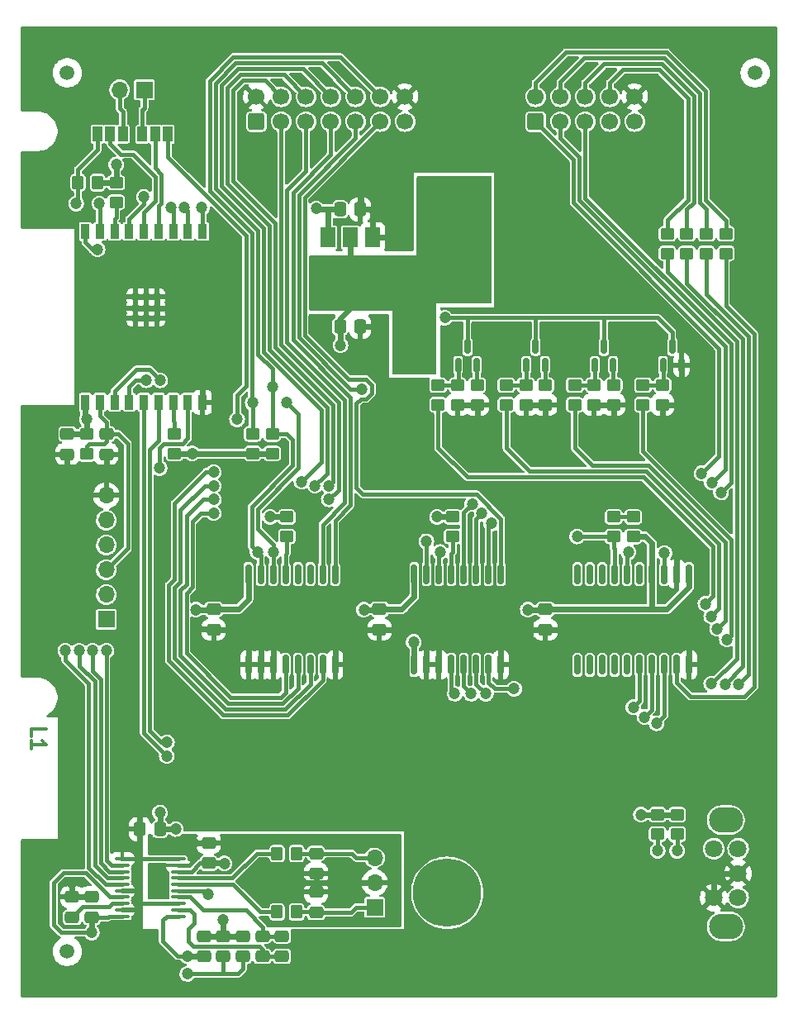
<source format=gtl>
G04 #@! TF.GenerationSoftware,KiCad,Pcbnew,6.0.6-2.fc35*
G04 #@! TF.CreationDate,2022-07-15T01:43:17+02:00*
G04 #@! TF.ProjectId,cw-amp-controll-board,63772d61-6d70-42d6-936f-6e74726f6c6c,rev?*
G04 #@! TF.SameCoordinates,Original*
G04 #@! TF.FileFunction,Copper,L1,Top*
G04 #@! TF.FilePolarity,Positive*
%FSLAX46Y46*%
G04 Gerber Fmt 4.6, Leading zero omitted, Abs format (unit mm)*
G04 Created by KiCad (PCBNEW 6.0.6-2.fc35) date 2022-07-15 01:43:17*
%MOMM*%
%LPD*%
G01*
G04 APERTURE LIST*
G04 Aperture macros list*
%AMRoundRect*
0 Rectangle with rounded corners*
0 $1 Rounding radius*
0 $2 $3 $4 $5 $6 $7 $8 $9 X,Y pos of 4 corners*
0 Add a 4 corners polygon primitive as box body*
4,1,4,$2,$3,$4,$5,$6,$7,$8,$9,$2,$3,0*
0 Add four circle primitives for the rounded corners*
1,1,$1+$1,$2,$3*
1,1,$1+$1,$4,$5*
1,1,$1+$1,$6,$7*
1,1,$1+$1,$8,$9*
0 Add four rect primitives between the rounded corners*
20,1,$1+$1,$2,$3,$4,$5,0*
20,1,$1+$1,$4,$5,$6,$7,0*
20,1,$1+$1,$6,$7,$8,$9,0*
20,1,$1+$1,$8,$9,$2,$3,0*%
G04 Aperture macros list end*
%ADD10C,0.300000*%
G04 #@! TA.AperFunction,NonConductor*
%ADD11C,0.300000*%
G04 #@! TD*
G04 #@! TA.AperFunction,ComponentPad*
%ADD12RoundRect,0.250000X0.600000X-0.600000X0.600000X0.600000X-0.600000X0.600000X-0.600000X-0.600000X0*%
G04 #@! TD*
G04 #@! TA.AperFunction,ComponentPad*
%ADD13C,1.700000*%
G04 #@! TD*
G04 #@! TA.AperFunction,SMDPad,CuDef*
%ADD14RoundRect,0.250000X-0.475000X0.337500X-0.475000X-0.337500X0.475000X-0.337500X0.475000X0.337500X0*%
G04 #@! TD*
G04 #@! TA.AperFunction,SMDPad,CuDef*
%ADD15RoundRect,0.150000X0.150000X-0.587500X0.150000X0.587500X-0.150000X0.587500X-0.150000X-0.587500X0*%
G04 #@! TD*
G04 #@! TA.AperFunction,SMDPad,CuDef*
%ADD16RoundRect,0.250000X0.450000X-0.350000X0.450000X0.350000X-0.450000X0.350000X-0.450000X-0.350000X0*%
G04 #@! TD*
G04 #@! TA.AperFunction,SMDPad,CuDef*
%ADD17RoundRect,0.250000X0.475000X-0.337500X0.475000X0.337500X-0.475000X0.337500X-0.475000X-0.337500X0*%
G04 #@! TD*
G04 #@! TA.AperFunction,SMDPad,CuDef*
%ADD18RoundRect,0.250000X-0.350000X-0.450000X0.350000X-0.450000X0.350000X0.450000X-0.350000X0.450000X0*%
G04 #@! TD*
G04 #@! TA.AperFunction,SMDPad,CuDef*
%ADD19RoundRect,0.250000X0.337500X0.475000X-0.337500X0.475000X-0.337500X-0.475000X0.337500X-0.475000X0*%
G04 #@! TD*
G04 #@! TA.AperFunction,SMDPad,CuDef*
%ADD20RoundRect,0.250000X-0.450000X0.350000X-0.450000X-0.350000X0.450000X-0.350000X0.450000X0.350000X0*%
G04 #@! TD*
G04 #@! TA.AperFunction,SMDPad,CuDef*
%ADD21RoundRect,0.250000X-0.337500X-0.475000X0.337500X-0.475000X0.337500X0.475000X-0.337500X0.475000X0*%
G04 #@! TD*
G04 #@! TA.AperFunction,ComponentPad*
%ADD22R,1.700000X1.700000*%
G04 #@! TD*
G04 #@! TA.AperFunction,ComponentPad*
%ADD23O,1.700000X1.700000*%
G04 #@! TD*
G04 #@! TA.AperFunction,ComponentPad*
%ADD24C,7.000000*%
G04 #@! TD*
G04 #@! TA.AperFunction,WasherPad*
%ADD25O,3.500000X2.600000*%
G04 #@! TD*
G04 #@! TA.AperFunction,ComponentPad*
%ADD26C,1.800000*%
G04 #@! TD*
G04 #@! TA.AperFunction,SMDPad,CuDef*
%ADD27RoundRect,0.150000X0.150000X-0.875000X0.150000X0.875000X-0.150000X0.875000X-0.150000X-0.875000X0*%
G04 #@! TD*
G04 #@! TA.AperFunction,SMDPad,CuDef*
%ADD28R,1.500000X2.000000*%
G04 #@! TD*
G04 #@! TA.AperFunction,SMDPad,CuDef*
%ADD29R,3.800000X2.000000*%
G04 #@! TD*
G04 #@! TA.AperFunction,SMDPad,CuDef*
%ADD30R,1.000000X1.500000*%
G04 #@! TD*
G04 #@! TA.AperFunction,SMDPad,CuDef*
%ADD31C,1.500000*%
G04 #@! TD*
G04 #@! TA.AperFunction,SMDPad,CuDef*
%ADD32RoundRect,0.100000X0.637500X0.100000X-0.637500X0.100000X-0.637500X-0.100000X0.637500X-0.100000X0*%
G04 #@! TD*
G04 #@! TA.AperFunction,SMDPad,CuDef*
%ADD33R,0.900000X1.500000*%
G04 #@! TD*
G04 #@! TA.AperFunction,SMDPad,CuDef*
%ADD34R,0.700000X0.700000*%
G04 #@! TD*
G04 #@! TA.AperFunction,ViaPad*
%ADD35C,1.200000*%
G04 #@! TD*
G04 #@! TA.AperFunction,Conductor*
%ADD36C,0.600000*%
G04 #@! TD*
G04 #@! TA.AperFunction,Conductor*
%ADD37C,0.400000*%
G04 #@! TD*
G04 APERTURE END LIST*
D10*
D11*
X113321428Y-130950000D02*
X113321428Y-130235714D01*
X114821428Y-130235714D01*
X113321428Y-132235714D02*
X113321428Y-131378571D01*
X113321428Y-131807142D02*
X114821428Y-131807142D01*
X114607142Y-131664285D01*
X114464285Y-131521428D01*
X114392857Y-131378571D01*
D12*
X165000000Y-68000000D03*
D13*
X165000000Y-65460000D03*
X167540000Y-68000000D03*
X167540000Y-65460000D03*
X170080000Y-68000000D03*
X170080000Y-65460000D03*
X172620000Y-68000000D03*
X172620000Y-65460000D03*
X175160000Y-68000000D03*
X175160000Y-65460000D03*
D14*
X149000000Y-117962500D03*
X149000000Y-120037500D03*
D15*
X157050000Y-92937500D03*
X158950000Y-92937500D03*
X158000000Y-91062500D03*
D12*
X136380000Y-68000000D03*
D13*
X136380000Y-65460000D03*
X138920000Y-68000000D03*
X138920000Y-65460000D03*
X141460000Y-68000000D03*
X141460000Y-65460000D03*
X144000000Y-68000000D03*
X144000000Y-65460000D03*
X146540000Y-68000000D03*
X146540000Y-65460000D03*
X149080000Y-68000000D03*
X149080000Y-65460000D03*
X151620000Y-68000000D03*
X151620000Y-65460000D03*
D16*
X128000000Y-102000000D03*
X128000000Y-100000000D03*
X138000000Y-102000000D03*
X138000000Y-100000000D03*
D17*
X133000000Y-153512500D03*
X133000000Y-151437500D03*
D18*
X138500000Y-142975000D03*
X140500000Y-142975000D03*
D17*
X135000000Y-153512500D03*
X135000000Y-151437500D03*
D19*
X126500000Y-140475000D03*
X124425000Y-140475000D03*
D20*
X178500000Y-79500000D03*
X178500000Y-81500000D03*
X156500000Y-108500000D03*
X156500000Y-110500000D03*
D21*
X144962500Y-77000000D03*
X147037500Y-77000000D03*
D22*
X124900000Y-64750000D03*
D23*
X122360000Y-64750000D03*
D15*
X164050000Y-92937500D03*
X165950000Y-92937500D03*
X165000000Y-91062500D03*
D20*
X173000000Y-108500000D03*
X173000000Y-110500000D03*
X119000000Y-100037500D03*
X119000000Y-102037500D03*
D24*
X155930588Y-147000000D03*
D17*
X117500000Y-149512500D03*
X117500000Y-147437500D03*
D16*
X178000000Y-97000000D03*
X178000000Y-95000000D03*
D20*
X177500000Y-139000000D03*
X177500000Y-141000000D03*
D17*
X142500000Y-149012500D03*
X142500000Y-146937500D03*
D16*
X157000000Y-97000000D03*
X157000000Y-95000000D03*
D25*
X184500000Y-139550000D03*
X184500000Y-150450000D03*
D26*
X185750000Y-147500000D03*
X185750000Y-142500000D03*
X185750000Y-145000000D03*
X183250000Y-142500000D03*
X183250000Y-147500000D03*
D20*
X139500000Y-108500000D03*
X139500000Y-110500000D03*
D17*
X121000000Y-102075000D03*
X121000000Y-100000000D03*
D27*
X135555000Y-123650000D03*
X136825000Y-123650000D03*
X138095000Y-123650000D03*
X139365000Y-123650000D03*
X140635000Y-123650000D03*
X141905000Y-123650000D03*
X143175000Y-123650000D03*
X144445000Y-123650000D03*
X144445000Y-114350000D03*
X143175000Y-114350000D03*
X141905000Y-114350000D03*
X140635000Y-114350000D03*
X139365000Y-114350000D03*
X138095000Y-114350000D03*
X136825000Y-114350000D03*
X135555000Y-114350000D03*
D20*
X182500000Y-79500000D03*
X182500000Y-81500000D03*
X173000000Y-95000000D03*
X173000000Y-97000000D03*
D17*
X119500000Y-149512500D03*
X119500000Y-147437500D03*
D28*
X148300000Y-79850000D03*
X146000000Y-79850000D03*
D29*
X146000000Y-86150000D03*
D28*
X143700000Y-79850000D03*
D16*
X155000000Y-97000000D03*
X155000000Y-95000000D03*
D20*
X180500000Y-79500000D03*
X180500000Y-81500000D03*
D22*
X148500000Y-148500000D03*
D23*
X148500000Y-145960000D03*
X148500000Y-143420000D03*
D16*
X164000000Y-97000000D03*
X164000000Y-95000000D03*
D30*
X127300000Y-69300000D03*
X126000000Y-69300000D03*
X124700000Y-69300000D03*
D18*
X138500000Y-148975000D03*
X140500000Y-148975000D03*
D31*
X117000000Y-153000000D03*
X187500000Y-63000000D03*
D15*
X178050000Y-92937500D03*
X179950000Y-92937500D03*
X179000000Y-91062500D03*
D27*
X152555000Y-123650000D03*
X153825000Y-123650000D03*
X155095000Y-123650000D03*
X156365000Y-123650000D03*
X157635000Y-123650000D03*
X158905000Y-123650000D03*
X160175000Y-123650000D03*
X161445000Y-123650000D03*
X161445000Y-114350000D03*
X160175000Y-114350000D03*
X158905000Y-114350000D03*
X157635000Y-114350000D03*
X156365000Y-114350000D03*
X155095000Y-114350000D03*
X153825000Y-114350000D03*
X152555000Y-114350000D03*
D20*
X184500000Y-79500000D03*
X184500000Y-81500000D03*
D14*
X142500000Y-142975000D03*
X142500000Y-145050000D03*
D16*
X176000000Y-97000000D03*
X176000000Y-95000000D03*
X175000000Y-110500000D03*
X175000000Y-108500000D03*
X136000000Y-102000000D03*
X136000000Y-100000000D03*
D32*
X128362500Y-149400000D03*
X128362500Y-148750000D03*
X128362500Y-148100000D03*
X128362500Y-147450000D03*
X128362500Y-146800000D03*
X128362500Y-146150000D03*
X128362500Y-145500000D03*
X128362500Y-144850000D03*
X128362500Y-144200000D03*
X128362500Y-143550000D03*
X122637500Y-143550000D03*
X122637500Y-144200000D03*
X122637500Y-144850000D03*
X122637500Y-145500000D03*
X122637500Y-146150000D03*
X122637500Y-146800000D03*
X122637500Y-147450000D03*
X122637500Y-148100000D03*
X122637500Y-148750000D03*
X122637500Y-149400000D03*
D17*
X139000000Y-153512500D03*
X139000000Y-151437500D03*
D27*
X169285000Y-123650000D03*
X170555000Y-123650000D03*
X171825000Y-123650000D03*
X173095000Y-123650000D03*
X174365000Y-123650000D03*
X175635000Y-123650000D03*
X176905000Y-123650000D03*
X178175000Y-123650000D03*
X179445000Y-123650000D03*
X180715000Y-123650000D03*
X180715000Y-114350000D03*
X179445000Y-114350000D03*
X178175000Y-114350000D03*
X176905000Y-114350000D03*
X175635000Y-114350000D03*
X174365000Y-114350000D03*
X173095000Y-114350000D03*
X171825000Y-114350000D03*
X170555000Y-114350000D03*
X169285000Y-114350000D03*
D30*
X122700000Y-69292500D03*
X121400000Y-69292500D03*
X120100000Y-69292500D03*
D17*
X166000000Y-120037500D03*
X166000000Y-117962500D03*
D20*
X122000000Y-74250000D03*
X122000000Y-76250000D03*
X166000000Y-95000000D03*
X166000000Y-97000000D03*
D17*
X131000000Y-153512500D03*
X131000000Y-151437500D03*
X137000000Y-153512500D03*
X137000000Y-151437500D03*
D31*
X117000000Y-63000000D03*
D16*
X171000000Y-97000000D03*
X171000000Y-95000000D03*
D15*
X171050000Y-92937500D03*
X172950000Y-92937500D03*
X172000000Y-91062500D03*
D14*
X132000000Y-117962500D03*
X132000000Y-120037500D03*
D22*
X121000000Y-119000000D03*
D23*
X121000000Y-116460000D03*
X121000000Y-113920000D03*
X121000000Y-111380000D03*
X121000000Y-108840000D03*
X121000000Y-106300000D03*
D16*
X169000000Y-97000000D03*
X169000000Y-95000000D03*
D18*
X118100000Y-74250000D03*
X120100000Y-74250000D03*
D20*
X179500000Y-139000000D03*
X179500000Y-141000000D03*
D21*
X144962500Y-89000000D03*
X147037500Y-89000000D03*
D17*
X131500000Y-143975000D03*
X131500000Y-141900000D03*
D14*
X117000000Y-100000000D03*
X117000000Y-102075000D03*
D16*
X162000000Y-97000000D03*
X162000000Y-95000000D03*
D33*
X118850000Y-96750000D03*
X120350000Y-96750000D03*
X121850000Y-96750000D03*
X123350000Y-96750000D03*
X124850000Y-96750000D03*
X126350000Y-96750000D03*
X127850000Y-96750000D03*
X129350000Y-96750000D03*
X130850000Y-96750000D03*
X130850000Y-79250000D03*
X129350000Y-79250000D03*
X127850000Y-79250000D03*
X126350000Y-79250000D03*
X124850000Y-79250000D03*
X123350000Y-79250000D03*
X121850000Y-79250000D03*
X120350000Y-79250000D03*
X118850000Y-79250000D03*
D34*
X125050000Y-88140000D03*
X123950000Y-88140000D03*
X123950000Y-85940000D03*
X125050000Y-87090000D03*
X125050000Y-85940000D03*
X123950000Y-87090000D03*
X126150000Y-87090000D03*
X126150000Y-85940000D03*
X126150000Y-88140000D03*
D20*
X159000000Y-95000000D03*
X159000000Y-97000000D03*
D35*
X137800000Y-108500000D03*
X154900000Y-108500000D03*
X175800000Y-139000000D03*
X164200000Y-118000000D03*
X147400000Y-118000000D03*
X119000000Y-98500000D03*
X128100000Y-140475000D03*
X133100000Y-144000000D03*
X129300000Y-153475000D03*
X126500000Y-138775000D03*
X129800000Y-102000000D03*
X130200000Y-118000000D03*
X152500000Y-121300000D03*
X122000000Y-72400000D03*
X119500000Y-151075000D03*
X145000000Y-90900000D03*
X164300000Y-120000000D03*
X146900000Y-75200000D03*
X130300000Y-120000000D03*
X149100000Y-89000000D03*
X127600000Y-87100000D03*
X173000000Y-102000000D03*
X117500000Y-145974500D03*
X121000000Y-103700000D03*
X133000000Y-149800000D03*
X166000000Y-102000000D03*
X147300000Y-120000000D03*
X159000000Y-102000000D03*
X178000000Y-102000000D03*
X130900000Y-94900000D03*
X150600000Y-79900000D03*
X124426771Y-138802921D03*
X142500000Y-76900000D03*
X141000000Y-146000000D03*
X129900000Y-141875000D03*
X131400000Y-147149500D03*
X129300000Y-155300000D03*
X143800000Y-106700000D03*
X132001215Y-106706977D03*
X143800000Y-105300000D03*
X131999659Y-108106479D03*
X142400497Y-105300000D03*
X131992998Y-105307499D03*
X141000000Y-104900000D03*
X132000000Y-103900994D03*
X147200000Y-95400000D03*
X155700000Y-88100000D03*
X125100000Y-94500000D03*
X138000000Y-95200000D03*
X153800000Y-111000000D03*
X136500000Y-112100000D03*
X178200000Y-112200000D03*
X138100000Y-112100000D03*
X174500000Y-112100000D03*
X136000000Y-96800000D03*
X155200000Y-112100000D03*
X139500000Y-96800000D03*
X126506505Y-94507002D03*
X128999503Y-76800000D03*
X127600000Y-76800000D03*
X182012933Y-104035462D03*
X158503904Y-107165261D03*
X159493502Y-108154859D03*
X183063782Y-104959758D03*
X184000000Y-106000000D03*
X160445500Y-109180679D03*
X169250000Y-110500980D03*
X134400000Y-98500000D03*
X177500000Y-142700000D03*
X127200000Y-133000000D03*
X127206754Y-131593246D03*
X179500000Y-142700000D03*
X185817303Y-125615354D03*
X177390910Y-129639885D03*
X176146517Y-128999500D03*
X184399363Y-125619787D03*
X183000000Y-125600000D03*
X175000000Y-128000000D03*
X126449020Y-103500000D03*
X118199554Y-122200000D03*
X130800000Y-76800000D03*
X124850000Y-75700500D03*
X116800051Y-122200000D03*
X119599057Y-122200000D03*
X120300000Y-76400000D03*
X120998560Y-122200000D03*
X120100000Y-81100000D03*
X182401460Y-117400000D03*
X156700000Y-126600000D03*
X183000980Y-118704523D03*
X158400000Y-126600000D03*
X159893246Y-126606754D03*
X183600500Y-119969109D03*
X162800000Y-126100000D03*
X184600000Y-121039730D03*
X117900500Y-76400000D03*
D36*
X164200000Y-118000000D02*
X165962500Y-118000000D01*
X118850000Y-96750000D02*
X118850000Y-98350000D01*
X177500000Y-139000000D02*
X179500000Y-139000000D01*
X120100000Y-74250000D02*
X122000000Y-74250000D01*
D37*
X116600000Y-144975000D02*
X115600000Y-145975000D01*
D36*
X178437500Y-117962500D02*
X176859690Y-117962500D01*
D37*
X122637500Y-147450000D02*
X121350000Y-147450000D01*
D36*
X180050000Y-116350000D02*
X178437500Y-117962500D01*
X152555000Y-123650000D02*
X152555000Y-121355000D01*
X128000000Y-102000000D02*
X129800000Y-102000000D01*
X139500000Y-108500000D02*
X137800000Y-108500000D01*
X149000000Y-117962500D02*
X151237500Y-117962500D01*
X180715000Y-115685000D02*
X180050000Y-116350000D01*
D37*
X116400000Y-151075000D02*
X119500000Y-151075000D01*
X131500000Y-143975000D02*
X130600000Y-143975000D01*
X128362500Y-149400000D02*
X127175000Y-149400000D01*
D36*
X148962500Y-118000000D02*
X149000000Y-117962500D01*
X130200000Y-118000000D02*
X131962500Y-118000000D01*
X119500000Y-149512500D02*
X119500000Y-151075000D01*
D37*
X129725000Y-144850000D02*
X128362500Y-144850000D01*
X127175000Y-149400000D02*
X126800000Y-149775000D01*
X121162500Y-149512500D02*
X121275000Y-149400000D01*
D36*
X175800000Y-139000000D02*
X177500000Y-139000000D01*
D37*
X122637500Y-149400000D02*
X121275000Y-149400000D01*
D36*
X136000000Y-102000000D02*
X138000000Y-102000000D01*
X126500000Y-140475000D02*
X126500000Y-138775000D01*
D37*
X130600000Y-143975000D02*
X129725000Y-144850000D01*
D36*
X144962500Y-88137500D02*
X144962500Y-89000000D01*
X176905000Y-111205000D02*
X176905000Y-114350000D01*
X176200000Y-110500000D02*
X176905000Y-111205000D01*
X152555000Y-116645000D02*
X152555000Y-114350000D01*
X131500000Y-143975000D02*
X133075000Y-143975000D01*
D37*
X115600000Y-150275000D02*
X116400000Y-151075000D01*
D36*
X146000000Y-87100000D02*
X144962500Y-88137500D01*
D37*
X126800000Y-151975000D02*
X128300000Y-153475000D01*
D36*
X117000000Y-100000000D02*
X118962500Y-100000000D01*
D37*
X118875000Y-144975000D02*
X116600000Y-144975000D01*
X115600000Y-145975000D02*
X115600000Y-150275000D01*
D36*
X144962500Y-90862500D02*
X145000000Y-90900000D01*
X136000000Y-102000000D02*
X129800000Y-102000000D01*
D37*
X128300000Y-153475000D02*
X129300000Y-153475000D01*
D36*
X166000000Y-117962500D02*
X176859690Y-117962500D01*
X118850000Y-98350000D02*
X119000000Y-98500000D01*
X119000000Y-98500000D02*
X119000000Y-100037500D01*
X126500000Y-140475000D02*
X128100000Y-140475000D01*
X118962500Y-100000000D02*
X119000000Y-100037500D01*
X156500000Y-108500000D02*
X154900000Y-108500000D01*
D37*
X119500000Y-149512500D02*
X121162500Y-149512500D01*
D36*
X175000000Y-110500000D02*
X176200000Y-110500000D01*
X152555000Y-121355000D02*
X152500000Y-121300000D01*
D37*
X121350000Y-147450000D02*
X118875000Y-144975000D01*
D36*
X132000000Y-117962500D02*
X134537500Y-117962500D01*
X146000000Y-86150000D02*
X146000000Y-79850000D01*
X165962500Y-118000000D02*
X166000000Y-117962500D01*
X151237500Y-117962500D02*
X152555000Y-116645000D01*
X131962500Y-118000000D02*
X132000000Y-117962500D01*
X129300000Y-153475000D02*
X130962500Y-153475000D01*
X176905000Y-114350000D02*
X176905000Y-117917190D01*
X176905000Y-117917190D02*
X176859690Y-117962500D01*
X133075000Y-143975000D02*
X133100000Y-144000000D01*
X144962500Y-89000000D02*
X144962500Y-90862500D01*
X135555000Y-116945000D02*
X135555000Y-114350000D01*
X134537500Y-117962500D02*
X135555000Y-116945000D01*
X147400000Y-118000000D02*
X148962500Y-118000000D01*
D37*
X126800000Y-149775000D02*
X126800000Y-151975000D01*
D36*
X146000000Y-86150000D02*
X146000000Y-87100000D01*
X130962500Y-153475000D02*
X131000000Y-153512500D01*
X122000000Y-72400000D02*
X122000000Y-74250000D01*
X180715000Y-114350000D02*
X180715000Y-115685000D01*
X126150000Y-85940000D02*
X126150000Y-87090000D01*
X126150000Y-87090000D02*
X127590000Y-87090000D01*
X157000000Y-97000000D02*
X159000000Y-97000000D01*
X166000000Y-97000000D02*
X166000000Y-102000000D01*
X173000000Y-97000000D02*
X173000000Y-102000000D01*
X155095000Y-123650000D02*
X155095000Y-120060617D01*
X149000000Y-120037500D02*
X147337500Y-120037500D01*
X178737500Y-120037500D02*
X178737500Y-119212500D01*
X166000000Y-120037500D02*
X178737500Y-120037500D01*
X147100000Y-75400000D02*
X147100000Y-76937500D01*
X135555000Y-123650000D02*
X135555000Y-120045000D01*
X117000000Y-103200000D02*
X117000000Y-102075000D01*
X182150000Y-115800000D02*
X182150000Y-112800000D01*
X124400000Y-141787500D02*
X124400000Y-143475000D01*
X178737500Y-119212500D02*
X182150000Y-115800000D01*
X179950000Y-96450000D02*
X179400000Y-97000000D01*
X180715000Y-122015000D02*
X180715000Y-123650000D01*
X146900000Y-75200000D02*
X147100000Y-75400000D01*
D37*
X122637500Y-146800000D02*
X124375000Y-146800000D01*
D36*
X130300000Y-120000000D02*
X131962500Y-120000000D01*
X125050000Y-88140000D02*
X126150000Y-88140000D01*
X179400000Y-97000000D02*
X178000000Y-97000000D01*
D37*
X124325000Y-143550000D02*
X124400000Y-143475000D01*
D36*
X121000000Y-103700000D02*
X121000000Y-102075000D01*
X124400000Y-143475000D02*
X124400000Y-146775000D01*
X179950000Y-92937500D02*
X179950000Y-96450000D01*
X117500000Y-147437500D02*
X117500000Y-145974500D01*
X179445000Y-112855000D02*
X179445000Y-114350000D01*
X124425000Y-141762500D02*
X124400000Y-141787500D01*
X155118117Y-120037500D02*
X159837500Y-120037500D01*
X161445000Y-121645000D02*
X161445000Y-123650000D01*
X135555000Y-120045000D02*
X135562500Y-120037500D01*
X136830581Y-120037500D02*
X138080229Y-120037500D01*
X181650000Y-112300000D02*
X180000000Y-112300000D01*
D37*
X122637500Y-148750000D02*
X124025000Y-148750000D01*
D36*
X130850000Y-94950000D02*
X130900000Y-94900000D01*
X164337500Y-120037500D02*
X164300000Y-120000000D01*
X124400000Y-148100000D02*
X124400000Y-148375000D01*
X125050000Y-87090000D02*
X126150000Y-87090000D01*
D37*
X128362500Y-143550000D02*
X124475000Y-143550000D01*
D36*
X148300000Y-79850000D02*
X150550000Y-79850000D01*
X136825000Y-123650000D02*
X136825000Y-120043081D01*
X135000000Y-151437500D02*
X133000000Y-151437500D01*
X121000000Y-103700000D02*
X117500000Y-103700000D01*
X183250000Y-145500000D02*
X183250000Y-147500000D01*
X149100000Y-89000000D02*
X147037500Y-89000000D01*
X159837500Y-120037500D02*
X161445000Y-121645000D01*
X147337500Y-120037500D02*
X147300000Y-120000000D01*
D37*
X124025000Y-148750000D02*
X124400000Y-148375000D01*
D36*
X171000000Y-97000000D02*
X173000000Y-97000000D01*
X133000000Y-151437500D02*
X133000000Y-149800000D01*
X127590000Y-87090000D02*
X127600000Y-87100000D01*
X124426771Y-140473229D02*
X124425000Y-140475000D01*
X124425000Y-140475000D02*
X124425000Y-141762500D01*
X183750000Y-145000000D02*
X183250000Y-145500000D01*
X131962500Y-120000000D02*
X132000000Y-120037500D01*
X133000000Y-151437500D02*
X131000000Y-151437500D01*
D37*
X124375000Y-146800000D02*
X124400000Y-146775000D01*
D36*
X142437500Y-120037500D02*
X144445000Y-122045000D01*
X153859081Y-120037500D02*
X155118117Y-120037500D01*
X159000000Y-97000000D02*
X159000000Y-102000000D01*
X153825000Y-120071581D02*
X153859081Y-120037500D01*
X153825000Y-123650000D02*
X153825000Y-120071581D01*
X155095000Y-120060617D02*
X155118117Y-120037500D01*
X178000000Y-97000000D02*
X178000000Y-102000000D01*
X130850000Y-96750000D02*
X130850000Y-94950000D01*
X124426771Y-138802921D02*
X124426771Y-140473229D01*
X185750000Y-145000000D02*
X183750000Y-145000000D01*
D37*
X128362500Y-148100000D02*
X124400000Y-148100000D01*
D36*
X123950000Y-88140000D02*
X125050000Y-88140000D01*
X182150000Y-112800000D02*
X181650000Y-112300000D01*
X148000000Y-77000000D02*
X147037500Y-77000000D01*
X144445000Y-122045000D02*
X144445000Y-123650000D01*
X124400000Y-146775000D02*
X124400000Y-148100000D01*
X117500000Y-103700000D02*
X117000000Y-103200000D01*
D37*
X124475000Y-143550000D02*
X124400000Y-143475000D01*
D36*
X180000000Y-112300000D02*
X179445000Y-112855000D01*
X123950000Y-85940000D02*
X125050000Y-85940000D01*
X150550000Y-79850000D02*
X150600000Y-79900000D01*
X136825000Y-120043081D02*
X136830581Y-120037500D01*
D37*
X122637500Y-143550000D02*
X124325000Y-143550000D01*
D36*
X138095000Y-123650000D02*
X138095000Y-120052271D01*
X148300000Y-77300000D02*
X148000000Y-77000000D01*
X126150000Y-88140000D02*
X126150000Y-87090000D01*
X138095000Y-120052271D02*
X138080229Y-120037500D01*
X132000000Y-120037500D02*
X135562500Y-120037500D01*
X148300000Y-79850000D02*
X148300000Y-77300000D01*
X178737500Y-120037500D02*
X180715000Y-122015000D01*
X123950000Y-87090000D02*
X125050000Y-87090000D01*
X149000000Y-120037500D02*
X153859081Y-120037500D01*
X166000000Y-120037500D02*
X164337500Y-120037500D01*
X135562500Y-120037500D02*
X136830581Y-120037500D01*
X125050000Y-85940000D02*
X126150000Y-85940000D01*
X164000000Y-97000000D02*
X166000000Y-97000000D01*
X147100000Y-76937500D02*
X147037500Y-77000000D01*
X117500000Y-147437500D02*
X119500000Y-147437500D01*
X138080229Y-120037500D02*
X142437500Y-120037500D01*
X142500000Y-76900000D02*
X142600000Y-77000000D01*
X143727650Y-77000000D02*
X144962500Y-77000000D01*
X143700000Y-77027650D02*
X143727650Y-77000000D01*
X142600000Y-77000000D02*
X143727650Y-77000000D01*
X143700000Y-79850000D02*
X143700000Y-77027650D01*
D37*
X123200000Y-101000000D02*
X122200000Y-100000000D01*
X119000000Y-101300000D02*
X119262980Y-101037020D01*
X121000000Y-98800000D02*
X121000000Y-100000000D01*
X119262980Y-101037020D02*
X120762980Y-101037020D01*
X119000000Y-102037500D02*
X119000000Y-101300000D01*
X120350000Y-96750000D02*
X120350000Y-98150000D01*
X121000000Y-113920000D02*
X123200000Y-111720000D01*
X122200000Y-100000000D02*
X121000000Y-100000000D01*
X123200000Y-111720000D02*
X123200000Y-101000000D01*
X120350000Y-98150000D02*
X121000000Y-98800000D01*
X121000000Y-100800000D02*
X121000000Y-100000000D01*
X120762980Y-101037020D02*
X121000000Y-100800000D01*
D36*
X131475000Y-141875000D02*
X131500000Y-141900000D01*
D37*
X129900000Y-143775000D02*
X129900000Y-141875000D01*
X129475000Y-144200000D02*
X129900000Y-143775000D01*
D36*
X129900000Y-141875000D02*
X131475000Y-141875000D01*
X142500000Y-145928930D02*
X142468930Y-145960000D01*
X141040000Y-145960000D02*
X142468930Y-145960000D01*
X142468930Y-145960000D02*
X148500000Y-145960000D01*
D37*
X128362500Y-144200000D02*
X129475000Y-144200000D01*
D36*
X142500000Y-145050000D02*
X142500000Y-145928930D01*
X142500000Y-146937500D02*
X142500000Y-145928930D01*
X141000000Y-146000000D02*
X141040000Y-145960000D01*
D37*
X131050500Y-146800000D02*
X128362500Y-146800000D01*
X134500000Y-155300000D02*
X132994119Y-155300000D01*
X135000000Y-153512500D02*
X135000000Y-154800000D01*
X133000000Y-155294119D02*
X132994119Y-155300000D01*
X131400000Y-147149500D02*
X131050500Y-146800000D01*
X135000000Y-154800000D02*
X134500000Y-155300000D01*
X132994119Y-155300000D02*
X129300000Y-155300000D01*
X133000000Y-153512500D02*
X133000000Y-155294119D01*
X137000000Y-152800000D02*
X136700000Y-152500000D01*
X130000000Y-150100000D02*
X130000000Y-149200000D01*
X129550000Y-148750000D02*
X128362500Y-148750000D01*
X137000000Y-153512500D02*
X137000000Y-152800000D01*
X137000000Y-153512500D02*
X139000000Y-153512500D01*
X130000000Y-149200000D02*
X129550000Y-148750000D01*
X129400000Y-150700000D02*
X130000000Y-150100000D01*
X136700000Y-152500000D02*
X129900000Y-152500000D01*
X129400000Y-152000000D02*
X129400000Y-150700000D01*
X129900000Y-152500000D02*
X129400000Y-152000000D01*
X130900000Y-148800000D02*
X129550000Y-147450000D01*
X137000000Y-151437500D02*
X139000000Y-151437500D01*
X137000000Y-151437500D02*
X137000000Y-150500000D01*
X135300000Y-148800000D02*
X130900000Y-148800000D01*
X129550000Y-147450000D02*
X128362500Y-147450000D01*
X137000000Y-150500000D02*
X135300000Y-148800000D01*
X121250480Y-148424520D02*
X118587980Y-148424520D01*
X118587980Y-148424520D02*
X117500000Y-149512500D01*
X122637500Y-148100000D02*
X121575000Y-148100000D01*
X121575000Y-148100000D02*
X121250480Y-148424520D01*
X140500000Y-148975000D02*
X142462500Y-148975000D01*
X142500000Y-149012500D02*
X146087500Y-149012500D01*
X142462500Y-148975000D02*
X142500000Y-149012500D01*
X146600000Y-148500000D02*
X148500000Y-148500000D01*
X146087500Y-149012500D02*
X146600000Y-148500000D01*
X146175000Y-142975000D02*
X146620000Y-143420000D01*
X146620000Y-143420000D02*
X148500000Y-143420000D01*
X142500000Y-142975000D02*
X146175000Y-142975000D01*
X140500000Y-142975000D02*
X142500000Y-142975000D01*
X144800960Y-97703340D02*
X144799511Y-97704790D01*
X140635000Y-126065000D02*
X140635000Y-123650000D01*
X138920000Y-90872150D02*
X144800960Y-96753110D01*
X139100000Y-127600000D02*
X140635000Y-126065000D01*
X144800960Y-96753110D02*
X144800960Y-97703340D01*
X129200480Y-108399520D02*
X129200480Y-115399520D01*
X130893023Y-106706977D02*
X129200480Y-108399520D01*
X128600969Y-115999031D02*
X128600969Y-122700969D01*
X133500000Y-127600000D02*
X139100000Y-127600000D01*
X132001215Y-106706977D02*
X130893023Y-106706977D01*
X138920000Y-68000000D02*
X138920000Y-90872150D01*
X128600969Y-122700969D02*
X133500000Y-127600000D01*
X143813523Y-106700000D02*
X143800000Y-106700000D01*
X144799511Y-97704790D02*
X144799511Y-105714012D01*
X144799511Y-105714012D02*
X143813523Y-106700000D01*
X129200480Y-115399520D02*
X128600969Y-115999031D01*
X135000000Y-63800000D02*
X133998080Y-64801920D01*
X133748330Y-127000480D02*
X138851670Y-127000480D01*
X131999659Y-108106479D02*
X130693521Y-108106479D01*
X139365000Y-126487150D02*
X139365000Y-123650000D01*
X133998080Y-64801920D02*
X133998080Y-74102380D01*
X129800000Y-109000000D02*
X129800000Y-115700000D01*
X129800000Y-115700000D02*
X129200489Y-116299511D01*
X129200489Y-116299511D02*
X129200489Y-122452639D01*
X130693521Y-108106479D02*
X129800000Y-109000000D01*
X144199991Y-97456461D02*
X144199991Y-104900009D01*
X138320480Y-78424780D02*
X138320480Y-91120480D01*
X144201440Y-97001440D02*
X144201440Y-97455012D01*
X138320480Y-91120480D02*
X144201440Y-97001440D01*
X137260000Y-63800000D02*
X135000000Y-63800000D01*
X144201440Y-97455012D02*
X144199991Y-97456461D01*
X144199991Y-104900009D02*
X143800000Y-105300000D01*
X138920000Y-65460000D02*
X137260000Y-63800000D01*
X138851670Y-127000480D02*
X139365000Y-126487150D01*
X133998080Y-74102380D02*
X138320480Y-78424780D01*
X129200489Y-122452639D02*
X133748330Y-127000480D01*
X145400480Y-97951670D02*
X145400480Y-96504779D01*
X143175000Y-109277151D02*
X145399031Y-107053120D01*
X145399031Y-107053120D02*
X145399031Y-97953119D01*
X145400480Y-96504779D02*
X139519520Y-90623819D01*
X141460000Y-73076450D02*
X141460000Y-68000000D01*
X139519520Y-75016930D02*
X141460000Y-73076450D01*
X143175000Y-114350000D02*
X143175000Y-109277151D01*
X145399031Y-97953119D02*
X145400480Y-97951670D01*
X139519520Y-90623819D02*
X139519520Y-75016930D01*
X131092501Y-105307499D02*
X128600960Y-107799040D01*
X137720960Y-91373111D02*
X143600471Y-97252622D01*
X131992998Y-105307499D02*
X131092501Y-105307499D01*
X143385988Y-104300489D02*
X142400497Y-105285980D01*
X143600471Y-97252622D02*
X143600471Y-104099529D01*
X141460000Y-65460000D02*
X139200480Y-63200480D01*
X139200480Y-63200480D02*
X134751670Y-63200480D01*
X143399511Y-104300489D02*
X143385988Y-104300489D01*
X142400497Y-105285980D02*
X142400497Y-105300000D01*
X143600471Y-104099529D02*
X143399511Y-104300489D01*
X133398560Y-64553591D02*
X133398560Y-74350710D01*
X128600960Y-107799040D02*
X128600960Y-115151191D01*
X134751670Y-63200480D02*
X133398560Y-64553591D01*
X141905000Y-125642850D02*
X141905000Y-123650000D01*
X128600960Y-115151191D02*
X128001449Y-115750702D01*
X137720960Y-78673110D02*
X137720960Y-91373111D01*
X128001449Y-122949298D02*
X133251670Y-128199520D01*
X139348329Y-128199520D02*
X141905000Y-125642850D01*
X133251670Y-128199520D02*
X139348329Y-128199520D01*
X128001449Y-115750702D02*
X128001449Y-122949298D01*
X133398560Y-74350710D02*
X137720960Y-78673110D01*
X144000000Y-71384300D02*
X144000000Y-68000000D01*
X146000000Y-98200000D02*
X146000000Y-96256450D01*
X144445000Y-114350000D02*
X144445000Y-108855000D01*
X146000000Y-96256450D02*
X140119040Y-90375490D01*
X145998551Y-98201449D02*
X146000000Y-98200000D01*
X140119040Y-90375490D02*
X140119040Y-75265260D01*
X140119040Y-75265260D02*
X144000000Y-71384300D01*
X145998551Y-107301449D02*
X145998551Y-98201449D01*
X144445000Y-108855000D02*
X145998551Y-107301449D01*
X133003341Y-128799040D02*
X139596658Y-128799040D01*
X132799040Y-64305260D02*
X134503341Y-62600960D01*
X137121440Y-78921440D02*
X132799040Y-74599039D01*
X127401929Y-115502372D02*
X127401929Y-123197627D01*
X132799040Y-74599039D02*
X132799040Y-64305260D01*
X131199006Y-103900994D02*
X128001440Y-107098560D01*
X139596658Y-128799040D02*
X143175000Y-125220700D01*
X137121440Y-91621440D02*
X137121440Y-78921440D01*
X134503341Y-62600960D02*
X141140960Y-62600960D01*
X127401929Y-123197627D02*
X133003341Y-128799040D01*
X128001440Y-107098560D02*
X128001440Y-114902861D01*
X132000000Y-103900994D02*
X131199006Y-103900994D01*
X143175000Y-125220700D02*
X143175000Y-123650000D01*
X143000951Y-97500951D02*
X137121440Y-91621440D01*
X141000000Y-104900000D02*
X143000951Y-102899049D01*
X128001440Y-114902861D02*
X127401929Y-115502372D01*
X143000951Y-102899049D02*
X143000951Y-97500951D01*
X141140960Y-62600960D02*
X144000000Y-65460000D01*
X177500000Y-88100000D02*
X179000000Y-89600000D01*
X158000000Y-88100682D02*
X157999318Y-88100000D01*
X155700000Y-88100000D02*
X157999318Y-88100000D01*
X165000000Y-88110409D02*
X164989591Y-88100000D01*
X158000000Y-91062500D02*
X158000000Y-88100682D01*
X172000000Y-91062500D02*
X172000000Y-88103062D01*
X171996938Y-88100000D02*
X177500000Y-88100000D01*
X165000000Y-91062500D02*
X165000000Y-88110409D01*
X140718560Y-75513590D02*
X140718560Y-90127160D01*
X140718560Y-90127160D02*
X145991400Y-95400000D01*
X146540000Y-69692150D02*
X140718560Y-75513590D01*
X145991400Y-95400000D02*
X147200000Y-95400000D01*
X179000000Y-89600000D02*
X179000000Y-91062500D01*
X164989591Y-88100000D02*
X171996938Y-88100000D01*
X146540000Y-68000000D02*
X146540000Y-69692150D01*
X172000000Y-88103062D02*
X171996938Y-88100000D01*
X157999318Y-88100000D02*
X164989591Y-88100000D01*
X124000000Y-94500000D02*
X125100000Y-94500000D01*
X136521920Y-91869769D02*
X136521920Y-79169770D01*
X178175000Y-114350000D02*
X178175000Y-112225000D01*
X132199520Y-64056930D02*
X134255012Y-62001440D01*
X132199520Y-74847368D02*
X132199520Y-64056930D01*
X140100480Y-100600480D02*
X139500000Y-100000000D01*
X135900480Y-111500480D02*
X135900480Y-107451671D01*
X136825000Y-112425000D02*
X136825000Y-114350000D01*
X178175000Y-112225000D02*
X178200000Y-112200000D01*
X143081440Y-62001440D02*
X146540000Y-65460000D01*
X136500000Y-112100000D02*
X135900480Y-111500480D01*
X134255012Y-62001440D02*
X143081440Y-62001440D01*
X136521920Y-79169770D02*
X132199520Y-74847368D01*
X135900480Y-107451671D02*
X140100480Y-103251670D01*
X123350000Y-96750000D02*
X123350000Y-95150000D01*
X139500000Y-100000000D02*
X138000000Y-100000000D01*
X153825000Y-111025000D02*
X153800000Y-111000000D01*
X123350000Y-95150000D02*
X124000000Y-94500000D01*
X153825000Y-114350000D02*
X153825000Y-111025000D01*
X138000000Y-93347850D02*
X136521920Y-91869769D01*
X138000000Y-95200000D02*
X138000000Y-93347850D01*
X140100480Y-103251670D02*
X140100480Y-100600480D01*
X138000000Y-95200000D02*
X138000000Y-100000000D01*
X136500000Y-112100000D02*
X136825000Y-112425000D01*
X146598071Y-105498071D02*
X147265750Y-106165750D01*
X145839750Y-94400500D02*
X145839761Y-94400489D01*
X148199511Y-94985988D02*
X148199511Y-95814012D01*
X147100489Y-96399511D02*
X146599520Y-96900480D01*
X141318080Y-89878830D02*
X145839750Y-94400500D01*
X161445000Y-108692850D02*
X161445000Y-114350000D01*
X147614012Y-94400489D02*
X148199511Y-94985988D01*
X147265750Y-106165750D02*
X158917900Y-106165750D01*
X146598071Y-98449778D02*
X146598071Y-105498071D01*
X148199511Y-95814012D02*
X147614012Y-96399511D01*
X146599520Y-96900480D02*
X146599520Y-98448329D01*
X158917900Y-106165750D02*
X161445000Y-108692850D01*
X146599520Y-98448329D02*
X146598071Y-98449778D01*
X141318080Y-75761920D02*
X141318080Y-89878830D01*
X145839761Y-94400489D02*
X147614012Y-94400489D01*
X149080000Y-68000000D02*
X141318080Y-75761920D01*
X147614012Y-96399511D02*
X147100489Y-96399511D01*
X138095000Y-112105000D02*
X138095000Y-114350000D01*
X174365000Y-112235000D02*
X174500000Y-112100000D01*
X125413523Y-93400000D02*
X126506505Y-94492982D01*
X145021920Y-61401920D02*
X134006683Y-61401920D01*
X155095000Y-114350000D02*
X155095000Y-112205000D01*
X136500000Y-109700000D02*
X138100000Y-111300000D01*
X134006683Y-61401920D02*
X131600000Y-63808601D01*
X155095000Y-112205000D02*
X155200000Y-112100000D01*
X136500000Y-107700000D02*
X136500000Y-109700000D01*
X124050000Y-93400000D02*
X125413523Y-93400000D01*
X138100000Y-111300000D02*
X138100000Y-112100000D01*
X131600000Y-75095698D02*
X135922400Y-79418100D01*
X121850000Y-96750000D02*
X121850000Y-95600000D01*
X135922400Y-79418100D02*
X135922400Y-96722400D01*
X174365000Y-114350000D02*
X174365000Y-112235000D01*
X135922400Y-96722400D02*
X136000000Y-96800000D01*
X149080000Y-65460000D02*
X145021920Y-61401920D01*
X140700000Y-98000000D02*
X140700000Y-103500000D01*
X131600000Y-63808601D02*
X131600000Y-75095698D01*
X138100000Y-112100000D02*
X138095000Y-112105000D01*
X140700000Y-103500000D02*
X136500000Y-107700000D01*
X136000000Y-96800000D02*
X136000000Y-100000000D01*
X139500000Y-96800000D02*
X140700000Y-98000000D01*
X126506505Y-94492982D02*
X126506505Y-94507002D01*
X121850000Y-95600000D02*
X124050000Y-93400000D01*
X128999503Y-76800000D02*
X129350000Y-77150497D01*
X129350000Y-77150497D02*
X129350000Y-79250000D01*
X127850000Y-77050000D02*
X127600000Y-76800000D01*
X127850000Y-79250000D02*
X127850000Y-77050000D01*
X182012933Y-104035462D02*
X183802400Y-102245995D01*
X183802400Y-102245995D02*
X183802400Y-91245950D01*
X168880960Y-71880960D02*
X165000000Y-68000000D01*
X157635000Y-114350000D02*
X157635000Y-108034165D01*
X157635000Y-108034165D02*
X158503904Y-107165261D01*
X183802400Y-91245950D02*
X168880960Y-76324509D01*
X168880960Y-76324509D02*
X168880960Y-71880960D01*
X168098560Y-60901440D02*
X178444990Y-60901440D01*
X182399040Y-64855492D02*
X182399040Y-76051190D01*
X178444990Y-60901440D02*
X182399040Y-64855492D01*
X165000000Y-64000000D02*
X168098560Y-60901440D01*
X165000000Y-65460000D02*
X165000000Y-64000000D01*
X184500000Y-78152150D02*
X184500000Y-79500000D01*
X182399040Y-76051190D02*
X184500000Y-78152150D01*
X158905000Y-114350000D02*
X158905000Y-108743361D01*
X169480480Y-71632631D02*
X169480480Y-76076180D01*
X184401920Y-103621620D02*
X183063782Y-104959758D01*
X169480480Y-76076180D02*
X184401920Y-90997620D01*
X158905000Y-108743361D02*
X159493502Y-108154859D01*
X167540000Y-69692150D02*
X169480480Y-71632631D01*
X167540000Y-68000000D02*
X167540000Y-69692150D01*
X184401920Y-90997620D02*
X184401920Y-103621620D01*
X167540000Y-65460000D02*
X167540000Y-63960000D01*
X167540000Y-63960000D02*
X169999040Y-61500960D01*
X181799520Y-76299520D02*
X182500000Y-77000000D01*
X181799520Y-65103821D02*
X181799520Y-76299520D01*
X182500000Y-77000000D02*
X182500000Y-79500000D01*
X169999040Y-61500960D02*
X178196660Y-61500960D01*
X178196660Y-61500960D02*
X181799520Y-65103821D01*
X170080000Y-75827850D02*
X170080000Y-68000000D01*
X160175000Y-109451179D02*
X160445500Y-109180679D01*
X160175000Y-114350000D02*
X160175000Y-109451179D01*
X184000000Y-106000000D02*
X185001440Y-104998560D01*
X185001440Y-90749290D02*
X170080000Y-75827850D01*
X185001440Y-104998560D02*
X185001440Y-90749290D01*
X170080000Y-64020000D02*
X171999520Y-62100480D01*
X181200000Y-65352150D02*
X181200000Y-76300000D01*
X177948330Y-62100480D02*
X181200000Y-65352150D01*
X180500000Y-77000000D02*
X180500000Y-79500000D01*
X170080000Y-65460000D02*
X170080000Y-64020000D01*
X171999520Y-62100480D02*
X177948330Y-62100480D01*
X181200000Y-76300000D02*
X180500000Y-77000000D01*
X180600480Y-65600480D02*
X180600480Y-75999520D01*
X172620000Y-63980000D02*
X173900000Y-62700000D01*
X180600480Y-75999520D02*
X178500000Y-78100000D01*
X177700000Y-62700000D02*
X180600480Y-65600480D01*
X172620000Y-65460000D02*
X172620000Y-63980000D01*
X173900000Y-62700000D02*
X177700000Y-62700000D01*
X178500000Y-78100000D02*
X178500000Y-79500000D01*
X158950000Y-94950000D02*
X159000000Y-95000000D01*
X158950000Y-92937500D02*
X158950000Y-94950000D01*
X165950000Y-94950000D02*
X166000000Y-95000000D01*
X165950000Y-92937500D02*
X165950000Y-94950000D01*
X172950000Y-94950000D02*
X173000000Y-95000000D01*
X172950000Y-92937500D02*
X172950000Y-94950000D01*
X127850000Y-96750000D02*
X127850000Y-98650000D01*
X127850000Y-98650000D02*
X128000000Y-98800000D01*
X128000000Y-100000000D02*
X128000000Y-98800000D01*
X156500000Y-110500000D02*
X156500000Y-112100000D01*
X156365000Y-112235000D02*
X156500000Y-112100000D01*
X156365000Y-114350000D02*
X156365000Y-112235000D01*
X122000000Y-77800000D02*
X121850000Y-77950000D01*
X121850000Y-79250000D02*
X121850000Y-77950000D01*
X122000000Y-76250000D02*
X122000000Y-77800000D01*
X173000000Y-108500000D02*
X175000000Y-108500000D01*
X127300000Y-71643548D02*
X127300000Y-69300000D01*
X169250980Y-110500000D02*
X169250000Y-110500980D01*
X173000000Y-110500000D02*
X169250980Y-110500000D01*
X173000000Y-110500000D02*
X173000000Y-111700000D01*
X134400000Y-96022880D02*
X135322880Y-95100000D01*
X134400000Y-98500000D02*
X134400000Y-96022880D01*
X135322880Y-79666430D02*
X127300000Y-71643548D01*
X173095000Y-111795000D02*
X173000000Y-111700000D01*
X135322880Y-95100000D02*
X135322880Y-79666430D01*
X173095000Y-114350000D02*
X173095000Y-111795000D01*
X139365000Y-114350000D02*
X139365000Y-112335000D01*
X139500000Y-112200000D02*
X139365000Y-112335000D01*
X139500000Y-110500000D02*
X139500000Y-112200000D01*
X177500000Y-141000000D02*
X177500000Y-142700000D01*
X124850000Y-130650000D02*
X127200000Y-133000000D01*
X124850000Y-96750000D02*
X124850000Y-130650000D01*
X179500000Y-141000000D02*
X179500000Y-142700000D01*
X126641096Y-131593246D02*
X127206754Y-131593246D01*
X125449520Y-130401670D02*
X126641096Y-131593246D01*
X126350000Y-100702150D02*
X125449520Y-101602630D01*
X126350000Y-96750000D02*
X126350000Y-100702150D01*
X125449520Y-101602630D02*
X125449520Y-130401670D01*
X187400000Y-125900000D02*
X187400000Y-89756450D01*
X187400000Y-89756450D02*
X184500000Y-86856450D01*
X186400000Y-126900000D02*
X187400000Y-125900000D01*
X179445000Y-125445000D02*
X180900000Y-126900000D01*
X179445000Y-123650000D02*
X179445000Y-125445000D01*
X184500000Y-86856450D02*
X184500000Y-81500000D01*
X180900000Y-126900000D02*
X186400000Y-126900000D01*
X186800000Y-124632657D02*
X185817303Y-125615354D01*
X178175000Y-128855795D02*
X178175000Y-123650000D01*
X182500000Y-85704300D02*
X186800000Y-90004301D01*
X177390910Y-129639885D02*
X178175000Y-128855795D01*
X186800000Y-90004301D02*
X186800000Y-124632657D01*
X182500000Y-81500000D02*
X182500000Y-85704300D01*
X180500000Y-84552150D02*
X180500000Y-81500000D01*
X176146517Y-128999500D02*
X176905000Y-128241017D01*
X186200480Y-123818670D02*
X186200480Y-90252630D01*
X184399363Y-125619787D02*
X186200480Y-123818670D01*
X176905000Y-128241017D02*
X176905000Y-123650000D01*
X186200480Y-90252630D02*
X180500000Y-84552150D01*
X178500000Y-83400000D02*
X178500000Y-81500000D01*
X185600960Y-90500960D02*
X178500000Y-83400000D01*
X175635000Y-127365000D02*
X175000000Y-128000000D01*
X185600960Y-122999040D02*
X185600960Y-90500960D01*
X183000000Y-125600000D02*
X185600960Y-122999040D01*
X175635000Y-123650000D02*
X175635000Y-127365000D01*
X133950000Y-146150000D02*
X128362500Y-146150000D01*
X138500000Y-148975000D02*
X136775000Y-148975000D01*
X136775000Y-148975000D02*
X133950000Y-146150000D01*
X138500000Y-142975000D02*
X136425000Y-142975000D01*
X133900000Y-145500000D02*
X128362500Y-145500000D01*
X136425000Y-142975000D02*
X133900000Y-145500000D01*
X129350000Y-100450000D02*
X129350000Y-96750000D01*
X126449020Y-103500000D02*
X126449020Y-101450980D01*
X126449020Y-101450980D02*
X126900000Y-101000000D01*
X128800000Y-101000000D02*
X129350000Y-100450000D01*
X126900000Y-101000000D02*
X128800000Y-101000000D01*
X130850000Y-79250000D02*
X130850000Y-76850000D01*
X118199554Y-123751704D02*
X118199554Y-122200000D01*
X122637500Y-145500000D02*
X121095700Y-145500000D01*
X119799520Y-144203819D02*
X119799520Y-125351670D01*
X121095700Y-145500000D02*
X119799520Y-144203819D01*
X119799520Y-125351670D02*
X118199554Y-123751704D01*
X130850000Y-76850000D02*
X130800000Y-76800000D01*
X124700000Y-66800000D02*
X124900000Y-66600000D01*
X124700000Y-69300000D02*
X124700000Y-66800000D01*
X124900000Y-66600000D02*
X124900000Y-64750000D01*
X122700000Y-67000000D02*
X122700000Y-69292500D01*
X122360000Y-64750000D02*
X122360000Y-66660000D01*
X122360000Y-66660000D02*
X122700000Y-67000000D01*
X124850000Y-75700500D02*
X124850000Y-76450000D01*
X116800051Y-123200051D02*
X116800051Y-122200000D01*
X119200000Y-125600000D02*
X116800051Y-123200051D01*
X120897850Y-146150000D02*
X119200000Y-144452150D01*
X122637500Y-146150000D02*
X120897850Y-146150000D01*
X123350000Y-77950000D02*
X123350000Y-79250000D01*
X119200000Y-144452150D02*
X119200000Y-125600000D01*
X124850000Y-76450000D02*
X123350000Y-77950000D01*
X120350000Y-76450000D02*
X120300000Y-76400000D01*
X121293550Y-144850000D02*
X120399040Y-143955490D01*
X122637500Y-144850000D02*
X121293550Y-144850000D01*
X120399040Y-143955490D02*
X120399040Y-125103340D01*
X120350000Y-79250000D02*
X120350000Y-76450000D01*
X119599057Y-124303357D02*
X119599057Y-122200000D01*
X120399040Y-125103340D02*
X119599057Y-124303357D01*
X120998560Y-122200000D02*
X120998560Y-143698560D01*
X119600000Y-81100000D02*
X120100000Y-81100000D01*
X121500000Y-144200000D02*
X122637500Y-144200000D01*
X118850000Y-79250000D02*
X118850000Y-80350000D01*
X120998560Y-143698560D02*
X121500000Y-144200000D01*
X118850000Y-80350000D02*
X119600000Y-81100000D01*
X157050000Y-94950000D02*
X157000000Y-95000000D01*
X155000000Y-95000000D02*
X157000000Y-95000000D01*
X157050000Y-92937500D02*
X157050000Y-94950000D01*
X162000000Y-95000000D02*
X164000000Y-95000000D01*
X164050000Y-94950000D02*
X164000000Y-95000000D01*
X164050000Y-92937500D02*
X164050000Y-94950000D01*
X171050000Y-94950000D02*
X171000000Y-95000000D01*
X169000000Y-95000000D02*
X171000000Y-95000000D01*
X171050000Y-92937500D02*
X171050000Y-94950000D01*
X176000000Y-95000000D02*
X178000000Y-95000000D01*
X178050000Y-92937500D02*
X178050000Y-94950000D01*
X178050000Y-94950000D02*
X178000000Y-95000000D01*
X183202880Y-116598580D02*
X183202880Y-111546430D01*
X156365000Y-126265000D02*
X156700000Y-126600000D01*
X157999040Y-104399040D02*
X155000000Y-101400000D01*
X183202880Y-111546430D02*
X176055490Y-104399040D01*
X182401460Y-117400000D02*
X183202880Y-116598580D01*
X156365000Y-123650000D02*
X156365000Y-126265000D01*
X176055490Y-104399040D02*
X157999040Y-104399040D01*
X155000000Y-101400000D02*
X155000000Y-97000000D01*
X183802400Y-111298100D02*
X176303820Y-103799520D01*
X157635000Y-125835000D02*
X158400000Y-126600000D01*
X183000980Y-118704523D02*
X183802400Y-117903103D01*
X183802400Y-117903103D02*
X183802400Y-111298100D01*
X164399520Y-103799520D02*
X162000000Y-101400000D01*
X176303820Y-103799520D02*
X164399520Y-103799520D01*
X162000000Y-101400000D02*
X162000000Y-97000000D01*
X157635000Y-123650000D02*
X157635000Y-125835000D01*
X170800000Y-103200000D02*
X169000000Y-101400000D01*
X183600500Y-119969109D02*
X184401920Y-119167689D01*
X158905000Y-125618508D02*
X159893246Y-126606754D01*
X176552150Y-103200000D02*
X170800000Y-103200000D01*
X184401920Y-111049770D02*
X176552150Y-103200000D01*
X169000000Y-101400000D02*
X169000000Y-97000000D01*
X184401920Y-119167689D02*
X184401920Y-111049770D01*
X158905000Y-123650000D02*
X158905000Y-125618508D01*
X160800000Y-126100000D02*
X162800000Y-126100000D01*
X160175000Y-123650000D02*
X160175000Y-125475000D01*
X160175000Y-125475000D02*
X160800000Y-126100000D01*
X185001440Y-120638290D02*
X185001440Y-110801440D01*
X185001440Y-110801440D02*
X176000000Y-101800000D01*
X176000000Y-101800000D02*
X176000000Y-97000000D01*
X184600000Y-121039730D02*
X185001440Y-120638290D01*
X126350000Y-76647849D02*
X126350000Y-79250000D01*
X126000000Y-72750000D02*
X126650000Y-73400000D01*
X126650000Y-76350000D02*
X126647849Y-76350000D01*
X126650000Y-73400000D02*
X126650000Y-76350000D01*
X126000000Y-69300000D02*
X126000000Y-72750000D01*
X126647849Y-76350000D02*
X126350000Y-76647849D01*
X123750000Y-71350000D02*
X126050480Y-73650480D01*
X121400000Y-70250000D02*
X122500000Y-71350000D01*
X126050480Y-76099520D02*
X124850000Y-77300000D01*
X122500000Y-71350000D02*
X123750000Y-71350000D01*
X126050480Y-73650480D02*
X126050480Y-76099520D01*
X124850000Y-77300000D02*
X124850000Y-79250000D01*
X121400000Y-69292500D02*
X121400000Y-70250000D01*
X118100000Y-74250000D02*
X118100000Y-76200500D01*
X120100000Y-70900000D02*
X118100000Y-72900000D01*
X118100000Y-76200500D02*
X117900500Y-76400000D01*
X118100000Y-72900000D02*
X118100000Y-74250000D01*
X120100000Y-69292500D02*
X120100000Y-70900000D01*
G04 #@! TA.AperFunction,Conductor*
G36*
X160442121Y-73620002D02*
G01*
X160488614Y-73673658D01*
X160500000Y-73726000D01*
X160500000Y-86474000D01*
X160479998Y-86542121D01*
X160426342Y-86588614D01*
X160374000Y-86600000D01*
X154800000Y-86600000D01*
X154800000Y-93774000D01*
X154779998Y-93842121D01*
X154726342Y-93888614D01*
X154674000Y-93900000D01*
X150426000Y-93900000D01*
X150357879Y-93879998D01*
X150311386Y-93826342D01*
X150300000Y-93774000D01*
X150300000Y-87400000D01*
X141926000Y-87400000D01*
X141857879Y-87379998D01*
X141811386Y-87326342D01*
X141800000Y-87274000D01*
X141800000Y-81826000D01*
X141820002Y-81757879D01*
X141873658Y-81711386D01*
X141926000Y-81700000D01*
X152800000Y-81700000D01*
X152800000Y-73726000D01*
X152820002Y-73657879D01*
X152873658Y-73611386D01*
X152926000Y-73600000D01*
X160374000Y-73600000D01*
X160442121Y-73620002D01*
G37*
G04 #@! TD.AperFunction*
G04 #@! TA.AperFunction,Conductor*
G36*
X125681385Y-141020002D02*
G01*
X125727878Y-141073658D01*
X125732147Y-141084250D01*
X125759866Y-141163184D01*
X125765458Y-141170754D01*
X125765459Y-141170757D01*
X125790758Y-141205008D01*
X125840350Y-141272150D01*
X125847921Y-141277742D01*
X125941743Y-141347041D01*
X125941746Y-141347042D01*
X125949316Y-141352634D01*
X126077131Y-141397519D01*
X126084777Y-141398242D01*
X126084778Y-141398242D01*
X126090748Y-141398806D01*
X126108666Y-141400500D01*
X126891334Y-141400500D01*
X126909252Y-141398806D01*
X126915222Y-141398242D01*
X126915223Y-141398242D01*
X126922869Y-141397519D01*
X127050684Y-141352634D01*
X127058254Y-141347042D01*
X127058257Y-141347041D01*
X127152079Y-141277742D01*
X127159650Y-141272150D01*
X127209242Y-141205008D01*
X127234541Y-141170757D01*
X127234542Y-141170754D01*
X127240134Y-141163184D01*
X127267853Y-141084251D01*
X127309297Y-141026606D01*
X127375326Y-141000518D01*
X127386736Y-141000000D01*
X127440614Y-141000000D01*
X127508735Y-141020002D01*
X127531250Y-141038473D01*
X127581615Y-141090627D01*
X127581620Y-141090631D01*
X127586514Y-141095699D01*
X127736789Y-141194036D01*
X127905116Y-141256636D01*
X127912097Y-141257567D01*
X127912099Y-141257568D01*
X128076149Y-141279457D01*
X128076153Y-141279457D01*
X128083130Y-141280388D01*
X128090142Y-141279750D01*
X128090146Y-141279750D01*
X128254960Y-141264751D01*
X128254961Y-141264751D01*
X128261981Y-141264112D01*
X128432782Y-141208615D01*
X128523892Y-141154303D01*
X128580992Y-141120265D01*
X128580994Y-141120264D01*
X128587044Y-141116657D01*
X128650654Y-141056082D01*
X128673051Y-141034754D01*
X128736176Y-141002262D01*
X128759943Y-141000000D01*
X130255583Y-141000000D01*
X130323704Y-141020002D01*
X130370197Y-141073658D01*
X130380301Y-141143932D01*
X130362843Y-141192116D01*
X130337183Y-141233743D01*
X130331037Y-141246924D01*
X130279862Y-141401210D01*
X130276995Y-141414586D01*
X130267328Y-141508938D01*
X130267000Y-141515355D01*
X130267000Y-141627885D01*
X130271475Y-141643124D01*
X130272865Y-141644329D01*
X130280548Y-141646000D01*
X132714884Y-141646000D01*
X132730123Y-141641525D01*
X132731328Y-141640135D01*
X132732999Y-141632452D01*
X132732999Y-141515405D01*
X132732662Y-141508886D01*
X132722743Y-141413294D01*
X132719851Y-141399900D01*
X132668412Y-141245716D01*
X132662241Y-141232542D01*
X132637340Y-141192304D01*
X132618502Y-141123852D01*
X132639663Y-141056082D01*
X132694103Y-141010511D01*
X132744484Y-141000000D01*
X151124000Y-141000000D01*
X151192121Y-141020002D01*
X151238614Y-141073658D01*
X151250000Y-141126000D01*
X151250000Y-150374000D01*
X151229998Y-150442121D01*
X151176342Y-150488614D01*
X151124000Y-150500000D01*
X137513106Y-150500000D01*
X137444985Y-150479998D01*
X137398492Y-150426342D01*
X137388657Y-150393707D01*
X137387197Y-150384490D01*
X137385646Y-150374696D01*
X137381145Y-150365863D01*
X137381144Y-150365859D01*
X137375659Y-150355094D01*
X137368093Y-150336830D01*
X137361296Y-150315910D01*
X137348361Y-150298107D01*
X137338035Y-150281255D01*
X137332554Y-150270498D01*
X137328050Y-150261658D01*
X137305487Y-150239095D01*
X137305484Y-150239091D01*
X136656988Y-149590595D01*
X136622962Y-149528283D01*
X136628027Y-149457468D01*
X136670574Y-149400632D01*
X136737094Y-149375821D01*
X136746083Y-149375500D01*
X137575081Y-149375500D01*
X137643202Y-149395502D01*
X137689695Y-149449158D01*
X137700522Y-149489643D01*
X137702481Y-149510369D01*
X137747366Y-149638184D01*
X137752958Y-149645754D01*
X137752959Y-149645757D01*
X137776584Y-149677742D01*
X137827850Y-149747150D01*
X137844794Y-149759665D01*
X137929243Y-149822041D01*
X137929246Y-149822042D01*
X137936816Y-149827634D01*
X138064631Y-149872519D01*
X138072277Y-149873242D01*
X138072278Y-149873242D01*
X138078248Y-149873806D01*
X138096166Y-149875500D01*
X138903834Y-149875500D01*
X138921752Y-149873806D01*
X138927722Y-149873242D01*
X138927723Y-149873242D01*
X138935369Y-149872519D01*
X139063184Y-149827634D01*
X139070754Y-149822042D01*
X139070757Y-149822041D01*
X139155206Y-149759665D01*
X139172150Y-149747150D01*
X139223416Y-149677742D01*
X139247041Y-149645757D01*
X139247042Y-149645754D01*
X139252634Y-149638184D01*
X139297519Y-149510369D01*
X139300500Y-149478834D01*
X139699500Y-149478834D01*
X139702481Y-149510369D01*
X139747366Y-149638184D01*
X139752958Y-149645754D01*
X139752959Y-149645757D01*
X139776584Y-149677742D01*
X139827850Y-149747150D01*
X139844794Y-149759665D01*
X139929243Y-149822041D01*
X139929246Y-149822042D01*
X139936816Y-149827634D01*
X140064631Y-149872519D01*
X140072277Y-149873242D01*
X140072278Y-149873242D01*
X140078248Y-149873806D01*
X140096166Y-149875500D01*
X140903834Y-149875500D01*
X140921752Y-149873806D01*
X140927722Y-149873242D01*
X140927723Y-149873242D01*
X140935369Y-149872519D01*
X141063184Y-149827634D01*
X141070754Y-149822042D01*
X141070757Y-149822041D01*
X141155206Y-149759665D01*
X141172150Y-149747150D01*
X141223416Y-149677742D01*
X141247041Y-149645757D01*
X141247042Y-149645754D01*
X141252634Y-149638184D01*
X141297519Y-149510369D01*
X141299478Y-149489644D01*
X141325801Y-149423708D01*
X141383594Y-149382470D01*
X141424919Y-149375500D01*
X141467161Y-149375500D01*
X141535282Y-149395502D01*
X141581775Y-149449158D01*
X141586041Y-149459745D01*
X141622366Y-149563184D01*
X141627958Y-149570754D01*
X141627959Y-149570757D01*
X141657372Y-149610578D01*
X141702850Y-149672150D01*
X141710421Y-149677742D01*
X141804243Y-149747041D01*
X141804246Y-149747042D01*
X141811816Y-149752634D01*
X141939631Y-149797519D01*
X141947277Y-149798242D01*
X141947278Y-149798242D01*
X141953248Y-149798806D01*
X141971166Y-149800500D01*
X143028834Y-149800500D01*
X143046752Y-149798806D01*
X143052722Y-149798242D01*
X143052723Y-149798242D01*
X143060369Y-149797519D01*
X143188184Y-149752634D01*
X143195754Y-149747042D01*
X143195757Y-149747041D01*
X143289579Y-149677742D01*
X143297150Y-149672150D01*
X143342628Y-149610578D01*
X143372041Y-149570757D01*
X143372042Y-149570754D01*
X143377634Y-149563184D01*
X143386174Y-149538867D01*
X143396181Y-149510369D01*
X143400787Y-149497253D01*
X143442230Y-149439607D01*
X143508259Y-149413518D01*
X143519670Y-149413000D01*
X146150933Y-149413000D01*
X146160364Y-149409936D01*
X146160368Y-149409935D01*
X146171853Y-149406203D01*
X146191078Y-149401587D01*
X146203012Y-149399697D01*
X146203013Y-149399697D01*
X146212804Y-149398146D01*
X146221637Y-149393645D01*
X146221641Y-149393644D01*
X146232406Y-149388159D01*
X146250666Y-149380595D01*
X146271590Y-149373796D01*
X146289393Y-149360861D01*
X146306245Y-149350535D01*
X146317002Y-149345054D01*
X146325842Y-149340550D01*
X146348395Y-149317997D01*
X146348410Y-149317983D01*
X146538343Y-149128050D01*
X146728987Y-148937405D01*
X146791300Y-148903380D01*
X146818083Y-148900500D01*
X147323500Y-148900500D01*
X147391621Y-148920502D01*
X147438114Y-148974158D01*
X147449500Y-149026500D01*
X147449500Y-149369748D01*
X147450707Y-149375816D01*
X147457494Y-149409935D01*
X147461133Y-149428231D01*
X147505448Y-149494552D01*
X147571769Y-149538867D01*
X147583938Y-149541288D01*
X147583939Y-149541288D01*
X147624184Y-149549293D01*
X147630252Y-149550500D01*
X149369748Y-149550500D01*
X149375816Y-149549293D01*
X149416061Y-149541288D01*
X149416062Y-149541288D01*
X149428231Y-149538867D01*
X149494552Y-149494552D01*
X149538867Y-149428231D01*
X149542507Y-149409935D01*
X149549293Y-149375816D01*
X149550500Y-149369748D01*
X149550500Y-147630252D01*
X149538867Y-147571769D01*
X149494552Y-147505448D01*
X149428231Y-147461133D01*
X149416062Y-147458712D01*
X149416061Y-147458712D01*
X149375816Y-147450707D01*
X149369748Y-147449500D01*
X149090107Y-147449500D01*
X149021986Y-147429498D01*
X148975493Y-147375842D01*
X148965389Y-147305568D01*
X148994883Y-147240988D01*
X149034675Y-147210349D01*
X149193090Y-147132742D01*
X149201945Y-147127464D01*
X149375328Y-147003792D01*
X149383200Y-146997139D01*
X149534052Y-146846812D01*
X149540730Y-146838965D01*
X149665003Y-146666020D01*
X149670313Y-146657183D01*
X149764670Y-146466267D01*
X149768469Y-146456672D01*
X149830377Y-146252910D01*
X149832555Y-146242837D01*
X149833986Y-146231962D01*
X149831775Y-146217778D01*
X149818617Y-146214000D01*
X147183225Y-146214000D01*
X147169694Y-146217973D01*
X147168257Y-146227966D01*
X147198565Y-146362446D01*
X147201645Y-146372275D01*
X147281770Y-146569603D01*
X147286413Y-146578794D01*
X147397694Y-146760388D01*
X147403777Y-146768699D01*
X147543213Y-146929667D01*
X147550580Y-146936883D01*
X147714434Y-147072916D01*
X147722881Y-147078831D01*
X147906756Y-147186279D01*
X147916043Y-147190729D01*
X147955484Y-147205790D01*
X148011987Y-147248778D01*
X148036280Y-147315489D01*
X148020650Y-147384743D01*
X147970059Y-147434554D01*
X147910535Y-147449500D01*
X147630252Y-147449500D01*
X147624184Y-147450707D01*
X147583939Y-147458712D01*
X147583938Y-147458712D01*
X147571769Y-147461133D01*
X147505448Y-147505448D01*
X147461133Y-147571769D01*
X147449500Y-147630252D01*
X147449500Y-147973500D01*
X147429498Y-148041621D01*
X147375842Y-148088114D01*
X147323500Y-148099500D01*
X146568481Y-148099500D01*
X146568477Y-148099501D01*
X146536567Y-148099501D01*
X146527140Y-148102564D01*
X146527133Y-148102565D01*
X146515647Y-148106297D01*
X146496427Y-148110911D01*
X146484493Y-148112801D01*
X146484485Y-148112803D01*
X146474696Y-148114354D01*
X146465865Y-148118854D01*
X146465861Y-148118855D01*
X146455093Y-148124342D01*
X146436832Y-148131906D01*
X146415910Y-148138704D01*
X146402174Y-148148684D01*
X146398116Y-148151632D01*
X146381259Y-148161962D01*
X146370493Y-148167448D01*
X146370492Y-148167449D01*
X146361658Y-148171950D01*
X146339091Y-148194517D01*
X145958512Y-148575095D01*
X145896200Y-148609121D01*
X145869417Y-148612000D01*
X143519670Y-148612000D01*
X143451549Y-148591998D01*
X143405056Y-148538342D01*
X143400787Y-148527747D01*
X143380754Y-148470700D01*
X143380753Y-148470699D01*
X143377634Y-148461816D01*
X143372042Y-148454246D01*
X143372041Y-148454243D01*
X143302742Y-148360421D01*
X143297150Y-148352850D01*
X143258589Y-148324368D01*
X143195757Y-148277959D01*
X143195754Y-148277958D01*
X143188184Y-148272366D01*
X143142027Y-148256157D01*
X143084381Y-148214714D01*
X143058293Y-148148684D01*
X143072044Y-148079032D01*
X143121269Y-148027871D01*
X143143899Y-148017750D01*
X143291784Y-147968412D01*
X143304962Y-147962239D01*
X143442807Y-147876937D01*
X143454208Y-147867901D01*
X143568739Y-147753171D01*
X143577751Y-147741760D01*
X143662816Y-147603757D01*
X143668963Y-147590576D01*
X143720138Y-147436290D01*
X143723005Y-147422914D01*
X143732672Y-147328562D01*
X143733000Y-147322146D01*
X143733000Y-147209615D01*
X143728525Y-147194376D01*
X143727135Y-147193171D01*
X143719452Y-147191500D01*
X141285116Y-147191500D01*
X141269877Y-147195975D01*
X141268672Y-147197365D01*
X141267001Y-147205048D01*
X141267001Y-147322095D01*
X141267338Y-147328614D01*
X141277257Y-147424206D01*
X141280149Y-147437600D01*
X141331588Y-147591784D01*
X141337761Y-147604962D01*
X141423063Y-147742807D01*
X141432099Y-147754208D01*
X141546829Y-147868739D01*
X141558240Y-147877751D01*
X141696243Y-147962816D01*
X141709424Y-147968963D01*
X141856092Y-148017611D01*
X141914451Y-148058042D01*
X141941688Y-148123606D01*
X141929154Y-148193488D01*
X141880830Y-148245500D01*
X141858171Y-148256087D01*
X141811816Y-148272366D01*
X141804246Y-148277958D01*
X141804243Y-148277959D01*
X141741411Y-148324368D01*
X141702850Y-148352850D01*
X141697258Y-148360421D01*
X141627959Y-148454243D01*
X141627958Y-148454246D01*
X141622366Y-148461816D01*
X141619247Y-148470699D01*
X141619245Y-148470702D01*
X141612382Y-148490246D01*
X141570940Y-148547892D01*
X141504911Y-148573982D01*
X141493499Y-148574500D01*
X141424919Y-148574500D01*
X141356798Y-148554498D01*
X141310305Y-148500842D01*
X141299478Y-148460356D01*
X141298242Y-148447278D01*
X141298242Y-148447277D01*
X141297519Y-148439631D01*
X141252634Y-148311816D01*
X141247042Y-148304246D01*
X141247041Y-148304243D01*
X141177742Y-148210421D01*
X141172150Y-148202850D01*
X141124220Y-148167448D01*
X141070757Y-148127959D01*
X141070754Y-148127958D01*
X141063184Y-148122366D01*
X140935369Y-148077481D01*
X140927723Y-148076758D01*
X140927722Y-148076758D01*
X140921752Y-148076194D01*
X140903834Y-148074500D01*
X140096166Y-148074500D01*
X140078248Y-148076194D01*
X140072278Y-148076758D01*
X140072277Y-148076758D01*
X140064631Y-148077481D01*
X139936816Y-148122366D01*
X139929246Y-148127958D01*
X139929243Y-148127959D01*
X139875780Y-148167448D01*
X139827850Y-148202850D01*
X139822258Y-148210421D01*
X139752959Y-148304243D01*
X139752958Y-148304246D01*
X139747366Y-148311816D01*
X139702481Y-148439631D01*
X139699500Y-148471166D01*
X139699500Y-149478834D01*
X139300500Y-149478834D01*
X139300500Y-148471166D01*
X139297519Y-148439631D01*
X139252634Y-148311816D01*
X139247042Y-148304246D01*
X139247041Y-148304243D01*
X139177742Y-148210421D01*
X139172150Y-148202850D01*
X139124220Y-148167448D01*
X139070757Y-148127959D01*
X139070754Y-148127958D01*
X139063184Y-148122366D01*
X138935369Y-148077481D01*
X138927723Y-148076758D01*
X138927722Y-148076758D01*
X138921752Y-148076194D01*
X138903834Y-148074500D01*
X138096166Y-148074500D01*
X138078248Y-148076194D01*
X138072278Y-148076758D01*
X138072277Y-148076758D01*
X138064631Y-148077481D01*
X137936816Y-148122366D01*
X137929246Y-148127958D01*
X137929243Y-148127959D01*
X137875780Y-148167448D01*
X137827850Y-148202850D01*
X137822258Y-148210421D01*
X137752959Y-148304243D01*
X137752958Y-148304246D01*
X137747366Y-148311816D01*
X137702481Y-148439631D01*
X137701758Y-148447277D01*
X137701758Y-148447278D01*
X137700522Y-148460356D01*
X137674199Y-148526292D01*
X137616406Y-148567530D01*
X137575081Y-148574500D01*
X136993082Y-148574500D01*
X136924961Y-148554498D01*
X136903987Y-148537595D01*
X135031778Y-146665385D01*
X141267000Y-146665385D01*
X141271475Y-146680624D01*
X141272865Y-146681829D01*
X141280548Y-146683500D01*
X142227885Y-146683500D01*
X142243124Y-146679025D01*
X142244329Y-146677635D01*
X142246000Y-146669952D01*
X142246000Y-146665385D01*
X142754000Y-146665385D01*
X142758475Y-146680624D01*
X142759865Y-146681829D01*
X142767548Y-146683500D01*
X143714884Y-146683500D01*
X143730123Y-146679025D01*
X143731328Y-146677635D01*
X143732999Y-146669952D01*
X143732999Y-146552905D01*
X143732662Y-146546386D01*
X143722743Y-146450794D01*
X143719851Y-146437400D01*
X143668412Y-146283216D01*
X143662239Y-146270038D01*
X143576937Y-146132193D01*
X143567901Y-146120792D01*
X143529933Y-146082890D01*
X143495854Y-146020607D01*
X143500857Y-145949787D01*
X143529779Y-145904698D01*
X143568739Y-145865671D01*
X143577751Y-145854260D01*
X143662816Y-145716257D01*
X143668963Y-145703076D01*
X143720138Y-145548790D01*
X143723005Y-145535414D01*
X143732672Y-145441062D01*
X143733000Y-145434646D01*
X143733000Y-145322115D01*
X143728525Y-145306876D01*
X143727135Y-145305671D01*
X143719452Y-145304000D01*
X142772115Y-145304000D01*
X142756876Y-145308475D01*
X142755671Y-145309865D01*
X142754000Y-145317548D01*
X142754000Y-146665385D01*
X142246000Y-146665385D01*
X142246000Y-145322115D01*
X142241525Y-145306876D01*
X142240135Y-145305671D01*
X142232452Y-145304000D01*
X141285116Y-145304000D01*
X141269877Y-145308475D01*
X141268672Y-145309865D01*
X141267001Y-145317548D01*
X141267001Y-145434595D01*
X141267338Y-145441114D01*
X141277257Y-145536706D01*
X141280149Y-145550100D01*
X141331588Y-145704284D01*
X141337761Y-145717462D01*
X141423063Y-145855307D01*
X141432099Y-145866708D01*
X141470067Y-145904610D01*
X141504146Y-145966893D01*
X141499143Y-146037713D01*
X141470221Y-146082802D01*
X141431261Y-146121829D01*
X141422249Y-146133240D01*
X141337184Y-146271243D01*
X141331037Y-146284424D01*
X141279862Y-146438710D01*
X141276995Y-146452086D01*
X141267328Y-146546438D01*
X141267000Y-146552855D01*
X141267000Y-146665385D01*
X135031778Y-146665385D01*
X134255488Y-145889095D01*
X134221462Y-145826783D01*
X134226527Y-145755967D01*
X134255488Y-145710905D01*
X136553987Y-143412405D01*
X136616299Y-143378380D01*
X136643082Y-143375500D01*
X137575081Y-143375500D01*
X137643202Y-143395502D01*
X137689695Y-143449158D01*
X137700522Y-143489643D01*
X137702481Y-143510369D01*
X137747366Y-143638184D01*
X137752958Y-143645754D01*
X137752959Y-143645757D01*
X137800071Y-143709541D01*
X137827850Y-143747150D01*
X137835421Y-143752742D01*
X137929243Y-143822041D01*
X137929246Y-143822042D01*
X137936816Y-143827634D01*
X138064631Y-143872519D01*
X138072277Y-143873242D01*
X138072278Y-143873242D01*
X138078248Y-143873806D01*
X138096166Y-143875500D01*
X138903834Y-143875500D01*
X138921752Y-143873806D01*
X138927722Y-143873242D01*
X138927723Y-143873242D01*
X138935369Y-143872519D01*
X139063184Y-143827634D01*
X139070754Y-143822042D01*
X139070757Y-143822041D01*
X139164579Y-143752742D01*
X139172150Y-143747150D01*
X139199929Y-143709541D01*
X139247041Y-143645757D01*
X139247042Y-143645754D01*
X139252634Y-143638184D01*
X139297519Y-143510369D01*
X139300500Y-143478834D01*
X139699500Y-143478834D01*
X139702481Y-143510369D01*
X139747366Y-143638184D01*
X139752958Y-143645754D01*
X139752959Y-143645757D01*
X139800071Y-143709541D01*
X139827850Y-143747150D01*
X139835421Y-143752742D01*
X139929243Y-143822041D01*
X139929246Y-143822042D01*
X139936816Y-143827634D01*
X140064631Y-143872519D01*
X140072277Y-143873242D01*
X140072278Y-143873242D01*
X140078248Y-143873806D01*
X140096166Y-143875500D01*
X140903834Y-143875500D01*
X140921752Y-143873806D01*
X140927722Y-143873242D01*
X140927723Y-143873242D01*
X140935369Y-143872519D01*
X141063184Y-143827634D01*
X141070754Y-143822042D01*
X141070757Y-143822041D01*
X141164579Y-143752742D01*
X141172150Y-143747150D01*
X141199929Y-143709541D01*
X141247041Y-143645757D01*
X141247042Y-143645754D01*
X141252634Y-143638184D01*
X141297519Y-143510369D01*
X141299478Y-143489644D01*
X141325801Y-143423708D01*
X141383594Y-143382470D01*
X141424919Y-143375500D01*
X141480330Y-143375500D01*
X141548451Y-143395502D01*
X141594944Y-143449158D01*
X141599213Y-143459753D01*
X141614530Y-143503369D01*
X141622366Y-143525684D01*
X141627958Y-143533254D01*
X141627959Y-143533257D01*
X141672719Y-143593856D01*
X141702850Y-143634650D01*
X141710421Y-143640242D01*
X141804243Y-143709541D01*
X141804246Y-143709542D01*
X141811816Y-143715134D01*
X141841309Y-143725491D01*
X141857973Y-143731343D01*
X141915619Y-143772786D01*
X141941707Y-143838816D01*
X141927956Y-143908468D01*
X141878731Y-143959629D01*
X141856101Y-143969750D01*
X141708216Y-144019088D01*
X141695038Y-144025261D01*
X141557193Y-144110563D01*
X141545792Y-144119599D01*
X141431261Y-144234329D01*
X141422249Y-144245740D01*
X141337184Y-144383743D01*
X141331037Y-144396924D01*
X141279862Y-144551210D01*
X141276995Y-144564586D01*
X141267328Y-144658938D01*
X141267000Y-144665355D01*
X141267000Y-144777885D01*
X141271475Y-144793124D01*
X141272865Y-144794329D01*
X141280548Y-144796000D01*
X143714884Y-144796000D01*
X143730123Y-144791525D01*
X143731328Y-144790135D01*
X143732999Y-144782452D01*
X143732999Y-144665405D01*
X143732662Y-144658886D01*
X143722743Y-144563294D01*
X143719851Y-144549900D01*
X143668412Y-144395716D01*
X143662239Y-144382538D01*
X143576937Y-144244693D01*
X143567901Y-144233292D01*
X143453171Y-144118761D01*
X143441760Y-144109749D01*
X143303757Y-144024684D01*
X143290576Y-144018537D01*
X143143908Y-143969889D01*
X143085549Y-143929458D01*
X143058312Y-143863894D01*
X143070846Y-143794012D01*
X143119170Y-143742000D01*
X143141828Y-143731413D01*
X143158691Y-143725491D01*
X143188184Y-143715134D01*
X143195754Y-143709542D01*
X143195757Y-143709541D01*
X143289579Y-143640242D01*
X143297150Y-143634650D01*
X143327281Y-143593856D01*
X143372041Y-143533257D01*
X143372042Y-143533254D01*
X143377634Y-143525684D01*
X143385471Y-143503369D01*
X143400787Y-143459753D01*
X143442230Y-143402107D01*
X143508259Y-143376018D01*
X143519670Y-143375500D01*
X145956917Y-143375500D01*
X146025038Y-143395502D01*
X146046012Y-143412405D01*
X146359091Y-143725484D01*
X146359095Y-143725487D01*
X146381658Y-143748050D01*
X146390498Y-143752554D01*
X146401255Y-143758035D01*
X146418107Y-143768361D01*
X146435910Y-143781296D01*
X146456834Y-143788095D01*
X146475094Y-143795659D01*
X146485859Y-143801144D01*
X146485863Y-143801145D01*
X146494696Y-143805646D01*
X146504487Y-143807197D01*
X146504488Y-143807197D01*
X146516422Y-143809087D01*
X146535647Y-143813703D01*
X146547132Y-143817435D01*
X146547136Y-143817436D01*
X146556567Y-143820500D01*
X147447756Y-143820500D01*
X147515877Y-143840502D01*
X147559822Y-143888905D01*
X147612712Y-143991818D01*
X147740677Y-144153270D01*
X147745370Y-144157264D01*
X147745371Y-144157265D01*
X147882535Y-144274000D01*
X147897564Y-144286791D01*
X148077398Y-144387297D01*
X148142437Y-144408429D01*
X148201042Y-144448502D01*
X148228680Y-144513898D01*
X148216574Y-144583855D01*
X148168568Y-144636162D01*
X148142646Y-144648027D01*
X147976868Y-144702212D01*
X147967359Y-144706209D01*
X147778463Y-144804542D01*
X147769738Y-144810036D01*
X147599433Y-144937905D01*
X147591726Y-144944748D01*
X147444590Y-145098717D01*
X147438104Y-145106727D01*
X147318098Y-145282649D01*
X147313000Y-145291623D01*
X147223338Y-145484783D01*
X147219775Y-145494470D01*
X147164389Y-145694183D01*
X147165912Y-145702607D01*
X147178292Y-145706000D01*
X149818344Y-145706000D01*
X149831875Y-145702027D01*
X149833180Y-145692947D01*
X149791214Y-145525875D01*
X149787894Y-145516124D01*
X149702972Y-145320814D01*
X149698105Y-145311739D01*
X149582426Y-145132926D01*
X149576136Y-145124757D01*
X149432806Y-144967240D01*
X149425273Y-144960215D01*
X149258139Y-144828222D01*
X149249552Y-144822517D01*
X149063117Y-144719599D01*
X149053705Y-144715369D01*
X148862031Y-144647493D01*
X148804495Y-144605899D01*
X148778579Y-144539801D01*
X148792513Y-144470185D01*
X148841872Y-144419154D01*
X148870206Y-144407362D01*
X148875790Y-144405803D01*
X148875799Y-144405800D01*
X148881725Y-144404145D01*
X148887214Y-144401372D01*
X148887220Y-144401370D01*
X149060116Y-144314033D01*
X149065610Y-144311258D01*
X149227951Y-144184424D01*
X149284630Y-144118761D01*
X149358540Y-144033134D01*
X149358540Y-144033133D01*
X149362564Y-144028472D01*
X149373979Y-144008379D01*
X149408630Y-143947382D01*
X149464323Y-143849344D01*
X149529351Y-143653863D01*
X149555171Y-143449474D01*
X149555390Y-143433806D01*
X149555534Y-143423522D01*
X149555534Y-143423518D01*
X149555583Y-143420000D01*
X149535480Y-143214970D01*
X149475935Y-143017749D01*
X149379218Y-142835849D01*
X149281203Y-142715671D01*
X149252906Y-142680975D01*
X149252903Y-142680972D01*
X149249011Y-142676200D01*
X149240933Y-142669517D01*
X149095025Y-142548811D01*
X149095021Y-142548809D01*
X149090275Y-142544882D01*
X148909055Y-142446897D01*
X148712254Y-142385977D01*
X148706129Y-142385333D01*
X148706128Y-142385333D01*
X148513498Y-142365087D01*
X148513496Y-142365087D01*
X148507369Y-142364443D01*
X148420529Y-142372346D01*
X148308342Y-142382555D01*
X148308339Y-142382556D01*
X148302203Y-142383114D01*
X148104572Y-142441280D01*
X147922002Y-142536726D01*
X147917201Y-142540586D01*
X147917198Y-142540588D01*
X147797333Y-142636962D01*
X147761447Y-142665815D01*
X147629024Y-142823630D01*
X147626054Y-142829033D01*
X147626053Y-142829034D01*
X147557242Y-142954201D01*
X147506896Y-143004260D01*
X147446827Y-143019500D01*
X146838083Y-143019500D01*
X146769962Y-142999498D01*
X146748988Y-142982595D01*
X146435910Y-142669517D01*
X146435901Y-142669509D01*
X146413342Y-142646950D01*
X146393746Y-142636965D01*
X146376893Y-142626639D01*
X146359090Y-142613704D01*
X146338166Y-142606905D01*
X146319906Y-142599341D01*
X146309141Y-142593856D01*
X146309137Y-142593855D01*
X146300304Y-142589354D01*
X146290513Y-142587803D01*
X146290512Y-142587803D01*
X146278578Y-142585913D01*
X146259353Y-142581297D01*
X146247868Y-142577565D01*
X146247864Y-142577564D01*
X146238433Y-142574500D01*
X143519670Y-142574500D01*
X143451549Y-142554498D01*
X143405056Y-142500842D01*
X143400787Y-142490247D01*
X143380754Y-142433200D01*
X143380753Y-142433199D01*
X143377634Y-142424316D01*
X143372042Y-142416746D01*
X143372041Y-142416743D01*
X143302742Y-142322921D01*
X143297150Y-142315350D01*
X143264267Y-142291062D01*
X143195757Y-142240459D01*
X143195754Y-142240458D01*
X143188184Y-142234866D01*
X143060369Y-142189981D01*
X143052723Y-142189258D01*
X143052722Y-142189258D01*
X143046752Y-142188694D01*
X143028834Y-142187000D01*
X141971166Y-142187000D01*
X141953248Y-142188694D01*
X141947278Y-142189258D01*
X141947277Y-142189258D01*
X141939631Y-142189981D01*
X141811816Y-142234866D01*
X141804246Y-142240458D01*
X141804243Y-142240459D01*
X141735733Y-142291062D01*
X141702850Y-142315350D01*
X141697258Y-142322921D01*
X141627959Y-142416743D01*
X141627958Y-142416746D01*
X141622366Y-142424316D01*
X141619247Y-142433199D01*
X141619246Y-142433200D01*
X141599213Y-142490247D01*
X141557770Y-142547893D01*
X141491741Y-142573982D01*
X141480330Y-142574500D01*
X141424919Y-142574500D01*
X141356798Y-142554498D01*
X141310305Y-142500842D01*
X141299478Y-142460356D01*
X141298242Y-142447278D01*
X141298242Y-142447277D01*
X141297519Y-142439631D01*
X141252634Y-142311816D01*
X141247042Y-142304246D01*
X141247041Y-142304243D01*
X141177742Y-142210421D01*
X141172150Y-142202850D01*
X141150691Y-142187000D01*
X141070757Y-142127959D01*
X141070754Y-142127958D01*
X141063184Y-142122366D01*
X140935369Y-142077481D01*
X140927723Y-142076758D01*
X140927722Y-142076758D01*
X140921752Y-142076194D01*
X140903834Y-142074500D01*
X140096166Y-142074500D01*
X140078248Y-142076194D01*
X140072278Y-142076758D01*
X140072277Y-142076758D01*
X140064631Y-142077481D01*
X139936816Y-142122366D01*
X139929246Y-142127958D01*
X139929243Y-142127959D01*
X139849309Y-142187000D01*
X139827850Y-142202850D01*
X139822258Y-142210421D01*
X139752959Y-142304243D01*
X139752958Y-142304246D01*
X139747366Y-142311816D01*
X139702481Y-142439631D01*
X139699500Y-142471166D01*
X139699500Y-143478834D01*
X139300500Y-143478834D01*
X139300500Y-142471166D01*
X139297519Y-142439631D01*
X139252634Y-142311816D01*
X139247042Y-142304246D01*
X139247041Y-142304243D01*
X139177742Y-142210421D01*
X139172150Y-142202850D01*
X139150691Y-142187000D01*
X139070757Y-142127959D01*
X139070754Y-142127958D01*
X139063184Y-142122366D01*
X138935369Y-142077481D01*
X138927723Y-142076758D01*
X138927722Y-142076758D01*
X138921752Y-142076194D01*
X138903834Y-142074500D01*
X138096166Y-142074500D01*
X138078248Y-142076194D01*
X138072278Y-142076758D01*
X138072277Y-142076758D01*
X138064631Y-142077481D01*
X137936816Y-142122366D01*
X137929246Y-142127958D01*
X137929243Y-142127959D01*
X137849309Y-142187000D01*
X137827850Y-142202850D01*
X137822258Y-142210421D01*
X137752959Y-142304243D01*
X137752958Y-142304246D01*
X137747366Y-142311816D01*
X137702481Y-142439631D01*
X137701758Y-142447277D01*
X137701758Y-142447278D01*
X137700522Y-142460356D01*
X137674199Y-142526292D01*
X137616406Y-142567530D01*
X137575081Y-142574500D01*
X136393481Y-142574500D01*
X136393477Y-142574501D01*
X136361567Y-142574501D01*
X136352140Y-142577564D01*
X136352133Y-142577565D01*
X136340647Y-142581297D01*
X136321427Y-142585911D01*
X136309493Y-142587801D01*
X136309485Y-142587803D01*
X136299696Y-142589354D01*
X136290865Y-142593854D01*
X136290861Y-142593855D01*
X136280093Y-142599342D01*
X136261832Y-142606906D01*
X136240910Y-142613704D01*
X136225918Y-142624597D01*
X136223116Y-142626632D01*
X136206259Y-142636962D01*
X136195493Y-142642448D01*
X136195492Y-142642449D01*
X136186658Y-142646950D01*
X136164091Y-142669517D01*
X133771012Y-145062595D01*
X133708700Y-145096621D01*
X133681917Y-145099500D01*
X130346083Y-145099500D01*
X130277962Y-145079498D01*
X130231469Y-145025842D01*
X130221365Y-144955568D01*
X130250859Y-144890988D01*
X130256988Y-144884405D01*
X130516691Y-144624702D01*
X130579003Y-144590676D01*
X130649818Y-144595741D01*
X130694881Y-144624702D01*
X130697258Y-144627079D01*
X130702850Y-144634650D01*
X130719794Y-144647165D01*
X130804243Y-144709541D01*
X130804246Y-144709542D01*
X130811816Y-144715134D01*
X130939631Y-144760019D01*
X130947277Y-144760742D01*
X130947278Y-144760742D01*
X130953248Y-144761306D01*
X130971166Y-144763000D01*
X132028834Y-144763000D01*
X132046752Y-144761306D01*
X132052722Y-144760742D01*
X132052723Y-144760742D01*
X132060369Y-144760019D01*
X132188184Y-144715134D01*
X132195754Y-144709542D01*
X132195757Y-144709541D01*
X132280206Y-144647165D01*
X132297150Y-144634650D01*
X132339889Y-144576787D01*
X132396448Y-144533877D01*
X132467230Y-144528357D01*
X132531876Y-144564120D01*
X132586514Y-144620699D01*
X132736789Y-144719036D01*
X132905116Y-144781636D01*
X132912097Y-144782567D01*
X132912099Y-144782568D01*
X133076149Y-144804457D01*
X133076153Y-144804457D01*
X133083130Y-144805388D01*
X133090142Y-144804750D01*
X133090146Y-144804750D01*
X133254960Y-144789751D01*
X133254961Y-144789751D01*
X133261981Y-144789112D01*
X133432782Y-144733615D01*
X133463714Y-144715176D01*
X133580992Y-144645265D01*
X133580994Y-144645264D01*
X133587044Y-144641657D01*
X133717099Y-144517807D01*
X133734570Y-144491512D01*
X133783688Y-144417583D01*
X133816483Y-144368222D01*
X133831168Y-144329564D01*
X133877757Y-144206919D01*
X133877758Y-144206914D01*
X133880257Y-144200336D01*
X133892988Y-144109749D01*
X133904700Y-144026416D01*
X133904700Y-144026411D01*
X133905251Y-144022493D01*
X133905565Y-144000000D01*
X133885546Y-143821528D01*
X133880556Y-143807197D01*
X133832609Y-143669513D01*
X133826485Y-143651927D01*
X133819184Y-143640242D01*
X133735049Y-143505599D01*
X133731316Y-143499625D01*
X133648763Y-143416494D01*
X133609733Y-143377190D01*
X133609729Y-143377187D01*
X133604770Y-143372193D01*
X133593761Y-143365206D01*
X133506388Y-143309758D01*
X133453136Y-143275963D01*
X133423352Y-143265357D01*
X133290586Y-143218081D01*
X133290581Y-143218080D01*
X133283951Y-143215719D01*
X133276965Y-143214886D01*
X133276961Y-143214885D01*
X133133332Y-143197759D01*
X133105624Y-143194455D01*
X133098621Y-143195191D01*
X133098620Y-143195191D01*
X132934025Y-143212490D01*
X132934021Y-143212491D01*
X132927017Y-143213227D01*
X132920346Y-143215498D01*
X132763677Y-143268832D01*
X132763674Y-143268833D01*
X132757007Y-143271103D01*
X132751009Y-143274793D01*
X132751007Y-143274794D01*
X132730383Y-143287482D01*
X132604045Y-143365206D01*
X132599014Y-143370133D01*
X132599011Y-143370135D01*
X132550797Y-143417350D01*
X132488132Y-143450720D01*
X132417373Y-143444914D01*
X132361289Y-143402186D01*
X132302742Y-143322921D01*
X132297150Y-143315350D01*
X132248941Y-143279742D01*
X132195757Y-143240459D01*
X132195754Y-143240458D01*
X132188184Y-143234866D01*
X132142027Y-143218657D01*
X132084381Y-143177214D01*
X132058293Y-143111184D01*
X132072044Y-143041532D01*
X132121269Y-142990371D01*
X132143899Y-142980250D01*
X132291784Y-142930912D01*
X132304962Y-142924739D01*
X132442807Y-142839437D01*
X132454208Y-142830401D01*
X132568739Y-142715671D01*
X132577751Y-142704260D01*
X132662816Y-142566257D01*
X132668963Y-142553076D01*
X132720138Y-142398790D01*
X132723005Y-142385414D01*
X132732672Y-142291062D01*
X132733000Y-142284646D01*
X132733000Y-142172115D01*
X132728525Y-142156876D01*
X132727135Y-142155671D01*
X132719452Y-142154000D01*
X130285116Y-142154000D01*
X130269877Y-142158475D01*
X130268672Y-142159865D01*
X130267001Y-142167548D01*
X130267001Y-142284595D01*
X130267338Y-142291114D01*
X130277257Y-142386706D01*
X130280149Y-142400100D01*
X130331588Y-142554284D01*
X130337761Y-142567462D01*
X130423063Y-142705307D01*
X130432099Y-142716708D01*
X130546829Y-142831239D01*
X130558240Y-142840251D01*
X130696243Y-142925316D01*
X130709424Y-142931463D01*
X130856092Y-142980111D01*
X130914451Y-143020542D01*
X130941688Y-143086106D01*
X130929154Y-143155988D01*
X130880830Y-143208000D01*
X130858171Y-143218587D01*
X130811816Y-143234866D01*
X130804246Y-143240458D01*
X130804243Y-143240459D01*
X130751059Y-143279742D01*
X130702850Y-143315350D01*
X130697258Y-143322921D01*
X130627959Y-143416743D01*
X130627958Y-143416746D01*
X130622366Y-143424316D01*
X130603221Y-143478834D01*
X130594605Y-143503369D01*
X130553162Y-143561015D01*
X130495431Y-143586070D01*
X130484489Y-143587803D01*
X130474696Y-143589354D01*
X130465863Y-143593855D01*
X130465859Y-143593856D01*
X130455092Y-143599342D01*
X130436832Y-143606906D01*
X130415911Y-143613704D01*
X130407888Y-143619533D01*
X130398113Y-143626635D01*
X130381258Y-143636963D01*
X130370499Y-143642445D01*
X130370497Y-143642446D01*
X130361658Y-143646950D01*
X130339095Y-143669513D01*
X130339091Y-143669516D01*
X129823094Y-144185513D01*
X129760782Y-144219539D01*
X129689967Y-144214474D01*
X129633131Y-144171927D01*
X129608320Y-144105407D01*
X129607999Y-144096418D01*
X129607999Y-144064277D01*
X129607461Y-144056065D01*
X129593428Y-143949467D01*
X129589190Y-143933652D01*
X129534247Y-143801007D01*
X129526059Y-143786824D01*
X129438656Y-143672920D01*
X129427083Y-143661347D01*
X129349795Y-143602041D01*
X129307928Y-143544703D01*
X129300500Y-143502079D01*
X129300500Y-143405354D01*
X129297382Y-143379154D01*
X129269042Y-143315350D01*
X129256663Y-143287482D01*
X129251939Y-143276847D01*
X129172713Y-143197759D01*
X129162076Y-143193056D01*
X129162074Y-143193055D01*
X129078992Y-143156325D01*
X129078993Y-143156325D01*
X129070327Y-143152494D01*
X129044646Y-143149500D01*
X125376000Y-143149500D01*
X125307879Y-143129498D01*
X125261386Y-143075842D01*
X125250000Y-143023500D01*
X125250000Y-141126000D01*
X125270002Y-141057879D01*
X125323658Y-141011386D01*
X125376000Y-141000000D01*
X125613264Y-141000000D01*
X125681385Y-141020002D01*
G37*
G04 #@! TD.AperFunction*
G04 #@! TA.AperFunction,Conductor*
G36*
X127099291Y-143970502D02*
G01*
X127125406Y-143992860D01*
X127128012Y-143995796D01*
X127142652Y-144000000D01*
X128436500Y-144000000D01*
X128504621Y-144020002D01*
X128551114Y-144073658D01*
X128562500Y-144126000D01*
X128562500Y-144274000D01*
X128542498Y-144342121D01*
X128488842Y-144388614D01*
X128436500Y-144400000D01*
X127143035Y-144400000D01*
X127129264Y-144404044D01*
X127127235Y-144417583D01*
X127131572Y-144450533D01*
X127135810Y-144466348D01*
X127190753Y-144598993D01*
X127198941Y-144613176D01*
X127286344Y-144727080D01*
X127297917Y-144738653D01*
X127375205Y-144797959D01*
X127417072Y-144855297D01*
X127424500Y-144897921D01*
X127424500Y-144994646D01*
X127427618Y-145020846D01*
X127431456Y-145029486D01*
X127431456Y-145029487D01*
X127473061Y-145123153D01*
X127469199Y-145124868D01*
X127484353Y-145171146D01*
X127470046Y-145226088D01*
X127472759Y-145227287D01*
X127427494Y-145329673D01*
X127424500Y-145355354D01*
X127424500Y-145644646D01*
X127427618Y-145670846D01*
X127431456Y-145679486D01*
X127431456Y-145679487D01*
X127473061Y-145773153D01*
X127469199Y-145774868D01*
X127484353Y-145821146D01*
X127470046Y-145876088D01*
X127472759Y-145877287D01*
X127427494Y-145979673D01*
X127424500Y-146005354D01*
X127424500Y-146294646D01*
X127427618Y-146320846D01*
X127431456Y-146329486D01*
X127431456Y-146329487D01*
X127473061Y-146423153D01*
X127469199Y-146424868D01*
X127484353Y-146471146D01*
X127470046Y-146526088D01*
X127472759Y-146527287D01*
X127427494Y-146629673D01*
X127424500Y-146655354D01*
X127424500Y-146944646D01*
X127427618Y-146970846D01*
X127431456Y-146979486D01*
X127431456Y-146979487D01*
X127473061Y-147073153D01*
X127469199Y-147074868D01*
X127484353Y-147121146D01*
X127470046Y-147176088D01*
X127472759Y-147177287D01*
X127427494Y-147279673D01*
X127424500Y-147305354D01*
X127424500Y-147573500D01*
X127404498Y-147641621D01*
X127350842Y-147688114D01*
X127298500Y-147699500D01*
X125376000Y-147699500D01*
X125307879Y-147679498D01*
X125261386Y-147625842D01*
X125250000Y-147573500D01*
X125250000Y-144076500D01*
X125270002Y-144008379D01*
X125323658Y-143961886D01*
X125376000Y-143950500D01*
X127031170Y-143950500D01*
X127099291Y-143970502D01*
G37*
G04 #@! TD.AperFunction*
G04 #@! TA.AperFunction,Conductor*
G36*
X189692121Y-58270002D02*
G01*
X189738614Y-58323658D01*
X189750000Y-58376000D01*
X189750000Y-157624000D01*
X189729998Y-157692121D01*
X189676342Y-157738614D01*
X189624000Y-157750000D01*
X112376000Y-157750000D01*
X112307879Y-157729998D01*
X112261386Y-157676342D01*
X112250000Y-157624000D01*
X112250000Y-150338433D01*
X115199500Y-150338433D01*
X115202564Y-150347864D01*
X115202565Y-150347868D01*
X115206297Y-150359353D01*
X115210913Y-150378578D01*
X115212152Y-150386398D01*
X115214354Y-150400304D01*
X115218855Y-150409137D01*
X115218856Y-150409141D01*
X115224341Y-150419906D01*
X115231905Y-150438166D01*
X115238704Y-150459090D01*
X115251639Y-150476893D01*
X115261965Y-150493745D01*
X115271950Y-150513342D01*
X115294513Y-150535905D01*
X115294516Y-150535909D01*
X116139091Y-151380484D01*
X116139095Y-151380487D01*
X116161658Y-151403050D01*
X116170497Y-151407554D01*
X116170499Y-151407555D01*
X116181258Y-151413037D01*
X116198114Y-151423365D01*
X116215911Y-151436296D01*
X116236832Y-151443094D01*
X116255092Y-151450658D01*
X116274695Y-151460646D01*
X116272942Y-151464087D01*
X116315833Y-151493431D01*
X116343453Y-151558834D01*
X116331329Y-151628788D01*
X116283310Y-151681082D01*
X116276455Y-151684927D01*
X116197679Y-151725935D01*
X116193546Y-151729038D01*
X116193543Y-151729040D01*
X116013644Y-151864112D01*
X116000364Y-151874083D01*
X115829896Y-152052468D01*
X115826982Y-152056740D01*
X115826981Y-152056741D01*
X115777868Y-152128738D01*
X115690851Y-152256300D01*
X115675901Y-152288507D01*
X115594494Y-152463885D01*
X115586965Y-152480104D01*
X115521026Y-152717871D01*
X115494806Y-152963214D01*
X115495103Y-152968366D01*
X115495103Y-152968370D01*
X115502095Y-153089631D01*
X115509010Y-153209545D01*
X115510147Y-153214591D01*
X115510148Y-153214597D01*
X115532336Y-153313051D01*
X115563255Y-153450249D01*
X115656084Y-153678861D01*
X115785006Y-153889241D01*
X115946557Y-154075741D01*
X115950532Y-154079041D01*
X115950535Y-154079044D01*
X116000186Y-154120265D01*
X116136399Y-154233351D01*
X116349433Y-154357838D01*
X116354253Y-154359678D01*
X116354258Y-154359681D01*
X116468547Y-154403323D01*
X116579939Y-154445859D01*
X116585007Y-154446890D01*
X116585010Y-154446891D01*
X116704587Y-154471219D01*
X116821726Y-154495052D01*
X116826899Y-154495242D01*
X116826902Y-154495242D01*
X117063136Y-154503904D01*
X117063140Y-154503904D01*
X117068300Y-154504093D01*
X117073420Y-154503437D01*
X117073422Y-154503437D01*
X117149703Y-154493665D01*
X117313041Y-154472741D01*
X117317990Y-154471256D01*
X117317996Y-154471255D01*
X117544424Y-154403323D01*
X117544423Y-154403323D01*
X117549374Y-154401838D01*
X117655454Y-154349870D01*
X117766303Y-154295566D01*
X117766308Y-154295563D01*
X117770954Y-154293287D01*
X117775164Y-154290284D01*
X117775169Y-154290281D01*
X117967617Y-154153009D01*
X117967622Y-154153005D01*
X117971829Y-154150004D01*
X118146605Y-153975837D01*
X118149666Y-153971578D01*
X118287570Y-153779663D01*
X118290588Y-153775463D01*
X118399911Y-153554264D01*
X118433045Y-153445207D01*
X118470135Y-153323132D01*
X118470136Y-153323126D01*
X118471639Y-153318180D01*
X118497186Y-153124129D01*
X118503408Y-153076872D01*
X118503409Y-153076866D01*
X118503845Y-153073550D01*
X118504925Y-153029380D01*
X118505561Y-153003364D01*
X118505561Y-153003360D01*
X118505643Y-153000000D01*
X118486928Y-152772366D01*
X118485849Y-152759240D01*
X118485848Y-152759234D01*
X118485425Y-152754089D01*
X118425316Y-152514783D01*
X118326928Y-152288507D01*
X118192905Y-152081339D01*
X118172900Y-152059353D01*
X118140243Y-152023464D01*
X118026846Y-151898842D01*
X118022795Y-151895643D01*
X118022791Y-151895639D01*
X117837264Y-151749119D01*
X117837259Y-151749116D01*
X117833210Y-151745918D01*
X117828695Y-151743425D01*
X117828682Y-151743417D01*
X117771422Y-151711808D01*
X117721452Y-151661376D01*
X117706680Y-151591933D01*
X117731796Y-151525527D01*
X117788827Y-151483243D01*
X117832316Y-151475500D01*
X118735642Y-151475500D01*
X118803763Y-151495502D01*
X118843417Y-151536228D01*
X118858106Y-151560482D01*
X118858111Y-151560489D01*
X118861759Y-151566512D01*
X118866650Y-151571577D01*
X118866651Y-151571578D01*
X118926566Y-151633621D01*
X118986514Y-151695699D01*
X119136789Y-151794036D01*
X119305116Y-151856636D01*
X119312097Y-151857567D01*
X119312099Y-151857568D01*
X119476149Y-151879457D01*
X119476153Y-151879457D01*
X119483130Y-151880388D01*
X119490142Y-151879750D01*
X119490146Y-151879750D01*
X119654960Y-151864751D01*
X119654961Y-151864751D01*
X119661981Y-151864112D01*
X119832782Y-151808615D01*
X119890657Y-151774115D01*
X119980992Y-151720265D01*
X119980994Y-151720264D01*
X119987044Y-151716657D01*
X120117099Y-151592807D01*
X120134570Y-151566512D01*
X120194143Y-151476846D01*
X120216483Y-151443222D01*
X120240318Y-151380476D01*
X120277757Y-151281919D01*
X120277758Y-151281914D01*
X120280257Y-151275336D01*
X120283492Y-151252321D01*
X120304700Y-151101416D01*
X120304700Y-151101411D01*
X120305251Y-151097493D01*
X120305565Y-151075000D01*
X120285546Y-150896528D01*
X120278398Y-150876000D01*
X120254675Y-150807879D01*
X120226485Y-150726927D01*
X120186652Y-150663180D01*
X120135049Y-150580599D01*
X120131316Y-150574625D01*
X120116934Y-150560142D01*
X120049523Y-150492259D01*
X120015716Y-150429828D01*
X120021028Y-150359031D01*
X120063773Y-150302344D01*
X120097180Y-150284592D01*
X120188184Y-150252634D01*
X120195754Y-150247042D01*
X120195757Y-150247041D01*
X120289579Y-150177742D01*
X120297150Y-150172150D01*
X120362481Y-150083700D01*
X120372041Y-150070757D01*
X120372042Y-150070754D01*
X120377634Y-150063184D01*
X120400787Y-149997253D01*
X120442230Y-149939607D01*
X120508259Y-149913518D01*
X120519670Y-149913000D01*
X121225933Y-149913000D01*
X121235364Y-149909936D01*
X121235368Y-149909935D01*
X121246853Y-149906203D01*
X121266078Y-149901587D01*
X121278012Y-149899697D01*
X121278013Y-149899697D01*
X121287804Y-149898146D01*
X121296637Y-149893645D01*
X121296641Y-149893644D01*
X121307406Y-149888159D01*
X121325666Y-149880595D01*
X121346590Y-149873796D01*
X121364393Y-149860861D01*
X121381245Y-149850535D01*
X121392002Y-149845054D01*
X121400842Y-149840550D01*
X121407859Y-149833533D01*
X121415875Y-149827709D01*
X121417542Y-149830003D01*
X121466299Y-149803379D01*
X121493082Y-149800500D01*
X123319646Y-149800500D01*
X123323350Y-149800059D01*
X123323353Y-149800059D01*
X123330746Y-149799179D01*
X123345846Y-149797382D01*
X123448153Y-149751939D01*
X123527241Y-149672713D01*
X123542507Y-149638184D01*
X123568675Y-149578992D01*
X123572506Y-149570327D01*
X123575500Y-149544646D01*
X123575500Y-149447921D01*
X123595502Y-149379800D01*
X123624795Y-149347959D01*
X123702083Y-149288653D01*
X123713656Y-149277080D01*
X123801059Y-149163176D01*
X123809247Y-149148993D01*
X123864189Y-149016351D01*
X123868428Y-149000531D01*
X123872716Y-148967960D01*
X123870505Y-148953778D01*
X123857348Y-148950000D01*
X122563500Y-148950000D01*
X122495379Y-148929998D01*
X122448886Y-148876342D01*
X122437500Y-148824000D01*
X122437500Y-148676000D01*
X122457502Y-148607879D01*
X122511158Y-148561386D01*
X122563500Y-148550000D01*
X123856965Y-148550000D01*
X123870736Y-148545956D01*
X123872765Y-148532417D01*
X123868428Y-148499467D01*
X123864190Y-148483652D01*
X123809247Y-148351007D01*
X123801059Y-148336824D01*
X123713656Y-148222920D01*
X123702083Y-148211347D01*
X123624795Y-148152041D01*
X123582928Y-148094703D01*
X123575500Y-148052079D01*
X123575500Y-147955354D01*
X123572382Y-147929154D01*
X123567179Y-147917439D01*
X123526939Y-147826847D01*
X123530801Y-147825132D01*
X123515647Y-147778854D01*
X123529954Y-147723912D01*
X123527241Y-147722713D01*
X123568675Y-147628992D01*
X123572506Y-147620327D01*
X123575500Y-147594646D01*
X123575500Y-147497921D01*
X123595502Y-147429800D01*
X123624795Y-147397959D01*
X123702083Y-147338653D01*
X123713656Y-147327080D01*
X123801059Y-147213176D01*
X123809247Y-147198993D01*
X123864189Y-147066351D01*
X123868428Y-147050531D01*
X123872716Y-147017960D01*
X123870505Y-147003778D01*
X123857348Y-147000000D01*
X122563500Y-147000000D01*
X122495379Y-146979998D01*
X122448886Y-146926342D01*
X122437500Y-146874000D01*
X122437500Y-146726000D01*
X122457502Y-146657879D01*
X122511158Y-146611386D01*
X122563500Y-146600000D01*
X123856965Y-146600000D01*
X123870736Y-146595956D01*
X123872765Y-146582417D01*
X123868428Y-146549467D01*
X123864190Y-146533652D01*
X123809247Y-146401007D01*
X123801059Y-146386824D01*
X123713656Y-146272920D01*
X123702083Y-146261347D01*
X123624795Y-146202041D01*
X123582928Y-146144703D01*
X123575500Y-146102079D01*
X123575500Y-146005354D01*
X123572382Y-145979154D01*
X123546767Y-145921485D01*
X123526939Y-145876847D01*
X123530801Y-145875132D01*
X123515647Y-145828854D01*
X123529954Y-145773912D01*
X123527241Y-145772713D01*
X123568675Y-145678992D01*
X123572506Y-145670327D01*
X123575500Y-145644646D01*
X123575500Y-145355354D01*
X123572382Y-145329154D01*
X123560995Y-145303517D01*
X123526939Y-145226847D01*
X123530801Y-145225132D01*
X123515647Y-145178854D01*
X123529954Y-145123912D01*
X123527241Y-145122713D01*
X123572506Y-145020327D01*
X123575500Y-144994646D01*
X123575500Y-144705354D01*
X123572382Y-144679154D01*
X123555727Y-144641657D01*
X123526939Y-144576847D01*
X123530801Y-144575132D01*
X123515647Y-144528854D01*
X123529954Y-144473912D01*
X123527241Y-144472713D01*
X123563654Y-144390350D01*
X123572506Y-144370327D01*
X123575500Y-144344646D01*
X123575500Y-144247921D01*
X123595502Y-144179800D01*
X123624795Y-144147959D01*
X123702083Y-144088653D01*
X123713656Y-144077080D01*
X123801059Y-143963176D01*
X123809247Y-143948993D01*
X123864189Y-143816351D01*
X123868428Y-143800531D01*
X123872716Y-143767960D01*
X123870505Y-143753778D01*
X123857348Y-143750000D01*
X122563500Y-143750000D01*
X122495379Y-143729998D01*
X122448886Y-143676342D01*
X122437500Y-143624000D01*
X122437500Y-143331885D01*
X122837500Y-143331885D01*
X122841975Y-143347124D01*
X122843365Y-143348329D01*
X122851048Y-143350000D01*
X123856965Y-143350000D01*
X123870736Y-143345956D01*
X123872765Y-143332417D01*
X123868428Y-143299467D01*
X123864190Y-143283652D01*
X123809247Y-143151007D01*
X123801059Y-143136824D01*
X123713656Y-143022920D01*
X123702080Y-143011344D01*
X123588176Y-142923941D01*
X123573993Y-142915753D01*
X123441350Y-142860810D01*
X123425532Y-142856572D01*
X123318934Y-142842538D01*
X123310725Y-142842000D01*
X122855615Y-142842000D01*
X122840376Y-142846475D01*
X122839171Y-142847865D01*
X122837500Y-142855548D01*
X122837500Y-143331885D01*
X122437500Y-143331885D01*
X122437500Y-142860116D01*
X122433025Y-142844877D01*
X122431635Y-142843672D01*
X122423952Y-142842001D01*
X121964277Y-142842001D01*
X121956065Y-142842539D01*
X121849467Y-142856572D01*
X121833652Y-142860810D01*
X121701007Y-142915753D01*
X121686828Y-142923939D01*
X121601765Y-142989211D01*
X121535544Y-143014812D01*
X121465996Y-143000548D01*
X121415199Y-142950947D01*
X121399060Y-142889249D01*
X121399060Y-140997095D01*
X123329501Y-140997095D01*
X123329838Y-141003614D01*
X123339757Y-141099206D01*
X123342649Y-141112600D01*
X123394088Y-141266784D01*
X123400261Y-141279962D01*
X123485563Y-141417807D01*
X123494599Y-141429208D01*
X123609329Y-141543739D01*
X123620740Y-141552751D01*
X123758743Y-141637816D01*
X123771924Y-141643963D01*
X123926210Y-141695138D01*
X123939586Y-141698005D01*
X124033938Y-141707672D01*
X124040354Y-141708000D01*
X124152885Y-141708000D01*
X124168124Y-141703525D01*
X124169329Y-141702135D01*
X124171000Y-141694452D01*
X124171000Y-141689884D01*
X124679000Y-141689884D01*
X124683475Y-141705124D01*
X124706512Y-141725086D01*
X124744896Y-141784812D01*
X124750000Y-141820310D01*
X124750000Y-150750000D01*
X126273500Y-150750000D01*
X126341621Y-150770002D01*
X126388114Y-150823658D01*
X126399500Y-150876000D01*
X126399500Y-152038433D01*
X126402564Y-152047864D01*
X126402565Y-152047868D01*
X126406297Y-152059353D01*
X126410913Y-152078578D01*
X126414354Y-152100304D01*
X126418855Y-152109137D01*
X126418856Y-152109141D01*
X126424341Y-152119906D01*
X126431905Y-152138166D01*
X126438704Y-152159090D01*
X126451639Y-152176893D01*
X126461965Y-152193745D01*
X126471950Y-152213342D01*
X126494513Y-152235905D01*
X126494516Y-152235909D01*
X127971950Y-153713342D01*
X128061658Y-153803050D01*
X128070492Y-153807551D01*
X128070493Y-153807552D01*
X128081259Y-153813038D01*
X128098116Y-153823368D01*
X128115910Y-153836296D01*
X128136832Y-153843094D01*
X128155093Y-153850658D01*
X128165861Y-153856145D01*
X128165865Y-153856146D01*
X128174696Y-153860646D01*
X128184485Y-153862197D01*
X128184493Y-153862199D01*
X128196427Y-153864089D01*
X128215647Y-153868703D01*
X128227133Y-153872435D01*
X128227140Y-153872436D01*
X128236567Y-153875499D01*
X128268477Y-153875499D01*
X128268481Y-153875500D01*
X128535642Y-153875500D01*
X128603763Y-153895502D01*
X128643417Y-153936228D01*
X128658106Y-153960482D01*
X128658111Y-153960489D01*
X128661759Y-153966512D01*
X128666650Y-153971577D01*
X128666651Y-153971578D01*
X128687152Y-153992807D01*
X128786514Y-154095699D01*
X128936789Y-154194036D01*
X129105116Y-154256636D01*
X129112097Y-154257567D01*
X129112099Y-154257568D01*
X129133840Y-154260469D01*
X129143085Y-154261702D01*
X129207963Y-154290537D01*
X129246951Y-154349870D01*
X129247673Y-154420863D01*
X129209898Y-154480976D01*
X129139596Y-154511904D01*
X129134032Y-154512489D01*
X129134026Y-154512490D01*
X129127017Y-154513227D01*
X129120346Y-154515498D01*
X128963677Y-154568832D01*
X128963674Y-154568833D01*
X128957007Y-154571103D01*
X128951009Y-154574793D01*
X128951007Y-154574794D01*
X128939429Y-154581917D01*
X128804045Y-154665206D01*
X128799014Y-154670132D01*
X128799011Y-154670135D01*
X128791807Y-154677190D01*
X128675732Y-154790859D01*
X128671913Y-154796784D01*
X128671912Y-154796786D01*
X128603089Y-154903578D01*
X128578446Y-154941817D01*
X128517022Y-155110578D01*
X128494514Y-155288753D01*
X128512039Y-155467486D01*
X128514262Y-155474168D01*
X128514262Y-155474169D01*
X128565451Y-155628050D01*
X128568726Y-155637896D01*
X128572373Y-155643918D01*
X128640720Y-155756772D01*
X128661759Y-155791512D01*
X128786514Y-155920699D01*
X128936789Y-156019036D01*
X129105116Y-156081636D01*
X129112097Y-156082567D01*
X129112099Y-156082568D01*
X129276149Y-156104457D01*
X129276153Y-156104457D01*
X129283130Y-156105388D01*
X129290142Y-156104750D01*
X129290146Y-156104750D01*
X129454960Y-156089751D01*
X129454961Y-156089751D01*
X129461981Y-156089112D01*
X129632782Y-156033615D01*
X129663714Y-156015176D01*
X129780992Y-155945265D01*
X129780994Y-155945264D01*
X129787044Y-155941657D01*
X129917099Y-155817807D01*
X129957650Y-155756772D01*
X130012009Y-155711102D01*
X130062599Y-155700500D01*
X134563433Y-155700500D01*
X134572864Y-155697436D01*
X134572868Y-155697435D01*
X134584353Y-155693703D01*
X134603578Y-155689087D01*
X134615512Y-155687197D01*
X134615513Y-155687197D01*
X134625304Y-155685646D01*
X134634137Y-155681145D01*
X134634141Y-155681144D01*
X134644906Y-155675659D01*
X134663166Y-155668095D01*
X134684090Y-155661296D01*
X134701893Y-155648361D01*
X134718745Y-155638035D01*
X134729502Y-155632554D01*
X134738342Y-155628050D01*
X134760905Y-155605487D01*
X134760909Y-155605484D01*
X135305484Y-155060909D01*
X135305487Y-155060905D01*
X135328050Y-155038342D01*
X135332555Y-155029501D01*
X135338037Y-155018742D01*
X135348365Y-155001887D01*
X135355467Y-154992112D01*
X135361296Y-154984089D01*
X135368094Y-154963168D01*
X135375658Y-154944908D01*
X135381144Y-154934141D01*
X135381145Y-154934137D01*
X135385646Y-154925304D01*
X135389087Y-154903578D01*
X135393703Y-154884353D01*
X135397435Y-154872868D01*
X135397436Y-154872864D01*
X135400500Y-154863433D01*
X135400500Y-154426500D01*
X135420502Y-154358379D01*
X135474158Y-154311886D01*
X135522931Y-154301276D01*
X135522901Y-154300640D01*
X135525868Y-154300500D01*
X135528834Y-154300500D01*
X135546752Y-154298806D01*
X135552722Y-154298242D01*
X135552723Y-154298242D01*
X135560369Y-154297519D01*
X135688184Y-154252634D01*
X135695754Y-154247042D01*
X135695757Y-154247041D01*
X135789579Y-154177742D01*
X135797150Y-154172150D01*
X135841726Y-154111799D01*
X135872041Y-154070757D01*
X135872042Y-154070754D01*
X135877634Y-154063184D01*
X135880755Y-154054297D01*
X135881118Y-154053265D01*
X135881816Y-154052293D01*
X135885163Y-154045973D01*
X135886030Y-154046432D01*
X135922561Y-153995620D01*
X135988591Y-153969532D01*
X136058243Y-153983283D01*
X136109403Y-154032509D01*
X136118882Y-154053265D01*
X136119245Y-154054297D01*
X136122366Y-154063184D01*
X136127958Y-154070754D01*
X136127959Y-154070757D01*
X136158274Y-154111799D01*
X136202850Y-154172150D01*
X136210421Y-154177742D01*
X136304243Y-154247041D01*
X136304246Y-154247042D01*
X136311816Y-154252634D01*
X136439631Y-154297519D01*
X136447277Y-154298242D01*
X136447278Y-154298242D01*
X136453248Y-154298806D01*
X136471166Y-154300500D01*
X137528834Y-154300500D01*
X137546752Y-154298806D01*
X137552722Y-154298242D01*
X137552723Y-154298242D01*
X137560369Y-154297519D01*
X137688184Y-154252634D01*
X137695754Y-154247042D01*
X137695757Y-154247041D01*
X137789579Y-154177742D01*
X137797150Y-154172150D01*
X137841726Y-154111799D01*
X137872041Y-154070757D01*
X137872042Y-154070754D01*
X137877634Y-154063184D01*
X137880755Y-154054297D01*
X137881118Y-154053265D01*
X137881816Y-154052293D01*
X137885163Y-154045973D01*
X137886030Y-154046432D01*
X137922561Y-153995620D01*
X137988591Y-153969532D01*
X138058243Y-153983283D01*
X138109403Y-154032509D01*
X138118882Y-154053265D01*
X138119245Y-154054297D01*
X138122366Y-154063184D01*
X138127958Y-154070754D01*
X138127959Y-154070757D01*
X138158274Y-154111799D01*
X138202850Y-154172150D01*
X138210421Y-154177742D01*
X138304243Y-154247041D01*
X138304246Y-154247042D01*
X138311816Y-154252634D01*
X138439631Y-154297519D01*
X138447277Y-154298242D01*
X138447278Y-154298242D01*
X138453248Y-154298806D01*
X138471166Y-154300500D01*
X139528834Y-154300500D01*
X139546752Y-154298806D01*
X139552722Y-154298242D01*
X139552723Y-154298242D01*
X139560369Y-154297519D01*
X139688184Y-154252634D01*
X139695754Y-154247042D01*
X139695757Y-154247041D01*
X139789579Y-154177742D01*
X139797150Y-154172150D01*
X139841726Y-154111799D01*
X139872041Y-154070757D01*
X139872042Y-154070754D01*
X139877634Y-154063184D01*
X139922519Y-153935369D01*
X139925500Y-153903834D01*
X139925500Y-153121166D01*
X139922519Y-153089631D01*
X139877634Y-152961816D01*
X139872042Y-152954246D01*
X139872041Y-152954243D01*
X139802742Y-152860421D01*
X139797150Y-152852850D01*
X139775034Y-152836515D01*
X139695757Y-152777959D01*
X139695754Y-152777958D01*
X139688184Y-152772366D01*
X139560369Y-152727481D01*
X139552723Y-152726758D01*
X139552722Y-152726758D01*
X139546752Y-152726194D01*
X139528834Y-152724500D01*
X138471166Y-152724500D01*
X138453248Y-152726194D01*
X138447278Y-152726758D01*
X138447277Y-152726758D01*
X138439631Y-152727481D01*
X138311816Y-152772366D01*
X138304246Y-152777958D01*
X138304243Y-152777959D01*
X138224966Y-152836515D01*
X138202850Y-152852850D01*
X138197258Y-152860421D01*
X138127959Y-152954243D01*
X138127958Y-152954246D01*
X138122366Y-152961816D01*
X138119247Y-152970699D01*
X138119245Y-152970703D01*
X138118882Y-152971735D01*
X138118184Y-152972707D01*
X138114837Y-152979027D01*
X138113970Y-152978568D01*
X138077439Y-153029380D01*
X138011409Y-153055468D01*
X137941757Y-153041717D01*
X137890597Y-152992491D01*
X137881118Y-152971735D01*
X137880755Y-152970703D01*
X137880753Y-152970699D01*
X137877634Y-152961816D01*
X137872042Y-152954246D01*
X137872041Y-152954243D01*
X137802742Y-152860421D01*
X137797150Y-152852850D01*
X137775034Y-152836515D01*
X137695757Y-152777959D01*
X137695754Y-152777958D01*
X137688184Y-152772366D01*
X137560369Y-152727481D01*
X137552723Y-152726758D01*
X137552722Y-152726758D01*
X137546752Y-152726194D01*
X137528834Y-152724500D01*
X137488235Y-152724500D01*
X137420114Y-152704498D01*
X137375909Y-152655587D01*
X137375600Y-152654979D01*
X137368093Y-152636830D01*
X137361296Y-152615910D01*
X137348361Y-152598107D01*
X137338035Y-152581255D01*
X137332554Y-152570498D01*
X137328050Y-152561658D01*
X137305487Y-152539095D01*
X137305484Y-152539091D01*
X137206988Y-152440595D01*
X137172962Y-152378283D01*
X137178027Y-152307468D01*
X137220574Y-152250632D01*
X137287094Y-152225821D01*
X137296083Y-152225500D01*
X137528834Y-152225500D01*
X137546752Y-152223806D01*
X137552722Y-152223242D01*
X137552723Y-152223242D01*
X137560369Y-152222519D01*
X137688184Y-152177634D01*
X137695754Y-152172042D01*
X137695757Y-152172041D01*
X137789579Y-152102742D01*
X137797150Y-152097150D01*
X137822054Y-152063433D01*
X137872041Y-151995757D01*
X137872042Y-151995754D01*
X137877634Y-151988184D01*
X137880755Y-151979297D01*
X137881118Y-151978265D01*
X137881816Y-151977293D01*
X137885163Y-151970973D01*
X137886030Y-151971432D01*
X137922561Y-151920620D01*
X137988591Y-151894532D01*
X138058243Y-151908283D01*
X138109403Y-151957509D01*
X138118882Y-151978265D01*
X138119245Y-151979297D01*
X138122366Y-151988184D01*
X138127958Y-151995754D01*
X138127959Y-151995757D01*
X138177946Y-152063433D01*
X138202850Y-152097150D01*
X138210421Y-152102742D01*
X138304243Y-152172041D01*
X138304246Y-152172042D01*
X138311816Y-152177634D01*
X138439631Y-152222519D01*
X138447277Y-152223242D01*
X138447278Y-152223242D01*
X138453248Y-152223806D01*
X138471166Y-152225500D01*
X139528834Y-152225500D01*
X139546752Y-152223806D01*
X139552722Y-152223242D01*
X139552723Y-152223242D01*
X139560369Y-152222519D01*
X139688184Y-152177634D01*
X139695754Y-152172042D01*
X139695757Y-152172041D01*
X139789579Y-152102742D01*
X139797150Y-152097150D01*
X139822054Y-152063433D01*
X139872041Y-151995757D01*
X139872042Y-151995754D01*
X139877634Y-151988184D01*
X139922519Y-151860369D01*
X139925500Y-151828834D01*
X139925500Y-151046166D01*
X139922519Y-151014631D01*
X139888497Y-150917749D01*
X139884798Y-150846849D01*
X139920017Y-150785204D01*
X139982974Y-150752386D01*
X140007379Y-150750000D01*
X151500000Y-150750000D01*
X151500000Y-147000000D01*
X152225010Y-147000000D01*
X152245310Y-147387338D01*
X152245823Y-147390578D01*
X152245824Y-147390586D01*
X152263740Y-147503704D01*
X152305986Y-147770433D01*
X152406374Y-148145087D01*
X152545374Y-148507194D01*
X152721463Y-148852789D01*
X152932712Y-149178084D01*
X153176807Y-149479516D01*
X153451072Y-149753781D01*
X153752504Y-149997876D01*
X154077799Y-150209125D01*
X154423394Y-150385214D01*
X154557173Y-150436567D01*
X154757179Y-150513342D01*
X154785501Y-150524214D01*
X155160155Y-150624602D01*
X155317356Y-150649500D01*
X155540002Y-150684764D01*
X155540010Y-150684765D01*
X155543250Y-150685278D01*
X155930588Y-150705578D01*
X156317926Y-150685278D01*
X156321166Y-150684765D01*
X156321174Y-150684764D01*
X156543820Y-150649500D01*
X156701021Y-150624602D01*
X157075675Y-150524214D01*
X157103998Y-150513342D01*
X157304003Y-150436567D01*
X157437782Y-150385214D01*
X157783377Y-150209125D01*
X158108672Y-149997876D01*
X158410104Y-149753781D01*
X158684369Y-149479516D01*
X158928464Y-149178084D01*
X159139713Y-148852789D01*
X159237227Y-148661406D01*
X182453423Y-148661406D01*
X182458704Y-148668461D01*
X182635080Y-148771527D01*
X182644363Y-148775974D01*
X182851003Y-148854883D01*
X182860901Y-148857759D01*
X183077653Y-148901857D01*
X183087884Y-148903077D01*
X183247531Y-148908931D01*
X183314873Y-148931416D01*
X183359369Y-148986739D01*
X183366891Y-149057336D01*
X183335051Y-149120793D01*
X183311354Y-149140638D01*
X183131339Y-149257095D01*
X183127514Y-149260575D01*
X183127512Y-149260577D01*
X183106281Y-149279896D01*
X182948842Y-149423154D01*
X182945643Y-149427205D01*
X182945639Y-149427209D01*
X182799119Y-149612736D01*
X182799116Y-149612741D01*
X182795918Y-149616790D01*
X182793425Y-149621306D01*
X182793423Y-149621309D01*
X182694505Y-149800500D01*
X182676673Y-149832802D01*
X182674949Y-149837671D01*
X182674947Y-149837675D01*
X182597309Y-150056917D01*
X182594309Y-150065390D01*
X182593402Y-150070483D01*
X182593401Y-150070486D01*
X182552832Y-150298242D01*
X182551039Y-150308306D01*
X182550976Y-150313469D01*
X182548259Y-150535909D01*
X182548025Y-150555028D01*
X182585347Y-150798930D01*
X182662003Y-151033460D01*
X182775935Y-151252321D01*
X182779038Y-151256454D01*
X182779040Y-151256457D01*
X182919267Y-151443222D01*
X182924083Y-151449636D01*
X182927821Y-151453208D01*
X183067760Y-151586936D01*
X183102468Y-151620104D01*
X183106740Y-151623018D01*
X183106741Y-151623019D01*
X183236888Y-151711799D01*
X183306300Y-151759149D01*
X183359191Y-151783700D01*
X183525409Y-151860856D01*
X183525413Y-151860857D01*
X183530104Y-151863035D01*
X183767871Y-151928974D01*
X183773008Y-151929523D01*
X183965957Y-151950144D01*
X183965965Y-151950144D01*
X183969292Y-151950500D01*
X185012554Y-151950500D01*
X185015127Y-151950288D01*
X185015138Y-151950288D01*
X185190760Y-151935849D01*
X185190766Y-151935848D01*
X185195911Y-151935425D01*
X185435217Y-151875316D01*
X185616499Y-151796492D01*
X185656744Y-151778993D01*
X185656745Y-151778993D01*
X185661493Y-151776928D01*
X185868661Y-151642905D01*
X185884176Y-151628788D01*
X185930170Y-151586936D01*
X186051158Y-151476846D01*
X186054357Y-151472795D01*
X186054361Y-151472791D01*
X186200881Y-151287264D01*
X186200884Y-151287259D01*
X186204082Y-151283210D01*
X186208429Y-151275336D01*
X186320830Y-151071722D01*
X186320832Y-151071718D01*
X186323327Y-151067198D01*
X186335275Y-151033460D01*
X186403965Y-150839485D01*
X186403966Y-150839481D01*
X186405691Y-150834610D01*
X186415802Y-150777850D01*
X186448055Y-150596783D01*
X186448056Y-150596777D01*
X186448961Y-150591694D01*
X186450825Y-150439091D01*
X186451912Y-150350142D01*
X186451912Y-150350140D01*
X186451975Y-150344972D01*
X186414653Y-150101070D01*
X186337997Y-149866540D01*
X186224065Y-149647679D01*
X186172494Y-149578992D01*
X186079022Y-149454499D01*
X186079020Y-149454496D01*
X186075917Y-149450364D01*
X185897532Y-149279896D01*
X185869212Y-149260577D01*
X185697979Y-149143770D01*
X185697980Y-149143770D01*
X185693700Y-149140851D01*
X185526602Y-149063287D01*
X185474591Y-149039144D01*
X185474587Y-149039143D01*
X185469896Y-149036965D01*
X185232129Y-148971026D01*
X185226992Y-148970477D01*
X185034043Y-148949856D01*
X185034035Y-148949856D01*
X185030708Y-148949500D01*
X184034248Y-148949500D01*
X183966127Y-148929498D01*
X183919634Y-148875842D01*
X183909530Y-148805568D01*
X183939024Y-148740988D01*
X183969736Y-148715268D01*
X183977632Y-148710562D01*
X184035097Y-148669572D01*
X184043497Y-148658874D01*
X184036510Y-148645721D01*
X183262811Y-147872021D01*
X183248868Y-147864408D01*
X183247034Y-147864539D01*
X183240420Y-147868790D01*
X182460180Y-148649031D01*
X182453423Y-148661406D01*
X159237227Y-148661406D01*
X159315802Y-148507194D01*
X159454802Y-148145087D01*
X159555190Y-147770433D01*
X159597436Y-147503704D01*
X159602673Y-147470638D01*
X181837893Y-147470638D01*
X181850627Y-147691468D01*
X181852061Y-147701670D01*
X181900685Y-147917439D01*
X181903773Y-147927292D01*
X181986986Y-148132220D01*
X181991634Y-148141421D01*
X182080097Y-148285781D01*
X182090553Y-148295242D01*
X182099331Y-148291458D01*
X182877979Y-147512811D01*
X182884356Y-147501132D01*
X183614408Y-147501132D01*
X183614539Y-147502966D01*
X183618790Y-147509580D01*
X184396307Y-148287096D01*
X184408313Y-148293652D01*
X184420052Y-148284684D01*
X184458010Y-148231859D01*
X184463321Y-148223020D01*
X184557554Y-148032354D01*
X184605668Y-147980147D01*
X184674369Y-147962240D01*
X184741845Y-147984319D01*
X184784937Y-148035431D01*
X184790435Y-148047357D01*
X184790438Y-148047363D01*
X184792856Y-148052607D01*
X184796189Y-148057323D01*
X184905042Y-148211347D01*
X184909588Y-148217780D01*
X185054466Y-148358913D01*
X185059270Y-148362123D01*
X185075119Y-148372713D01*
X185222637Y-148471282D01*
X185227940Y-148473560D01*
X185227943Y-148473562D01*
X185364933Y-148532417D01*
X185408470Y-148551122D01*
X185605740Y-148595760D01*
X185611509Y-148595987D01*
X185611512Y-148595987D01*
X185687683Y-148598979D01*
X185807842Y-148603700D01*
X185904876Y-148589631D01*
X186002286Y-148575508D01*
X186002291Y-148575507D01*
X186008007Y-148574678D01*
X186013479Y-148572820D01*
X186013481Y-148572820D01*
X186194067Y-148511519D01*
X186194069Y-148511518D01*
X186199531Y-148509664D01*
X186326240Y-148438704D01*
X186370964Y-148413658D01*
X186370965Y-148413657D01*
X186376001Y-148410837D01*
X186438433Y-148358913D01*
X186527073Y-148285191D01*
X186531505Y-148281505D01*
X186660837Y-148126001D01*
X186759664Y-147949531D01*
X186806588Y-147811297D01*
X186822820Y-147763481D01*
X186822820Y-147763479D01*
X186824678Y-147758007D01*
X186825507Y-147752291D01*
X186825508Y-147752286D01*
X186846005Y-147610916D01*
X186853700Y-147557842D01*
X186855215Y-147500000D01*
X186836708Y-147298591D01*
X186781807Y-147103926D01*
X186692351Y-146922527D01*
X186674079Y-146898057D01*
X186574788Y-146765091D01*
X186574787Y-146765090D01*
X186571335Y-146760467D01*
X186548350Y-146739220D01*
X186427053Y-146627094D01*
X186427051Y-146627092D01*
X186422812Y-146623174D01*
X186417929Y-146620093D01*
X186417925Y-146620090D01*
X186270351Y-146526978D01*
X186223412Y-146473711D01*
X186212723Y-146403524D01*
X186241677Y-146338700D01*
X186282154Y-146307265D01*
X186468778Y-146215839D01*
X186477636Y-146210559D01*
X186535097Y-146169572D01*
X186543497Y-146158874D01*
X186536510Y-146145721D01*
X185762811Y-145372021D01*
X185748868Y-145364408D01*
X185747034Y-145364539D01*
X185740420Y-145368790D01*
X184960180Y-146149031D01*
X184953423Y-146161406D01*
X184958704Y-146168461D01*
X185135080Y-146271527D01*
X185144359Y-146275973D01*
X185212069Y-146301829D01*
X185268572Y-146344817D01*
X185292864Y-146411528D01*
X185277233Y-146480783D01*
X185231543Y-146527823D01*
X185163218Y-146568472D01*
X185117022Y-146595956D01*
X185100371Y-146605862D01*
X184948305Y-146739220D01*
X184823089Y-146898057D01*
X184807705Y-146927297D01*
X184781475Y-146977151D01*
X184732055Y-147028124D01*
X184662923Y-147044286D01*
X184596027Y-147020507D01*
X184554417Y-146968725D01*
X184497190Y-146837112D01*
X184492315Y-146828020D01*
X184419224Y-146715038D01*
X184408538Y-146705835D01*
X184398973Y-146710238D01*
X183622021Y-147487189D01*
X183614408Y-147501132D01*
X182884356Y-147501132D01*
X182885592Y-147498868D01*
X182885461Y-147497034D01*
X182881210Y-147490420D01*
X182103862Y-146713073D01*
X182092330Y-146706776D01*
X182080048Y-146716399D01*
X182024467Y-146797877D01*
X182019379Y-146806833D01*
X181926252Y-147007459D01*
X181922689Y-147017146D01*
X181863581Y-147230280D01*
X181861650Y-147240400D01*
X181838145Y-147460349D01*
X181837893Y-147470638D01*
X159602673Y-147470638D01*
X159615352Y-147390586D01*
X159615353Y-147390578D01*
X159615866Y-147387338D01*
X159636166Y-147000000D01*
X159615866Y-146612662D01*
X159614322Y-146602908D01*
X159575080Y-146355149D01*
X159572793Y-146340711D01*
X182455508Y-146340711D01*
X182462251Y-146353040D01*
X183237189Y-147127979D01*
X183251132Y-147135592D01*
X183252966Y-147135461D01*
X183259580Y-147131210D01*
X184038994Y-146351795D01*
X184046011Y-146338944D01*
X184038237Y-146328274D01*
X184035902Y-146326430D01*
X184027320Y-146320729D01*
X183833678Y-146213833D01*
X183824272Y-146209606D01*
X183615772Y-146135772D01*
X183605809Y-146133140D01*
X183388047Y-146094350D01*
X183377796Y-146093381D01*
X183156616Y-146090679D01*
X183146332Y-146091399D01*
X182927693Y-146124855D01*
X182917666Y-146127244D01*
X182707426Y-146195961D01*
X182697916Y-146199958D01*
X182501725Y-146302089D01*
X182493007Y-146307578D01*
X182463961Y-146329386D01*
X182455508Y-146340711D01*
X159572793Y-146340711D01*
X159555190Y-146229567D01*
X159454802Y-145854913D01*
X159452800Y-145849696D01*
X159316986Y-145495891D01*
X159315802Y-145492806D01*
X159139713Y-145147211D01*
X159025045Y-144970638D01*
X184337893Y-144970638D01*
X184350627Y-145191468D01*
X184352061Y-145201670D01*
X184400685Y-145417439D01*
X184403773Y-145427292D01*
X184486986Y-145632220D01*
X184491634Y-145641421D01*
X184580097Y-145785781D01*
X184590553Y-145795242D01*
X184599331Y-145791458D01*
X185377979Y-145012811D01*
X185384356Y-145001132D01*
X186114408Y-145001132D01*
X186114539Y-145002966D01*
X186118790Y-145009580D01*
X186896307Y-145787096D01*
X186908313Y-145793652D01*
X186920052Y-145784684D01*
X186958010Y-145731859D01*
X186963321Y-145723020D01*
X187061318Y-145524737D01*
X187065117Y-145515142D01*
X187129415Y-145303517D01*
X187131594Y-145293436D01*
X187160702Y-145072338D01*
X187161221Y-145065663D01*
X187162744Y-145003364D01*
X187162550Y-144996646D01*
X187144279Y-144774400D01*
X187142596Y-144764238D01*
X187088710Y-144549708D01*
X187085389Y-144539953D01*
X186997193Y-144337118D01*
X186992315Y-144328020D01*
X186919224Y-144215038D01*
X186908538Y-144205835D01*
X186898973Y-144210238D01*
X186122021Y-144987189D01*
X186114408Y-145001132D01*
X185384356Y-145001132D01*
X185385592Y-144998868D01*
X185385461Y-144997034D01*
X185381210Y-144990420D01*
X184603862Y-144213073D01*
X184592330Y-144206776D01*
X184580048Y-144216399D01*
X184524467Y-144297877D01*
X184519379Y-144306833D01*
X184426252Y-144507459D01*
X184422689Y-144517146D01*
X184363581Y-144730280D01*
X184361650Y-144740400D01*
X184338145Y-144960349D01*
X184337893Y-144970638D01*
X159025045Y-144970638D01*
X158928464Y-144821916D01*
X158684369Y-144520484D01*
X158410104Y-144246219D01*
X158108672Y-144002124D01*
X157783377Y-143790875D01*
X157437782Y-143614786D01*
X157163930Y-143509664D01*
X157078765Y-143476972D01*
X157078763Y-143476971D01*
X157075675Y-143475786D01*
X156701021Y-143375398D01*
X156487988Y-143341657D01*
X156321174Y-143315236D01*
X156321166Y-143315235D01*
X156317926Y-143314722D01*
X155930588Y-143294422D01*
X155543250Y-143314722D01*
X155540010Y-143315235D01*
X155540002Y-143315236D01*
X155373188Y-143341657D01*
X155160155Y-143375398D01*
X154785501Y-143475786D01*
X154782413Y-143476971D01*
X154782411Y-143476972D01*
X154697246Y-143509664D01*
X154423394Y-143614786D01*
X154077799Y-143790875D01*
X153752504Y-144002124D01*
X153451072Y-144246219D01*
X153176807Y-144520484D01*
X152932712Y-144821916D01*
X152721463Y-145147211D01*
X152545374Y-145492806D01*
X152544190Y-145495891D01*
X152408377Y-145849696D01*
X152406374Y-145854913D01*
X152305986Y-146229567D01*
X152286096Y-146355149D01*
X152246855Y-146602908D01*
X152245310Y-146612662D01*
X152225010Y-147000000D01*
X151500000Y-147000000D01*
X151500000Y-141403834D01*
X176599500Y-141403834D01*
X176602481Y-141435369D01*
X176647366Y-141563184D01*
X176652958Y-141570754D01*
X176652959Y-141570757D01*
X176693763Y-141626000D01*
X176727850Y-141672150D01*
X176735421Y-141677742D01*
X176829243Y-141747041D01*
X176829246Y-141747042D01*
X176836816Y-141752634D01*
X176964631Y-141797519D01*
X176972277Y-141798242D01*
X176972278Y-141798242D01*
X176978768Y-141798855D01*
X176985356Y-141799478D01*
X177051292Y-141825801D01*
X177092530Y-141883594D01*
X177099500Y-141924919D01*
X177099500Y-141936063D01*
X177079498Y-142004184D01*
X177039521Y-142043381D01*
X177010048Y-142061512D01*
X177010042Y-142061516D01*
X177004045Y-142065206D01*
X176999014Y-142070132D01*
X176999011Y-142070135D01*
X176945675Y-142122366D01*
X176875732Y-142190859D01*
X176871913Y-142196784D01*
X176871912Y-142196786D01*
X176861530Y-142212896D01*
X176778446Y-142341817D01*
X176776037Y-142348437D01*
X176776035Y-142348440D01*
X176766186Y-142375500D01*
X176717022Y-142510578D01*
X176694514Y-142688753D01*
X176695201Y-142695760D01*
X176695201Y-142695763D01*
X176696005Y-142703963D01*
X176712039Y-142867486D01*
X176714262Y-142874168D01*
X176714262Y-142874169D01*
X176762607Y-143019500D01*
X176768726Y-143037896D01*
X176772373Y-143043918D01*
X176819034Y-143120964D01*
X176861759Y-143191512D01*
X176866648Y-143196575D01*
X176866649Y-143196576D01*
X176887126Y-143217780D01*
X176986514Y-143320699D01*
X177136789Y-143419036D01*
X177305116Y-143481636D01*
X177312097Y-143482567D01*
X177312099Y-143482568D01*
X177476149Y-143504457D01*
X177476153Y-143504457D01*
X177483130Y-143505388D01*
X177490142Y-143504750D01*
X177490146Y-143504750D01*
X177654960Y-143489751D01*
X177654961Y-143489751D01*
X177661981Y-143489112D01*
X177832782Y-143433615D01*
X177838833Y-143430008D01*
X177980992Y-143345265D01*
X177980994Y-143345264D01*
X177987044Y-143341657D01*
X178117099Y-143217807D01*
X178134570Y-143191512D01*
X178212582Y-143074093D01*
X178216483Y-143068222D01*
X178261570Y-142949531D01*
X178277757Y-142906919D01*
X178277758Y-142906914D01*
X178280257Y-142900336D01*
X178284874Y-142867486D01*
X178304700Y-142726416D01*
X178304700Y-142726411D01*
X178305251Y-142722493D01*
X178305565Y-142700000D01*
X178285546Y-142521528D01*
X178279427Y-142503955D01*
X178231564Y-142366512D01*
X178226485Y-142351927D01*
X178131316Y-142199625D01*
X178041808Y-142109490D01*
X178009733Y-142077190D01*
X178009729Y-142077187D01*
X178004770Y-142072193D01*
X177958985Y-142043137D01*
X177912187Y-141989747D01*
X177900500Y-141936752D01*
X177900500Y-141924919D01*
X177920502Y-141856798D01*
X177974158Y-141810305D01*
X178014643Y-141799478D01*
X178021232Y-141798855D01*
X178027722Y-141798242D01*
X178027723Y-141798242D01*
X178035369Y-141797519D01*
X178163184Y-141752634D01*
X178170754Y-141747042D01*
X178170757Y-141747041D01*
X178264579Y-141677742D01*
X178272150Y-141672150D01*
X178306237Y-141626000D01*
X178347041Y-141570757D01*
X178347042Y-141570754D01*
X178352634Y-141563184D01*
X178381117Y-141482076D01*
X178422561Y-141424430D01*
X178488590Y-141398342D01*
X178558242Y-141412093D01*
X178609403Y-141461318D01*
X178618883Y-141482076D01*
X178647366Y-141563184D01*
X178652958Y-141570754D01*
X178652959Y-141570757D01*
X178693763Y-141626000D01*
X178727850Y-141672150D01*
X178735421Y-141677742D01*
X178829243Y-141747041D01*
X178829246Y-141747042D01*
X178836816Y-141752634D01*
X178964631Y-141797519D01*
X178972277Y-141798242D01*
X178972278Y-141798242D01*
X178978768Y-141798855D01*
X178985356Y-141799478D01*
X179051292Y-141825801D01*
X179092530Y-141883594D01*
X179099500Y-141924919D01*
X179099500Y-141936063D01*
X179079498Y-142004184D01*
X179039521Y-142043381D01*
X179010048Y-142061512D01*
X179010042Y-142061516D01*
X179004045Y-142065206D01*
X178999014Y-142070132D01*
X178999011Y-142070135D01*
X178945675Y-142122366D01*
X178875732Y-142190859D01*
X178871913Y-142196784D01*
X178871912Y-142196786D01*
X178861530Y-142212896D01*
X178778446Y-142341817D01*
X178776037Y-142348437D01*
X178776035Y-142348440D01*
X178766186Y-142375500D01*
X178717022Y-142510578D01*
X178694514Y-142688753D01*
X178695201Y-142695760D01*
X178695201Y-142695763D01*
X178696005Y-142703963D01*
X178712039Y-142867486D01*
X178714262Y-142874168D01*
X178714262Y-142874169D01*
X178762607Y-143019500D01*
X178768726Y-143037896D01*
X178772373Y-143043918D01*
X178819034Y-143120964D01*
X178861759Y-143191512D01*
X178866648Y-143196575D01*
X178866649Y-143196576D01*
X178887126Y-143217780D01*
X178986514Y-143320699D01*
X179136789Y-143419036D01*
X179305116Y-143481636D01*
X179312097Y-143482567D01*
X179312099Y-143482568D01*
X179476149Y-143504457D01*
X179476153Y-143504457D01*
X179483130Y-143505388D01*
X179490142Y-143504750D01*
X179490146Y-143504750D01*
X179654960Y-143489751D01*
X179654961Y-143489751D01*
X179661981Y-143489112D01*
X179832782Y-143433615D01*
X179838833Y-143430008D01*
X179980992Y-143345265D01*
X179980994Y-143345264D01*
X179987044Y-143341657D01*
X180117099Y-143217807D01*
X180134570Y-143191512D01*
X180212582Y-143074093D01*
X180216483Y-143068222D01*
X180261570Y-142949531D01*
X180277757Y-142906919D01*
X180277758Y-142906914D01*
X180280257Y-142900336D01*
X180284874Y-142867486D01*
X180304700Y-142726416D01*
X180304700Y-142726411D01*
X180305251Y-142722493D01*
X180305565Y-142700000D01*
X180285546Y-142521528D01*
X180279427Y-142503955D01*
X180267975Y-142471069D01*
X182145164Y-142471069D01*
X182158392Y-142672894D01*
X182171985Y-142726416D01*
X182202829Y-142847865D01*
X182208178Y-142868928D01*
X182292856Y-143052607D01*
X182296189Y-143057323D01*
X182394603Y-143196576D01*
X182409588Y-143217780D01*
X182413730Y-143221815D01*
X182515238Y-143320699D01*
X182554466Y-143358913D01*
X182722637Y-143471282D01*
X182727940Y-143473560D01*
X182727943Y-143473562D01*
X182903163Y-143548842D01*
X182908470Y-143551122D01*
X183061443Y-143585737D01*
X183072675Y-143588278D01*
X183105740Y-143595760D01*
X183111509Y-143595987D01*
X183111512Y-143595987D01*
X183187683Y-143598979D01*
X183307842Y-143603700D01*
X183400752Y-143590229D01*
X183502286Y-143575508D01*
X183502291Y-143575507D01*
X183508007Y-143574678D01*
X183513479Y-143572820D01*
X183513481Y-143572820D01*
X183694067Y-143511519D01*
X183694069Y-143511518D01*
X183699531Y-143509664D01*
X183835328Y-143433615D01*
X183870964Y-143413658D01*
X183870965Y-143413657D01*
X183876001Y-143410837D01*
X183938433Y-143358913D01*
X184027073Y-143285191D01*
X184031505Y-143281505D01*
X184160837Y-143126001D01*
X184259664Y-142949531D01*
X184268352Y-142923939D01*
X184322820Y-142763481D01*
X184322820Y-142763479D01*
X184324678Y-142758007D01*
X184325507Y-142752291D01*
X184325508Y-142752286D01*
X184342881Y-142632462D01*
X184353700Y-142557842D01*
X184355215Y-142500000D01*
X184352557Y-142471069D01*
X184645164Y-142471069D01*
X184658392Y-142672894D01*
X184671985Y-142726416D01*
X184702829Y-142847865D01*
X184708178Y-142868928D01*
X184792856Y-143052607D01*
X184796189Y-143057323D01*
X184894603Y-143196576D01*
X184909588Y-143217780D01*
X184913730Y-143221815D01*
X185015238Y-143320699D01*
X185054466Y-143358913D01*
X185059270Y-143362123D01*
X185169523Y-143435792D01*
X185222637Y-143471282D01*
X185222267Y-143471836D01*
X185269587Y-143518939D01*
X185284838Y-143588278D01*
X185260181Y-143654855D01*
X185207966Y-143695734D01*
X185197914Y-143699960D01*
X185001725Y-143802089D01*
X184993007Y-143807578D01*
X184963961Y-143829386D01*
X184955508Y-143840711D01*
X184962251Y-143853040D01*
X185737189Y-144627979D01*
X185751132Y-144635592D01*
X185752966Y-144635461D01*
X185759580Y-144631210D01*
X186538994Y-143851795D01*
X186546011Y-143838944D01*
X186538237Y-143828274D01*
X186535902Y-143826430D01*
X186527320Y-143820729D01*
X186333678Y-143713833D01*
X186324273Y-143709606D01*
X186291272Y-143697920D01*
X186233735Y-143656327D01*
X186207819Y-143590229D01*
X186221752Y-143520613D01*
X186271765Y-143469213D01*
X186370956Y-143413663D01*
X186370961Y-143413659D01*
X186376001Y-143410837D01*
X186438433Y-143358913D01*
X186527073Y-143285191D01*
X186531505Y-143281505D01*
X186660837Y-143126001D01*
X186759664Y-142949531D01*
X186768352Y-142923939D01*
X186822820Y-142763481D01*
X186822820Y-142763479D01*
X186824678Y-142758007D01*
X186825507Y-142752291D01*
X186825508Y-142752286D01*
X186842881Y-142632462D01*
X186853700Y-142557842D01*
X186855215Y-142500000D01*
X186836708Y-142298591D01*
X186834662Y-142291334D01*
X186804934Y-142185927D01*
X186781807Y-142103926D01*
X186692351Y-141922527D01*
X186674079Y-141898057D01*
X186574788Y-141765091D01*
X186574787Y-141765090D01*
X186571335Y-141760467D01*
X186567099Y-141756551D01*
X186427053Y-141627094D01*
X186427051Y-141627092D01*
X186422812Y-141623174D01*
X186395374Y-141605862D01*
X186256637Y-141518325D01*
X186251757Y-141515246D01*
X186063898Y-141440298D01*
X185865526Y-141400839D01*
X185859752Y-141400763D01*
X185859748Y-141400763D01*
X185757257Y-141399422D01*
X185663286Y-141398192D01*
X185657589Y-141399171D01*
X185657588Y-141399171D01*
X185469646Y-141431465D01*
X185469645Y-141431465D01*
X185463949Y-141432444D01*
X185274193Y-141502449D01*
X185269232Y-141505401D01*
X185269231Y-141505401D01*
X185204791Y-141543739D01*
X185100371Y-141605862D01*
X184948305Y-141739220D01*
X184823089Y-141898057D01*
X184728914Y-142077053D01*
X184668937Y-142270213D01*
X184645164Y-142471069D01*
X184352557Y-142471069D01*
X184336708Y-142298591D01*
X184334662Y-142291334D01*
X184304934Y-142185927D01*
X184281807Y-142103926D01*
X184192351Y-141922527D01*
X184174079Y-141898057D01*
X184074788Y-141765091D01*
X184074787Y-141765090D01*
X184071335Y-141760467D01*
X184067099Y-141756551D01*
X183927053Y-141627094D01*
X183927051Y-141627092D01*
X183922812Y-141623174D01*
X183895374Y-141605862D01*
X183756637Y-141518325D01*
X183751757Y-141515246D01*
X183563898Y-141440298D01*
X183365526Y-141400839D01*
X183359752Y-141400763D01*
X183359748Y-141400763D01*
X183257257Y-141399422D01*
X183163286Y-141398192D01*
X183157589Y-141399171D01*
X183157588Y-141399171D01*
X182969646Y-141431465D01*
X182969645Y-141431465D01*
X182963949Y-141432444D01*
X182774193Y-141502449D01*
X182769232Y-141505401D01*
X182769231Y-141505401D01*
X182704791Y-141543739D01*
X182600371Y-141605862D01*
X182448305Y-141739220D01*
X182323089Y-141898057D01*
X182228914Y-142077053D01*
X182168937Y-142270213D01*
X182145164Y-142471069D01*
X180267975Y-142471069D01*
X180231564Y-142366512D01*
X180226485Y-142351927D01*
X180131316Y-142199625D01*
X180041808Y-142109490D01*
X180009733Y-142077190D01*
X180009729Y-142077187D01*
X180004770Y-142072193D01*
X179958985Y-142043137D01*
X179912187Y-141989747D01*
X179900500Y-141936752D01*
X179900500Y-141924919D01*
X179920502Y-141856798D01*
X179974158Y-141810305D01*
X180014643Y-141799478D01*
X180021232Y-141798855D01*
X180027722Y-141798242D01*
X180027723Y-141798242D01*
X180035369Y-141797519D01*
X180163184Y-141752634D01*
X180170754Y-141747042D01*
X180170757Y-141747041D01*
X180264579Y-141677742D01*
X180272150Y-141672150D01*
X180306237Y-141626000D01*
X180347041Y-141570757D01*
X180347042Y-141570754D01*
X180352634Y-141563184D01*
X180397519Y-141435369D01*
X180400500Y-141403834D01*
X180400500Y-140596166D01*
X180397519Y-140564631D01*
X180352634Y-140436816D01*
X180347042Y-140429246D01*
X180347041Y-140429243D01*
X180277742Y-140335421D01*
X180272150Y-140327850D01*
X180255206Y-140315335D01*
X180170757Y-140252959D01*
X180170754Y-140252958D01*
X180163184Y-140247366D01*
X180035369Y-140202481D01*
X180027723Y-140201758D01*
X180027722Y-140201758D01*
X180021752Y-140201194D01*
X180003834Y-140199500D01*
X178996166Y-140199500D01*
X178978248Y-140201194D01*
X178972278Y-140201758D01*
X178972277Y-140201758D01*
X178964631Y-140202481D01*
X178836816Y-140247366D01*
X178829246Y-140252958D01*
X178829243Y-140252959D01*
X178744794Y-140315335D01*
X178727850Y-140327850D01*
X178722258Y-140335421D01*
X178652959Y-140429243D01*
X178652958Y-140429246D01*
X178647366Y-140436816D01*
X178644247Y-140445699D01*
X178618883Y-140517924D01*
X178577439Y-140575570D01*
X178511410Y-140601658D01*
X178441758Y-140587907D01*
X178390597Y-140538682D01*
X178381117Y-140517924D01*
X178355753Y-140445699D01*
X178352634Y-140436816D01*
X178347042Y-140429246D01*
X178347041Y-140429243D01*
X178277742Y-140335421D01*
X178272150Y-140327850D01*
X178255206Y-140315335D01*
X178170757Y-140252959D01*
X178170754Y-140252958D01*
X178163184Y-140247366D01*
X178035369Y-140202481D01*
X178027723Y-140201758D01*
X178027722Y-140201758D01*
X178021752Y-140201194D01*
X178003834Y-140199500D01*
X176996166Y-140199500D01*
X176978248Y-140201194D01*
X176972278Y-140201758D01*
X176972277Y-140201758D01*
X176964631Y-140202481D01*
X176836816Y-140247366D01*
X176829246Y-140252958D01*
X176829243Y-140252959D01*
X176744794Y-140315335D01*
X176727850Y-140327850D01*
X176722258Y-140335421D01*
X176652959Y-140429243D01*
X176652958Y-140429246D01*
X176647366Y-140436816D01*
X176602481Y-140564631D01*
X176599500Y-140596166D01*
X176599500Y-141403834D01*
X151500000Y-141403834D01*
X151500000Y-140750000D01*
X129014710Y-140750000D01*
X128946589Y-140729998D01*
X128900096Y-140676342D01*
X128889936Y-140606464D01*
X128890612Y-140601658D01*
X128905251Y-140497493D01*
X128905565Y-140475000D01*
X128885546Y-140296528D01*
X128826485Y-140126927D01*
X128731316Y-139974625D01*
X128611263Y-139853731D01*
X128609733Y-139852190D01*
X128609729Y-139852187D01*
X128604770Y-139847193D01*
X128593761Y-139840206D01*
X128526496Y-139797519D01*
X128453136Y-139750963D01*
X128404417Y-139733615D01*
X128290586Y-139693081D01*
X128290581Y-139693080D01*
X128283951Y-139690719D01*
X128276965Y-139689886D01*
X128276961Y-139689885D01*
X128149177Y-139674648D01*
X128105624Y-139669455D01*
X128098621Y-139670191D01*
X128098620Y-139670191D01*
X127934025Y-139687490D01*
X127934021Y-139687491D01*
X127927017Y-139688227D01*
X127920346Y-139690498D01*
X127763677Y-139743832D01*
X127763674Y-139743833D01*
X127757007Y-139746103D01*
X127751009Y-139749793D01*
X127751007Y-139749794D01*
X127703139Y-139779243D01*
X127604045Y-139840206D01*
X127503644Y-139938526D01*
X127440981Y-139971894D01*
X127415489Y-139974500D01*
X127395339Y-139974500D01*
X127327218Y-139954498D01*
X127280725Y-139900842D01*
X127276456Y-139890248D01*
X127263633Y-139853731D01*
X127240134Y-139786816D01*
X127234542Y-139779246D01*
X127234541Y-139779243D01*
X127165242Y-139685421D01*
X127159650Y-139677850D01*
X127104072Y-139636799D01*
X127051640Y-139598072D01*
X127008730Y-139541511D01*
X127000500Y-139496721D01*
X127000500Y-139457847D01*
X127020502Y-139389726D01*
X127039608Y-139366602D01*
X127111992Y-139297671D01*
X127111995Y-139297668D01*
X127117099Y-139292807D01*
X127134570Y-139266512D01*
X127200362Y-139167486D01*
X127216483Y-139143222D01*
X127231168Y-139104564D01*
X127275161Y-138988753D01*
X174994514Y-138988753D01*
X175012039Y-139167486D01*
X175014262Y-139174168D01*
X175014262Y-139174169D01*
X175046665Y-139271576D01*
X175068726Y-139337896D01*
X175072373Y-139343918D01*
X175141371Y-139457847D01*
X175161759Y-139491512D01*
X175166648Y-139496575D01*
X175166649Y-139496576D01*
X175172623Y-139502762D01*
X175286514Y-139620699D01*
X175436789Y-139719036D01*
X175605116Y-139781636D01*
X175612097Y-139782567D01*
X175612099Y-139782568D01*
X175776149Y-139804457D01*
X175776153Y-139804457D01*
X175783130Y-139805388D01*
X175790142Y-139804750D01*
X175790146Y-139804750D01*
X175954960Y-139789751D01*
X175954961Y-139789751D01*
X175961981Y-139789112D01*
X176132782Y-139733615D01*
X176203106Y-139691694D01*
X176280992Y-139645265D01*
X176280994Y-139645264D01*
X176287044Y-139641657D01*
X176398778Y-139535254D01*
X176461903Y-139502762D01*
X176485670Y-139500500D01*
X176539903Y-139500500D01*
X176608024Y-139520502D01*
X176647298Y-139563234D01*
X176647366Y-139563184D01*
X176652959Y-139570757D01*
X176652960Y-139570758D01*
X176672613Y-139597366D01*
X176727850Y-139672150D01*
X176735421Y-139677742D01*
X176829243Y-139747041D01*
X176829246Y-139747042D01*
X176836816Y-139752634D01*
X176964631Y-139797519D01*
X176972277Y-139798242D01*
X176972278Y-139798242D01*
X176978248Y-139798806D01*
X176996166Y-139800500D01*
X178003834Y-139800500D01*
X178021752Y-139798806D01*
X178027722Y-139798242D01*
X178027723Y-139798242D01*
X178035369Y-139797519D01*
X178163184Y-139752634D01*
X178170754Y-139747042D01*
X178170757Y-139747041D01*
X178264579Y-139677742D01*
X178272150Y-139672150D01*
X178327387Y-139597366D01*
X178347040Y-139570758D01*
X178347041Y-139570757D01*
X178352167Y-139563817D01*
X178352634Y-139563184D01*
X178352841Y-139563337D01*
X178398294Y-139516699D01*
X178460097Y-139500500D01*
X178539903Y-139500500D01*
X178608024Y-139520502D01*
X178647298Y-139563234D01*
X178647366Y-139563184D01*
X178652959Y-139570757D01*
X178652960Y-139570758D01*
X178672613Y-139597366D01*
X178727850Y-139672150D01*
X178735421Y-139677742D01*
X178829243Y-139747041D01*
X178829246Y-139747042D01*
X178836816Y-139752634D01*
X178964631Y-139797519D01*
X178972277Y-139798242D01*
X178972278Y-139798242D01*
X178978248Y-139798806D01*
X178996166Y-139800500D01*
X180003834Y-139800500D01*
X180021752Y-139798806D01*
X180027722Y-139798242D01*
X180027723Y-139798242D01*
X180035369Y-139797519D01*
X180163184Y-139752634D01*
X180170754Y-139747042D01*
X180170757Y-139747041D01*
X180264579Y-139677742D01*
X180272150Y-139672150D01*
X180284797Y-139655028D01*
X182548025Y-139655028D01*
X182585347Y-139898930D01*
X182662003Y-140133460D01*
X182775935Y-140352321D01*
X182779038Y-140356454D01*
X182779040Y-140356457D01*
X182920978Y-140545501D01*
X182924083Y-140549636D01*
X182952557Y-140576846D01*
X183056674Y-140676342D01*
X183102468Y-140720104D01*
X183106740Y-140723018D01*
X183106741Y-140723019D01*
X183146294Y-140750000D01*
X183306300Y-140859149D01*
X183418202Y-140911092D01*
X183525409Y-140960856D01*
X183525413Y-140960857D01*
X183530104Y-140963035D01*
X183767871Y-141028974D01*
X183773008Y-141029523D01*
X183965957Y-141050144D01*
X183965965Y-141050144D01*
X183969292Y-141050500D01*
X185012554Y-141050500D01*
X185015127Y-141050288D01*
X185015138Y-141050288D01*
X185190760Y-141035849D01*
X185190766Y-141035848D01*
X185195911Y-141035425D01*
X185435217Y-140975316D01*
X185661493Y-140876928D01*
X185868661Y-140742905D01*
X185879025Y-140733475D01*
X185941813Y-140676342D01*
X186051158Y-140576846D01*
X186054357Y-140572795D01*
X186054361Y-140572791D01*
X186200881Y-140387264D01*
X186200884Y-140387259D01*
X186204082Y-140383210D01*
X186206577Y-140378691D01*
X186320830Y-140171722D01*
X186320832Y-140171718D01*
X186323327Y-140167198D01*
X186335231Y-140133584D01*
X186403965Y-139939485D01*
X186403966Y-139939481D01*
X186405691Y-139934610D01*
X186411171Y-139903845D01*
X186448055Y-139696783D01*
X186448056Y-139696777D01*
X186448961Y-139691694D01*
X186450511Y-139564842D01*
X186451912Y-139450142D01*
X186451912Y-139450140D01*
X186451975Y-139444972D01*
X186414653Y-139201070D01*
X186337997Y-138966540D01*
X186293027Y-138880153D01*
X186226454Y-138752268D01*
X186226453Y-138752267D01*
X186224065Y-138747679D01*
X186149555Y-138648440D01*
X186079022Y-138554499D01*
X186079020Y-138554496D01*
X186075917Y-138550364D01*
X185936168Y-138416817D01*
X185901269Y-138383467D01*
X185901268Y-138383466D01*
X185897532Y-138379896D01*
X185869212Y-138360577D01*
X185697979Y-138243770D01*
X185697980Y-138243770D01*
X185693700Y-138240851D01*
X185502696Y-138152190D01*
X185474591Y-138139144D01*
X185474587Y-138139143D01*
X185469896Y-138136965D01*
X185232129Y-138071026D01*
X185226992Y-138070477D01*
X185034043Y-138049856D01*
X185034035Y-138049856D01*
X185030708Y-138049500D01*
X183987446Y-138049500D01*
X183984873Y-138049712D01*
X183984862Y-138049712D01*
X183809240Y-138064151D01*
X183809234Y-138064152D01*
X183804089Y-138064575D01*
X183564783Y-138124684D01*
X183338507Y-138223072D01*
X183131339Y-138357095D01*
X183127514Y-138360575D01*
X183127512Y-138360577D01*
X183109255Y-138377190D01*
X182948842Y-138523154D01*
X182945643Y-138527205D01*
X182945639Y-138527209D01*
X182799119Y-138712736D01*
X182799116Y-138712741D01*
X182795918Y-138716790D01*
X182793425Y-138721306D01*
X182793423Y-138721309D01*
X182751368Y-138797493D01*
X182676673Y-138932802D01*
X182674949Y-138937671D01*
X182674947Y-138937675D01*
X182602159Y-139143222D01*
X182594309Y-139165390D01*
X182593402Y-139170483D01*
X182593401Y-139170486D01*
X182552864Y-139398063D01*
X182551039Y-139408306D01*
X182550976Y-139413469D01*
X182549129Y-139564694D01*
X182548025Y-139655028D01*
X180284797Y-139655028D01*
X180313896Y-139615631D01*
X180347041Y-139570757D01*
X180347042Y-139570754D01*
X180352634Y-139563184D01*
X180397519Y-139435369D01*
X180400500Y-139403834D01*
X180400500Y-138596166D01*
X180397519Y-138564631D01*
X180352634Y-138436816D01*
X180347042Y-138429246D01*
X180347041Y-138429243D01*
X180277742Y-138335421D01*
X180272150Y-138327850D01*
X180208178Y-138280599D01*
X180170757Y-138252959D01*
X180170754Y-138252958D01*
X180163184Y-138247366D01*
X180035369Y-138202481D01*
X180027723Y-138201758D01*
X180027722Y-138201758D01*
X180021752Y-138201194D01*
X180003834Y-138199500D01*
X178996166Y-138199500D01*
X178978248Y-138201194D01*
X178972278Y-138201758D01*
X178972277Y-138201758D01*
X178964631Y-138202481D01*
X178836816Y-138247366D01*
X178829246Y-138252958D01*
X178829243Y-138252959D01*
X178791822Y-138280599D01*
X178727850Y-138327850D01*
X178722258Y-138335421D01*
X178652960Y-138429242D01*
X178652959Y-138429243D01*
X178648482Y-138435305D01*
X178648481Y-138435306D01*
X178647479Y-138436663D01*
X178647366Y-138436816D01*
X178647159Y-138436663D01*
X178601706Y-138483301D01*
X178539903Y-138499500D01*
X178460097Y-138499500D01*
X178391976Y-138479498D01*
X178352702Y-138436766D01*
X178352634Y-138436816D01*
X178352166Y-138436183D01*
X178347041Y-138429243D01*
X178347040Y-138429242D01*
X178277742Y-138335421D01*
X178272150Y-138327850D01*
X178208178Y-138280599D01*
X178170757Y-138252959D01*
X178170754Y-138252958D01*
X178163184Y-138247366D01*
X178035369Y-138202481D01*
X178027723Y-138201758D01*
X178027722Y-138201758D01*
X178021752Y-138201194D01*
X178003834Y-138199500D01*
X176996166Y-138199500D01*
X176978248Y-138201194D01*
X176972278Y-138201758D01*
X176972277Y-138201758D01*
X176964631Y-138202481D01*
X176836816Y-138247366D01*
X176829246Y-138252958D01*
X176829243Y-138252959D01*
X176791822Y-138280599D01*
X176727850Y-138327850D01*
X176722258Y-138335421D01*
X176652960Y-138429242D01*
X176652959Y-138429243D01*
X176648482Y-138435305D01*
X176648481Y-138435306D01*
X176647479Y-138436663D01*
X176647366Y-138436816D01*
X176647159Y-138436663D01*
X176601706Y-138483301D01*
X176539903Y-138499500D01*
X176483641Y-138499500D01*
X176415520Y-138479498D01*
X176394235Y-138462284D01*
X176309733Y-138377190D01*
X176309729Y-138377187D01*
X176304770Y-138372193D01*
X176293761Y-138365206D01*
X176226085Y-138322258D01*
X176153136Y-138275963D01*
X176110910Y-138260927D01*
X175990586Y-138218081D01*
X175990581Y-138218080D01*
X175983951Y-138215719D01*
X175976965Y-138214886D01*
X175976961Y-138214885D01*
X175847933Y-138199500D01*
X175805624Y-138194455D01*
X175798621Y-138195191D01*
X175798620Y-138195191D01*
X175634025Y-138212490D01*
X175634021Y-138212491D01*
X175627017Y-138213227D01*
X175620346Y-138215498D01*
X175463677Y-138268832D01*
X175463674Y-138268833D01*
X175457007Y-138271103D01*
X175451009Y-138274793D01*
X175451007Y-138274794D01*
X175441571Y-138280599D01*
X175304045Y-138365206D01*
X175299014Y-138370132D01*
X175299011Y-138370135D01*
X175285397Y-138383467D01*
X175175732Y-138490859D01*
X175171913Y-138496784D01*
X175171912Y-138496786D01*
X175103122Y-138603527D01*
X175078446Y-138641817D01*
X175017022Y-138810578D01*
X174994514Y-138988753D01*
X127275161Y-138988753D01*
X127277757Y-138981919D01*
X127277758Y-138981914D01*
X127280257Y-138975336D01*
X127281493Y-138966540D01*
X127304700Y-138801416D01*
X127304700Y-138801411D01*
X127305251Y-138797493D01*
X127305565Y-138775000D01*
X127285546Y-138596528D01*
X127279427Y-138578955D01*
X127244792Y-138479498D01*
X127226485Y-138426927D01*
X127192284Y-138372193D01*
X127135049Y-138280599D01*
X127131316Y-138274625D01*
X127058956Y-138201758D01*
X127009733Y-138152190D01*
X127009729Y-138152187D01*
X127004770Y-138147193D01*
X126993761Y-138140206D01*
X126946860Y-138110442D01*
X126853136Y-138050963D01*
X126823352Y-138040357D01*
X126690586Y-137993081D01*
X126690581Y-137993080D01*
X126683951Y-137990719D01*
X126676965Y-137989886D01*
X126676961Y-137989885D01*
X126549177Y-137974648D01*
X126505624Y-137969455D01*
X126498621Y-137970191D01*
X126498620Y-137970191D01*
X126334025Y-137987490D01*
X126334021Y-137987491D01*
X126327017Y-137988227D01*
X126320346Y-137990498D01*
X126163677Y-138043832D01*
X126163674Y-138043833D01*
X126157007Y-138046103D01*
X126151009Y-138049793D01*
X126151007Y-138049794D01*
X126116495Y-138071026D01*
X126004045Y-138140206D01*
X125999014Y-138145132D01*
X125999011Y-138145135D01*
X125947896Y-138195191D01*
X125875732Y-138265859D01*
X125871913Y-138271784D01*
X125871912Y-138271786D01*
X125803984Y-138377190D01*
X125778446Y-138416817D01*
X125776037Y-138423437D01*
X125776035Y-138423440D01*
X125771185Y-138436766D01*
X125717022Y-138585578D01*
X125694514Y-138763753D01*
X125695201Y-138770760D01*
X125695201Y-138770763D01*
X125696005Y-138778963D01*
X125712039Y-138942486D01*
X125714262Y-138949168D01*
X125714262Y-138949169D01*
X125729762Y-138995763D01*
X125768726Y-139112896D01*
X125772373Y-139118918D01*
X125854704Y-139254862D01*
X125861759Y-139266512D01*
X125866648Y-139271575D01*
X125866649Y-139271576D01*
X125964137Y-139372527D01*
X125997069Y-139435423D01*
X125999500Y-139460054D01*
X125999500Y-139496721D01*
X125979498Y-139564842D01*
X125948360Y-139598072D01*
X125895928Y-139636799D01*
X125840350Y-139677850D01*
X125834758Y-139685421D01*
X125765459Y-139779243D01*
X125765458Y-139779246D01*
X125759866Y-139786816D01*
X125755854Y-139798242D01*
X125743657Y-139832973D01*
X125702214Y-139890619D01*
X125636184Y-139916707D01*
X125566532Y-139902956D01*
X125515371Y-139853731D01*
X125505250Y-139831101D01*
X125455912Y-139683216D01*
X125449739Y-139670038D01*
X125364437Y-139532193D01*
X125355401Y-139520792D01*
X125240671Y-139406261D01*
X125229260Y-139397249D01*
X125091257Y-139312184D01*
X125078076Y-139306037D01*
X124923790Y-139254862D01*
X124910414Y-139251995D01*
X124816062Y-139242328D01*
X124809645Y-139242000D01*
X124697115Y-139242000D01*
X124681876Y-139246475D01*
X124680671Y-139247865D01*
X124679000Y-139255548D01*
X124679000Y-141689884D01*
X124171000Y-141689884D01*
X124171000Y-140747115D01*
X124166525Y-140731876D01*
X124165135Y-140730671D01*
X124157452Y-140729000D01*
X123347616Y-140729000D01*
X123332377Y-140733475D01*
X123331172Y-140734865D01*
X123329501Y-140742548D01*
X123329501Y-140997095D01*
X121399060Y-140997095D01*
X121399060Y-140202885D01*
X123329500Y-140202885D01*
X123333975Y-140218124D01*
X123335365Y-140219329D01*
X123343048Y-140221000D01*
X124152885Y-140221000D01*
X124168124Y-140216525D01*
X124169329Y-140215135D01*
X124171000Y-140207452D01*
X124171000Y-139260116D01*
X124166525Y-139244877D01*
X124165135Y-139243672D01*
X124157452Y-139242001D01*
X124040405Y-139242001D01*
X124033886Y-139242338D01*
X123938294Y-139252257D01*
X123924900Y-139255149D01*
X123770716Y-139306588D01*
X123757538Y-139312761D01*
X123619693Y-139398063D01*
X123608292Y-139407099D01*
X123493761Y-139521829D01*
X123484749Y-139533240D01*
X123399684Y-139671243D01*
X123393537Y-139684424D01*
X123342362Y-139838710D01*
X123339495Y-139852086D01*
X123329828Y-139946438D01*
X123329500Y-139952855D01*
X123329500Y-140202885D01*
X121399060Y-140202885D01*
X121399060Y-122964825D01*
X121419062Y-122896704D01*
X121460542Y-122856597D01*
X121485604Y-122841657D01*
X121615659Y-122717807D01*
X121620171Y-122711017D01*
X121665351Y-122643015D01*
X121715043Y-122568222D01*
X121743699Y-122492785D01*
X121776317Y-122406919D01*
X121776318Y-122406914D01*
X121778817Y-122400336D01*
X121782332Y-122375326D01*
X121803260Y-122226416D01*
X121803260Y-122226411D01*
X121803811Y-122222493D01*
X121804125Y-122200000D01*
X121784106Y-122021528D01*
X121777987Y-122003955D01*
X121733591Y-121876467D01*
X121725045Y-121851927D01*
X121714829Y-121835577D01*
X121633609Y-121705599D01*
X121629876Y-121699625D01*
X121561944Y-121631217D01*
X121508293Y-121577190D01*
X121508289Y-121577187D01*
X121503330Y-121572193D01*
X121492321Y-121565206D01*
X121429311Y-121525219D01*
X121351696Y-121475963D01*
X121321912Y-121465357D01*
X121189146Y-121418081D01*
X121189141Y-121418080D01*
X121182511Y-121415719D01*
X121175525Y-121414886D01*
X121175521Y-121414885D01*
X121047737Y-121399648D01*
X121004184Y-121394455D01*
X120997181Y-121395191D01*
X120997180Y-121395191D01*
X120832585Y-121412490D01*
X120832581Y-121412491D01*
X120825577Y-121413227D01*
X120818906Y-121415498D01*
X120662237Y-121468832D01*
X120662234Y-121468833D01*
X120655567Y-121471103D01*
X120649569Y-121474793D01*
X120649567Y-121474794D01*
X120597349Y-121506919D01*
X120502605Y-121565206D01*
X120497574Y-121570132D01*
X120497571Y-121570135D01*
X120386311Y-121679089D01*
X120323646Y-121712459D01*
X120252887Y-121706653D01*
X120208748Y-121677849D01*
X120205019Y-121674093D01*
X120162441Y-121631217D01*
X120108790Y-121577190D01*
X120108786Y-121577187D01*
X120103827Y-121572193D01*
X120092818Y-121565206D01*
X120029808Y-121525219D01*
X119952193Y-121475963D01*
X119922409Y-121465357D01*
X119789643Y-121418081D01*
X119789638Y-121418080D01*
X119783008Y-121415719D01*
X119776022Y-121414886D01*
X119776018Y-121414885D01*
X119648234Y-121399648D01*
X119604681Y-121394455D01*
X119597678Y-121395191D01*
X119597677Y-121395191D01*
X119433082Y-121412490D01*
X119433078Y-121412491D01*
X119426074Y-121413227D01*
X119419403Y-121415498D01*
X119262734Y-121468832D01*
X119262731Y-121468833D01*
X119256064Y-121471103D01*
X119250066Y-121474793D01*
X119250064Y-121474794D01*
X119197846Y-121506919D01*
X119103102Y-121565206D01*
X119098071Y-121570132D01*
X119098068Y-121570135D01*
X118986808Y-121679089D01*
X118924143Y-121712459D01*
X118853384Y-121706653D01*
X118809245Y-121677849D01*
X118805516Y-121674093D01*
X118762938Y-121631217D01*
X118709287Y-121577190D01*
X118709283Y-121577187D01*
X118704324Y-121572193D01*
X118693315Y-121565206D01*
X118630305Y-121525219D01*
X118552690Y-121475963D01*
X118522906Y-121465357D01*
X118390140Y-121418081D01*
X118390135Y-121418080D01*
X118383505Y-121415719D01*
X118376519Y-121414886D01*
X118376515Y-121414885D01*
X118248731Y-121399648D01*
X118205178Y-121394455D01*
X118198175Y-121395191D01*
X118198174Y-121395191D01*
X118033579Y-121412490D01*
X118033575Y-121412491D01*
X118026571Y-121413227D01*
X118019900Y-121415498D01*
X117863231Y-121468832D01*
X117863228Y-121468833D01*
X117856561Y-121471103D01*
X117850563Y-121474793D01*
X117850561Y-121474794D01*
X117798343Y-121506919D01*
X117703599Y-121565206D01*
X117698568Y-121570132D01*
X117698565Y-121570135D01*
X117587305Y-121679089D01*
X117524640Y-121712459D01*
X117453881Y-121706653D01*
X117409742Y-121677849D01*
X117406013Y-121674093D01*
X117363435Y-121631217D01*
X117309784Y-121577190D01*
X117309780Y-121577187D01*
X117304821Y-121572193D01*
X117293812Y-121565206D01*
X117230802Y-121525219D01*
X117153187Y-121475963D01*
X117123403Y-121465357D01*
X116990637Y-121418081D01*
X116990632Y-121418080D01*
X116984002Y-121415719D01*
X116977016Y-121414886D01*
X116977012Y-121414885D01*
X116849228Y-121399648D01*
X116805675Y-121394455D01*
X116798672Y-121395191D01*
X116798671Y-121395191D01*
X116634076Y-121412490D01*
X116634072Y-121412491D01*
X116627068Y-121413227D01*
X116620397Y-121415498D01*
X116463728Y-121468832D01*
X116463725Y-121468833D01*
X116457058Y-121471103D01*
X116451060Y-121474793D01*
X116451058Y-121474794D01*
X116398840Y-121506919D01*
X116304096Y-121565206D01*
X116299065Y-121570132D01*
X116299062Y-121570135D01*
X116291858Y-121577190D01*
X116175783Y-121690859D01*
X116171964Y-121696784D01*
X116171963Y-121696786D01*
X116110916Y-121791512D01*
X116078497Y-121841817D01*
X116076088Y-121848437D01*
X116076086Y-121848440D01*
X116065885Y-121876467D01*
X116017073Y-122010578D01*
X115994565Y-122188753D01*
X115995252Y-122195760D01*
X115995252Y-122195763D01*
X116000883Y-122253189D01*
X116012090Y-122367486D01*
X116014313Y-122374168D01*
X116014313Y-122374169D01*
X116057761Y-122504779D01*
X116068777Y-122537896D01*
X116072424Y-122543918D01*
X116150891Y-122673482D01*
X116161810Y-122691512D01*
X116166699Y-122696575D01*
X116166700Y-122696576D01*
X116214803Y-122746388D01*
X116286565Y-122820699D01*
X116292461Y-122824557D01*
X116292462Y-122824558D01*
X116342544Y-122857331D01*
X116388593Y-122911369D01*
X116399551Y-122962763D01*
X116399551Y-123263484D01*
X116402615Y-123272915D01*
X116402616Y-123272919D01*
X116406348Y-123284404D01*
X116410964Y-123303629D01*
X116414405Y-123325355D01*
X116418906Y-123334188D01*
X116418907Y-123334192D01*
X116424392Y-123344957D01*
X116431956Y-123363217D01*
X116438755Y-123384141D01*
X116451690Y-123401944D01*
X116462016Y-123418796D01*
X116472001Y-123438393D01*
X116494564Y-123460956D01*
X116494567Y-123460960D01*
X118762595Y-125728987D01*
X118796620Y-125791299D01*
X118799500Y-125818082D01*
X118799500Y-144448500D01*
X118779498Y-144516621D01*
X118725842Y-144563114D01*
X118673500Y-144574500D01*
X116536567Y-144574500D01*
X116527135Y-144577565D01*
X116527133Y-144577565D01*
X116515648Y-144581297D01*
X116496422Y-144585913D01*
X116474696Y-144589354D01*
X116465861Y-144593856D01*
X116465860Y-144593856D01*
X116455097Y-144599340D01*
X116436836Y-144606904D01*
X116415911Y-144613703D01*
X116407887Y-144619533D01*
X116398113Y-144626634D01*
X116381257Y-144636963D01*
X116370493Y-144642448D01*
X116370492Y-144642449D01*
X116361658Y-144646950D01*
X116339095Y-144669513D01*
X116339091Y-144669516D01*
X115294516Y-145714091D01*
X115294513Y-145714095D01*
X115271950Y-145736658D01*
X115267446Y-145745498D01*
X115261965Y-145756255D01*
X115251639Y-145773107D01*
X115238704Y-145790910D01*
X115231907Y-145811830D01*
X115224341Y-145830094D01*
X115218856Y-145840859D01*
X115218855Y-145840863D01*
X115214354Y-145849696D01*
X115212803Y-145859487D01*
X115212803Y-145859488D01*
X115210913Y-145871422D01*
X115206297Y-145890647D01*
X115202565Y-145902132D01*
X115202564Y-145902136D01*
X115199500Y-145911567D01*
X115199500Y-150338433D01*
X112250000Y-150338433D01*
X112250000Y-141626000D01*
X112270002Y-141557879D01*
X112323658Y-141511386D01*
X112376000Y-141500000D01*
X116000000Y-141500000D01*
X116000000Y-129000000D01*
X115006604Y-129000000D01*
X114938483Y-128979998D01*
X114891990Y-128926342D01*
X114881886Y-128856068D01*
X114911380Y-128791488D01*
X114948635Y-128762127D01*
X115038290Y-128715671D01*
X115042117Y-128713688D01*
X115265758Y-128555826D01*
X115323471Y-128501926D01*
X115462672Y-128371920D01*
X115465820Y-128368980D01*
X115638577Y-128156634D01*
X115719882Y-128022934D01*
X115778574Y-127926418D01*
X115780810Y-127922741D01*
X115889870Y-127671660D01*
X115963725Y-127408067D01*
X116001000Y-127136872D01*
X116001000Y-126863128D01*
X115963725Y-126591933D01*
X115889870Y-126328340D01*
X115780810Y-126077259D01*
X115690364Y-125928527D01*
X115640818Y-125847051D01*
X115640817Y-125847050D01*
X115638577Y-125843366D01*
X115465820Y-125631020D01*
X115377547Y-125548578D01*
X115268905Y-125447113D01*
X115268904Y-125447112D01*
X115265758Y-125444174D01*
X115042117Y-125286312D01*
X114969028Y-125248440D01*
X114802892Y-125162354D01*
X114802886Y-125162351D01*
X114799064Y-125160371D01*
X114541125Y-125068700D01*
X114536923Y-125067827D01*
X114536920Y-125067826D01*
X114277318Y-125013880D01*
X114277314Y-125013879D01*
X114273106Y-125013005D01*
X114268812Y-125012711D01*
X114268810Y-125012711D01*
X114018074Y-124995560D01*
X114018073Y-124995560D01*
X114000000Y-124994324D01*
X114000000Y-124997773D01*
X113988751Y-124999000D01*
X112376000Y-124999000D01*
X112307879Y-124978998D01*
X112261386Y-124925342D01*
X112250000Y-124873000D01*
X112250000Y-119869748D01*
X119949500Y-119869748D01*
X119961133Y-119928231D01*
X120005448Y-119994552D01*
X120071769Y-120038867D01*
X120083938Y-120041288D01*
X120083939Y-120041288D01*
X120124184Y-120049293D01*
X120130252Y-120050500D01*
X121869748Y-120050500D01*
X121875816Y-120049293D01*
X121916061Y-120041288D01*
X121916062Y-120041288D01*
X121928231Y-120038867D01*
X121994552Y-119994552D01*
X122038867Y-119928231D01*
X122050500Y-119869748D01*
X122050500Y-118130252D01*
X122038867Y-118071769D01*
X121994552Y-118005448D01*
X121928231Y-117961133D01*
X121916062Y-117958712D01*
X121916061Y-117958712D01*
X121875816Y-117950707D01*
X121869748Y-117949500D01*
X120130252Y-117949500D01*
X120124184Y-117950707D01*
X120083939Y-117958712D01*
X120083938Y-117958712D01*
X120071769Y-117961133D01*
X120005448Y-118005448D01*
X119961133Y-118071769D01*
X119949500Y-118130252D01*
X119949500Y-119869748D01*
X112250000Y-119869748D01*
X112250000Y-116445262D01*
X119944520Y-116445262D01*
X119945036Y-116451406D01*
X119958625Y-116613227D01*
X119961759Y-116650553D01*
X119963458Y-116656478D01*
X119996049Y-116770135D01*
X120018544Y-116848586D01*
X120021359Y-116854063D01*
X120021360Y-116854066D01*
X120088132Y-116983991D01*
X120112712Y-117031818D01*
X120240677Y-117193270D01*
X120245370Y-117197264D01*
X120245371Y-117197265D01*
X120375243Y-117307794D01*
X120397564Y-117326791D01*
X120402942Y-117329797D01*
X120402944Y-117329798D01*
X120434563Y-117347469D01*
X120577398Y-117427297D01*
X120649160Y-117450614D01*
X120767471Y-117489056D01*
X120767475Y-117489057D01*
X120773329Y-117490959D01*
X120977894Y-117515351D01*
X120984029Y-117514879D01*
X120984031Y-117514879D01*
X121040039Y-117510569D01*
X121183300Y-117499546D01*
X121189230Y-117497890D01*
X121189232Y-117497890D01*
X121328087Y-117459121D01*
X121381725Y-117444145D01*
X121387214Y-117441372D01*
X121387220Y-117441370D01*
X121531639Y-117368418D01*
X121565610Y-117351258D01*
X121585140Y-117336000D01*
X121723101Y-117228213D01*
X121727951Y-117224424D01*
X121739249Y-117211336D01*
X121858540Y-117073134D01*
X121858540Y-117073133D01*
X121862564Y-117068472D01*
X121873891Y-117048534D01*
X121921165Y-116965316D01*
X121964323Y-116889344D01*
X122029351Y-116693863D01*
X122055171Y-116489474D01*
X122055449Y-116469592D01*
X122055534Y-116463522D01*
X122055534Y-116463518D01*
X122055583Y-116460000D01*
X122035480Y-116254970D01*
X121975935Y-116057749D01*
X121879218Y-115875849D01*
X121795228Y-115772867D01*
X121752906Y-115720975D01*
X121752903Y-115720972D01*
X121749011Y-115716200D01*
X121728775Y-115699459D01*
X121595025Y-115588811D01*
X121595021Y-115588809D01*
X121590275Y-115584882D01*
X121409055Y-115486897D01*
X121212254Y-115425977D01*
X121206129Y-115425333D01*
X121206128Y-115425333D01*
X121013498Y-115405087D01*
X121013496Y-115405087D01*
X121007369Y-115404443D01*
X120920529Y-115412346D01*
X120808342Y-115422555D01*
X120808339Y-115422556D01*
X120802203Y-115423114D01*
X120604572Y-115481280D01*
X120422002Y-115576726D01*
X120417201Y-115580586D01*
X120417198Y-115580588D01*
X120330111Y-115650608D01*
X120261447Y-115705815D01*
X120129024Y-115863630D01*
X120126056Y-115869028D01*
X120126053Y-115869033D01*
X120045123Y-116016245D01*
X120029776Y-116044162D01*
X119967484Y-116240532D01*
X119966798Y-116246649D01*
X119966797Y-116246653D01*
X119945370Y-116437687D01*
X119944520Y-116445262D01*
X112250000Y-116445262D01*
X112250000Y-111365262D01*
X119944520Y-111365262D01*
X119947889Y-111405381D01*
X119960369Y-111553995D01*
X119961759Y-111570553D01*
X119963458Y-111576478D01*
X120012054Y-111745951D01*
X120018544Y-111768586D01*
X120021359Y-111774063D01*
X120021360Y-111774066D01*
X120100742Y-111928527D01*
X120112712Y-111951818D01*
X120240677Y-112113270D01*
X120245370Y-112117264D01*
X120245371Y-112117265D01*
X120342585Y-112200000D01*
X120397564Y-112246791D01*
X120402942Y-112249797D01*
X120402944Y-112249798D01*
X120422050Y-112260476D01*
X120577398Y-112347297D01*
X120641429Y-112368102D01*
X120767471Y-112409056D01*
X120767475Y-112409057D01*
X120773329Y-112410959D01*
X120977894Y-112435351D01*
X120984029Y-112434879D01*
X120984031Y-112434879D01*
X121040039Y-112430569D01*
X121183300Y-112419546D01*
X121189230Y-112417890D01*
X121189232Y-112417890D01*
X121344981Y-112374404D01*
X121381725Y-112364145D01*
X121387214Y-112361372D01*
X121387220Y-112361370D01*
X121560116Y-112274033D01*
X121565610Y-112271258D01*
X121579411Y-112260476D01*
X121723101Y-112148213D01*
X121727951Y-112144424D01*
X121750301Y-112118532D01*
X121858540Y-111993134D01*
X121858540Y-111993133D01*
X121862564Y-111988472D01*
X121866861Y-111980909D01*
X121901056Y-111920714D01*
X121964323Y-111809344D01*
X122029351Y-111613863D01*
X122055171Y-111409474D01*
X122055583Y-111380000D01*
X122035480Y-111174970D01*
X122033221Y-111167486D01*
X121999048Y-111054301D01*
X121975935Y-110977749D01*
X121879218Y-110795849D01*
X121775327Y-110668466D01*
X121752906Y-110640975D01*
X121752903Y-110640972D01*
X121749011Y-110636200D01*
X121731786Y-110621950D01*
X121595025Y-110508811D01*
X121595021Y-110508809D01*
X121590275Y-110504882D01*
X121409055Y-110406897D01*
X121212254Y-110345977D01*
X121206129Y-110345333D01*
X121206128Y-110345333D01*
X121013498Y-110325087D01*
X121013496Y-110325087D01*
X121007369Y-110324443D01*
X120920529Y-110332346D01*
X120808342Y-110342555D01*
X120808339Y-110342556D01*
X120802203Y-110343114D01*
X120604572Y-110401280D01*
X120422002Y-110496726D01*
X120417201Y-110500586D01*
X120417198Y-110500588D01*
X120410966Y-110505599D01*
X120261447Y-110625815D01*
X120129024Y-110783630D01*
X120126056Y-110789028D01*
X120126053Y-110789033D01*
X120053778Y-110920502D01*
X120029776Y-110964162D01*
X120022700Y-110986469D01*
X119981417Y-111116611D01*
X119967484Y-111160532D01*
X119966798Y-111166649D01*
X119966797Y-111166653D01*
X119948995Y-111325369D01*
X119944520Y-111365262D01*
X112250000Y-111365262D01*
X112250000Y-106567966D01*
X119668257Y-106567966D01*
X119698565Y-106702446D01*
X119701645Y-106712275D01*
X119781770Y-106909603D01*
X119786413Y-106918794D01*
X119897694Y-107100388D01*
X119903777Y-107108699D01*
X120043213Y-107269667D01*
X120050580Y-107276883D01*
X120214434Y-107412916D01*
X120222881Y-107418831D01*
X120406756Y-107526279D01*
X120416042Y-107530729D01*
X120615001Y-107606703D01*
X120629866Y-107611022D01*
X120629289Y-107613008D01*
X120684260Y-107642082D01*
X120719110Y-107703936D01*
X120714988Y-107774813D01*
X120673201Y-107832209D01*
X120631930Y-107853228D01*
X120610489Y-107859538D01*
X120610484Y-107859540D01*
X120604572Y-107861280D01*
X120599107Y-107864137D01*
X120574139Y-107877190D01*
X120422002Y-107956726D01*
X120417201Y-107960586D01*
X120417198Y-107960588D01*
X120269304Y-108079498D01*
X120261447Y-108085815D01*
X120129024Y-108243630D01*
X120126056Y-108249028D01*
X120126053Y-108249033D01*
X120048559Y-108389995D01*
X120029776Y-108424162D01*
X119967484Y-108620532D01*
X119966798Y-108626649D01*
X119966797Y-108626653D01*
X119959709Y-108689846D01*
X119944520Y-108825262D01*
X119945948Y-108842271D01*
X119960689Y-109017807D01*
X119961759Y-109030553D01*
X119963458Y-109036478D01*
X120015806Y-109219036D01*
X120018544Y-109228586D01*
X120021359Y-109234063D01*
X120021360Y-109234066D01*
X120096861Y-109380976D01*
X120112712Y-109411818D01*
X120240677Y-109573270D01*
X120245370Y-109577264D01*
X120245371Y-109577265D01*
X120385201Y-109696269D01*
X120397564Y-109706791D01*
X120402942Y-109709797D01*
X120402944Y-109709798D01*
X120470164Y-109747366D01*
X120577398Y-109807297D01*
X120663955Y-109835421D01*
X120767471Y-109869056D01*
X120767475Y-109869057D01*
X120773329Y-109870959D01*
X120977894Y-109895351D01*
X120984029Y-109894879D01*
X120984031Y-109894879D01*
X121040039Y-109890569D01*
X121183300Y-109879546D01*
X121189230Y-109877890D01*
X121189232Y-109877890D01*
X121375797Y-109825800D01*
X121375796Y-109825800D01*
X121381725Y-109824145D01*
X121387214Y-109821372D01*
X121387220Y-109821370D01*
X121522649Y-109752959D01*
X121565610Y-109731258D01*
X121580869Y-109719337D01*
X121646781Y-109667841D01*
X121727951Y-109604424D01*
X121736415Y-109594619D01*
X121858540Y-109453134D01*
X121858540Y-109453133D01*
X121862564Y-109448472D01*
X121883387Y-109411818D01*
X121919546Y-109348165D01*
X121964323Y-109269344D01*
X122029351Y-109073863D01*
X122055171Y-108869474D01*
X122055583Y-108840000D01*
X122035480Y-108634970D01*
X121975935Y-108437749D01*
X121879218Y-108255849D01*
X121791617Y-108148440D01*
X121752906Y-108100975D01*
X121752903Y-108100972D01*
X121749011Y-108096200D01*
X121720839Y-108072894D01*
X121595025Y-107968811D01*
X121595021Y-107968809D01*
X121590275Y-107964882D01*
X121409055Y-107866897D01*
X121358183Y-107851150D01*
X121299025Y-107811899D01*
X121270477Y-107746895D01*
X121281605Y-107676776D01*
X121328876Y-107623804D01*
X121359235Y-107610099D01*
X121492255Y-107570191D01*
X121501842Y-107566433D01*
X121693095Y-107472739D01*
X121701945Y-107467464D01*
X121875328Y-107343792D01*
X121883200Y-107337139D01*
X122034052Y-107186812D01*
X122040730Y-107178965D01*
X122165003Y-107006020D01*
X122170313Y-106997183D01*
X122264670Y-106806267D01*
X122268469Y-106796672D01*
X122330377Y-106592910D01*
X122332555Y-106582837D01*
X122333986Y-106571962D01*
X122331775Y-106557778D01*
X122318617Y-106554000D01*
X119683225Y-106554000D01*
X119669694Y-106557973D01*
X119668257Y-106567966D01*
X112250000Y-106567966D01*
X112250000Y-106034183D01*
X119664389Y-106034183D01*
X119665912Y-106042607D01*
X119678292Y-106046000D01*
X120727885Y-106046000D01*
X120743124Y-106041525D01*
X120744329Y-106040135D01*
X120746000Y-106032452D01*
X120746000Y-106027885D01*
X121254000Y-106027885D01*
X121258475Y-106043124D01*
X121259865Y-106044329D01*
X121267548Y-106046000D01*
X122318344Y-106046000D01*
X122331875Y-106042027D01*
X122333180Y-106032947D01*
X122291214Y-105865875D01*
X122287894Y-105856124D01*
X122202972Y-105660814D01*
X122198105Y-105651739D01*
X122082426Y-105472926D01*
X122076136Y-105464757D01*
X121932806Y-105307240D01*
X121925273Y-105300215D01*
X121758139Y-105168222D01*
X121749552Y-105162517D01*
X121563117Y-105059599D01*
X121553705Y-105055369D01*
X121352959Y-104984280D01*
X121342988Y-104981646D01*
X121271837Y-104968972D01*
X121258540Y-104970432D01*
X121254000Y-104984989D01*
X121254000Y-106027885D01*
X120746000Y-106027885D01*
X120746000Y-104983102D01*
X120742082Y-104969758D01*
X120727806Y-104967771D01*
X120689324Y-104973660D01*
X120679288Y-104976051D01*
X120476868Y-105042212D01*
X120467359Y-105046209D01*
X120278463Y-105144542D01*
X120269738Y-105150036D01*
X120099433Y-105277905D01*
X120091726Y-105284748D01*
X119944590Y-105438717D01*
X119938104Y-105446727D01*
X119818098Y-105622649D01*
X119813000Y-105631623D01*
X119723338Y-105824783D01*
X119719775Y-105834470D01*
X119664389Y-106034183D01*
X112250000Y-106034183D01*
X112250000Y-102459595D01*
X115767001Y-102459595D01*
X115767338Y-102466114D01*
X115777257Y-102561706D01*
X115780149Y-102575100D01*
X115831588Y-102729284D01*
X115837761Y-102742462D01*
X115923063Y-102880307D01*
X115932099Y-102891708D01*
X116046829Y-103006239D01*
X116058240Y-103015251D01*
X116196243Y-103100316D01*
X116209424Y-103106463D01*
X116363710Y-103157638D01*
X116377086Y-103160505D01*
X116471438Y-103170172D01*
X116477854Y-103170500D01*
X116727885Y-103170500D01*
X116743124Y-103166025D01*
X116744329Y-103164635D01*
X116746000Y-103156952D01*
X116746000Y-102347115D01*
X116741525Y-102331876D01*
X116740135Y-102330671D01*
X116732452Y-102329000D01*
X115785116Y-102329000D01*
X115769877Y-102333475D01*
X115768672Y-102334865D01*
X115767001Y-102342548D01*
X115767001Y-102459595D01*
X112250000Y-102459595D01*
X112250000Y-101802885D01*
X115767000Y-101802885D01*
X115771475Y-101818124D01*
X115772865Y-101819329D01*
X115780548Y-101821000D01*
X117128000Y-101821000D01*
X117196121Y-101841002D01*
X117242614Y-101894658D01*
X117254000Y-101947000D01*
X117254000Y-103152384D01*
X117258475Y-103167623D01*
X117259865Y-103168828D01*
X117267548Y-103170499D01*
X117522095Y-103170499D01*
X117528614Y-103170162D01*
X117624206Y-103160243D01*
X117637600Y-103157351D01*
X117791784Y-103105912D01*
X117804962Y-103099739D01*
X117942807Y-103014437D01*
X117954208Y-103005401D01*
X118068739Y-102890671D01*
X118077753Y-102879257D01*
X118124649Y-102803177D01*
X118177421Y-102755683D01*
X118247492Y-102744259D01*
X118306768Y-102767941D01*
X118329239Y-102784539D01*
X118329246Y-102784543D01*
X118336816Y-102790134D01*
X118464631Y-102835019D01*
X118472277Y-102835742D01*
X118472278Y-102835742D01*
X118478248Y-102836306D01*
X118496166Y-102838000D01*
X119503834Y-102838000D01*
X119521752Y-102836306D01*
X119527722Y-102835742D01*
X119527723Y-102835742D01*
X119535369Y-102835019D01*
X119663184Y-102790134D01*
X119670759Y-102784539D01*
X119670761Y-102784538D01*
X119693218Y-102767951D01*
X119759896Y-102743567D01*
X119829171Y-102759103D01*
X119875222Y-102802997D01*
X119923066Y-102880310D01*
X119932099Y-102891708D01*
X120046829Y-103006239D01*
X120058240Y-103015251D01*
X120196243Y-103100316D01*
X120209424Y-103106463D01*
X120363710Y-103157638D01*
X120377086Y-103160505D01*
X120471438Y-103170172D01*
X120477854Y-103170500D01*
X120727885Y-103170500D01*
X120743124Y-103166025D01*
X120744329Y-103164635D01*
X120746000Y-103156952D01*
X120746000Y-103152384D01*
X121254000Y-103152384D01*
X121258475Y-103167623D01*
X121259865Y-103168828D01*
X121267548Y-103170499D01*
X121522095Y-103170499D01*
X121528614Y-103170162D01*
X121624206Y-103160243D01*
X121637600Y-103157351D01*
X121791784Y-103105912D01*
X121804962Y-103099739D01*
X121942807Y-103014437D01*
X121954208Y-103005401D01*
X122068739Y-102890671D01*
X122077751Y-102879260D01*
X122162816Y-102741257D01*
X122168963Y-102728076D01*
X122220138Y-102573790D01*
X122223005Y-102560414D01*
X122232672Y-102466062D01*
X122233000Y-102459646D01*
X122233000Y-102347115D01*
X122228525Y-102331876D01*
X122227135Y-102330671D01*
X122219452Y-102329000D01*
X121272115Y-102329000D01*
X121256876Y-102333475D01*
X121255671Y-102334865D01*
X121254000Y-102342548D01*
X121254000Y-103152384D01*
X120746000Y-103152384D01*
X120746000Y-101947000D01*
X120766002Y-101878879D01*
X120819658Y-101832386D01*
X120872000Y-101821000D01*
X122214884Y-101821000D01*
X122230123Y-101816525D01*
X122231328Y-101815135D01*
X122232999Y-101807452D01*
X122232999Y-101690405D01*
X122232662Y-101683886D01*
X122222743Y-101588294D01*
X122219851Y-101574900D01*
X122168412Y-101420716D01*
X122162239Y-101407538D01*
X122076937Y-101269693D01*
X122067901Y-101258292D01*
X121953171Y-101143761D01*
X121941760Y-101134749D01*
X121803757Y-101049684D01*
X121790576Y-101043537D01*
X121643908Y-100994889D01*
X121585549Y-100954458D01*
X121558312Y-100888894D01*
X121570846Y-100819012D01*
X121619170Y-100767000D01*
X121641828Y-100756413D01*
X121652589Y-100752634D01*
X121688184Y-100740134D01*
X121695754Y-100734542D01*
X121695757Y-100734541D01*
X121789579Y-100665242D01*
X121797150Y-100659650D01*
X121822995Y-100624659D01*
X121872041Y-100558257D01*
X121872042Y-100558254D01*
X121877634Y-100550684D01*
X121882701Y-100536257D01*
X121890975Y-100512694D01*
X121932417Y-100455048D01*
X121998447Y-100428959D01*
X122068099Y-100442709D01*
X122098953Y-100465346D01*
X122762595Y-101128988D01*
X122796621Y-101191300D01*
X122799500Y-101218083D01*
X122799500Y-111501917D01*
X122779498Y-111570038D01*
X122762595Y-111591012D01*
X121461010Y-112892597D01*
X121398698Y-112926623D01*
X121334656Y-112923867D01*
X121212254Y-112885977D01*
X121206129Y-112885333D01*
X121206128Y-112885333D01*
X121013498Y-112865087D01*
X121013496Y-112865087D01*
X121007369Y-112864443D01*
X120920529Y-112872346D01*
X120808342Y-112882555D01*
X120808339Y-112882556D01*
X120802203Y-112883114D01*
X120604572Y-112941280D01*
X120599107Y-112944137D01*
X120594887Y-112946343D01*
X120422002Y-113036726D01*
X120417201Y-113040586D01*
X120417198Y-113040588D01*
X120275552Y-113154474D01*
X120261447Y-113165815D01*
X120129024Y-113323630D01*
X120126056Y-113329028D01*
X120126053Y-113329033D01*
X120032743Y-113498765D01*
X120029776Y-113504162D01*
X119967484Y-113700532D01*
X119966798Y-113706649D01*
X119966797Y-113706653D01*
X119945207Y-113899137D01*
X119944520Y-113905262D01*
X119961759Y-114110553D01*
X120018544Y-114308586D01*
X120021359Y-114314063D01*
X120021360Y-114314066D01*
X120042247Y-114354707D01*
X120112712Y-114491818D01*
X120240677Y-114653270D01*
X120397564Y-114786791D01*
X120577398Y-114887297D01*
X120672238Y-114918113D01*
X120767471Y-114949056D01*
X120767475Y-114949057D01*
X120773329Y-114950959D01*
X120977894Y-114975351D01*
X120984029Y-114974879D01*
X120984031Y-114974879D01*
X121040039Y-114970569D01*
X121183300Y-114959546D01*
X121189230Y-114957890D01*
X121189232Y-114957890D01*
X121375797Y-114905800D01*
X121375796Y-114905800D01*
X121381725Y-114904145D01*
X121387214Y-114901372D01*
X121387220Y-114901370D01*
X121560116Y-114814033D01*
X121565610Y-114811258D01*
X121727951Y-114684424D01*
X121862564Y-114528472D01*
X121883387Y-114491818D01*
X121961276Y-114354707D01*
X121964323Y-114349344D01*
X122029351Y-114153863D01*
X122055171Y-113949474D01*
X122055583Y-113920000D01*
X122035480Y-113714970D01*
X121996040Y-113584339D01*
X121995499Y-113513345D01*
X122027567Y-113458826D01*
X123505484Y-111980909D01*
X123505487Y-111980905D01*
X123528050Y-111958342D01*
X123534165Y-111946341D01*
X123538037Y-111938742D01*
X123548365Y-111921887D01*
X123555467Y-111912112D01*
X123561296Y-111904089D01*
X123568094Y-111883168D01*
X123575658Y-111864908D01*
X123581144Y-111854141D01*
X123581145Y-111854137D01*
X123585646Y-111845304D01*
X123589087Y-111823578D01*
X123593703Y-111804353D01*
X123597435Y-111792868D01*
X123597436Y-111792864D01*
X123600500Y-111783433D01*
X123600500Y-100936567D01*
X123596841Y-100925304D01*
X123593703Y-100915648D01*
X123589087Y-100896422D01*
X123587197Y-100884489D01*
X123585646Y-100874696D01*
X123581144Y-100865860D01*
X123575660Y-100855097D01*
X123568096Y-100836836D01*
X123561297Y-100815911D01*
X123548366Y-100798113D01*
X123538037Y-100781257D01*
X123532552Y-100770493D01*
X123532551Y-100770492D01*
X123528050Y-100761658D01*
X123505487Y-100739095D01*
X123505484Y-100739091D01*
X122460909Y-99694516D01*
X122460905Y-99694513D01*
X122438342Y-99671950D01*
X122418746Y-99661965D01*
X122401893Y-99651639D01*
X122384090Y-99638704D01*
X122363166Y-99631905D01*
X122344906Y-99624341D01*
X122334141Y-99618856D01*
X122334137Y-99618855D01*
X122325304Y-99614354D01*
X122315513Y-99612803D01*
X122315512Y-99612803D01*
X122303578Y-99610913D01*
X122284353Y-99606297D01*
X122272868Y-99602565D01*
X122272864Y-99602564D01*
X122263433Y-99599500D01*
X122019670Y-99599500D01*
X121951549Y-99579498D01*
X121905056Y-99525842D01*
X121900787Y-99515247D01*
X121880754Y-99458200D01*
X121880753Y-99458199D01*
X121877634Y-99449316D01*
X121872042Y-99441746D01*
X121872041Y-99441743D01*
X121802742Y-99347921D01*
X121797150Y-99340350D01*
X121748555Y-99304457D01*
X121695757Y-99265459D01*
X121695754Y-99265458D01*
X121688184Y-99259866D01*
X121560369Y-99214981D01*
X121552723Y-99214258D01*
X121552722Y-99214258D01*
X121546752Y-99213694D01*
X121528834Y-99212000D01*
X121525868Y-99212000D01*
X121522901Y-99211860D01*
X121522944Y-99210956D01*
X121458379Y-99191998D01*
X121411886Y-99138342D01*
X121400500Y-99086000D01*
X121400500Y-98736567D01*
X121397436Y-98727136D01*
X121397435Y-98727132D01*
X121393703Y-98715647D01*
X121389087Y-98696422D01*
X121387197Y-98684488D01*
X121387197Y-98684487D01*
X121385646Y-98674696D01*
X121381145Y-98665863D01*
X121381144Y-98665859D01*
X121375658Y-98655092D01*
X121368092Y-98636828D01*
X121364360Y-98625342D01*
X121361296Y-98615911D01*
X121348365Y-98598113D01*
X121338037Y-98581258D01*
X121332555Y-98570499D01*
X121332554Y-98570497D01*
X121328050Y-98561658D01*
X121305487Y-98539095D01*
X121305484Y-98539091D01*
X120787405Y-98021012D01*
X120753379Y-97958700D01*
X120750500Y-97931917D01*
X120750500Y-97817680D01*
X120770502Y-97749559D01*
X120824158Y-97703066D01*
X120851918Y-97694101D01*
X120866061Y-97691288D01*
X120866062Y-97691288D01*
X120878231Y-97688867D01*
X120894881Y-97677742D01*
X120934239Y-97651443D01*
X120944552Y-97644552D01*
X120988867Y-97578231D01*
X120988903Y-97578051D01*
X121028139Y-97529361D01*
X121095502Y-97506940D01*
X121164293Y-97524498D01*
X121210267Y-97573876D01*
X121211133Y-97578231D01*
X121255448Y-97644552D01*
X121265761Y-97651443D01*
X121305120Y-97677742D01*
X121321769Y-97688867D01*
X121333938Y-97691288D01*
X121333939Y-97691288D01*
X121374184Y-97699293D01*
X121380252Y-97700500D01*
X122319748Y-97700500D01*
X122325816Y-97699293D01*
X122366061Y-97691288D01*
X122366062Y-97691288D01*
X122378231Y-97688867D01*
X122394881Y-97677742D01*
X122434239Y-97651443D01*
X122444552Y-97644552D01*
X122488867Y-97578231D01*
X122488903Y-97578051D01*
X122528139Y-97529361D01*
X122595502Y-97506940D01*
X122664293Y-97524498D01*
X122710267Y-97573876D01*
X122711133Y-97578231D01*
X122755448Y-97644552D01*
X122765761Y-97651443D01*
X122805120Y-97677742D01*
X122821769Y-97688867D01*
X122833938Y-97691288D01*
X122833939Y-97691288D01*
X122874184Y-97699293D01*
X122880252Y-97700500D01*
X123819748Y-97700500D01*
X123825816Y-97699293D01*
X123866061Y-97691288D01*
X123866062Y-97691288D01*
X123878231Y-97688867D01*
X123894881Y-97677742D01*
X123934239Y-97651443D01*
X123944552Y-97644552D01*
X123988867Y-97578231D01*
X123988903Y-97578051D01*
X124028139Y-97529361D01*
X124095502Y-97506940D01*
X124164293Y-97524498D01*
X124210267Y-97573876D01*
X124211133Y-97578231D01*
X124255448Y-97644552D01*
X124265761Y-97651443D01*
X124305120Y-97677742D01*
X124321769Y-97688867D01*
X124333938Y-97691288D01*
X124333939Y-97691288D01*
X124348082Y-97694101D01*
X124410992Y-97727009D01*
X124446123Y-97788704D01*
X124449500Y-97817680D01*
X124449500Y-130713433D01*
X124452564Y-130722864D01*
X124452565Y-130722868D01*
X124456297Y-130734353D01*
X124460913Y-130753578D01*
X124464354Y-130775304D01*
X124468855Y-130784137D01*
X124468856Y-130784141D01*
X124474341Y-130794906D01*
X124481905Y-130813166D01*
X124488704Y-130834090D01*
X124501639Y-130851893D01*
X124511965Y-130868745D01*
X124521950Y-130888342D01*
X124544513Y-130910905D01*
X124544516Y-130910909D01*
X126376421Y-132742814D01*
X126410447Y-132805126D01*
X126412332Y-132847701D01*
X126395397Y-132981758D01*
X126395397Y-132981764D01*
X126394514Y-132988753D01*
X126395201Y-132995760D01*
X126395201Y-132995763D01*
X126396005Y-133003963D01*
X126412039Y-133167486D01*
X126414262Y-133174168D01*
X126414262Y-133174169D01*
X126422967Y-133200336D01*
X126468726Y-133337896D01*
X126561759Y-133491512D01*
X126686514Y-133620699D01*
X126836789Y-133719036D01*
X127005116Y-133781636D01*
X127012097Y-133782567D01*
X127012099Y-133782568D01*
X127176149Y-133804457D01*
X127176153Y-133804457D01*
X127183130Y-133805388D01*
X127190142Y-133804750D01*
X127190146Y-133804750D01*
X127354960Y-133789751D01*
X127354961Y-133789751D01*
X127361981Y-133789112D01*
X127532782Y-133733615D01*
X127563714Y-133715176D01*
X127680992Y-133645265D01*
X127680994Y-133645264D01*
X127687044Y-133641657D01*
X127817099Y-133517807D01*
X127834570Y-133491512D01*
X127912582Y-133374093D01*
X127916483Y-133368222D01*
X127931168Y-133329564D01*
X127977757Y-133206919D01*
X127977758Y-133206914D01*
X127980257Y-133200336D01*
X128005251Y-133022493D01*
X128005565Y-133000000D01*
X127985546Y-132821528D01*
X127926485Y-132651927D01*
X127831316Y-132499625D01*
X127720029Y-132387559D01*
X127686222Y-132325129D01*
X127691534Y-132254331D01*
X127722543Y-132207529D01*
X127823853Y-132111053D01*
X127923237Y-131961468D01*
X127937922Y-131922810D01*
X127984511Y-131800165D01*
X127984512Y-131800160D01*
X127987011Y-131793582D01*
X128012005Y-131615739D01*
X128012319Y-131593246D01*
X127992300Y-131414774D01*
X127933239Y-131245173D01*
X127838070Y-131092871D01*
X127723130Y-130977126D01*
X127716487Y-130970436D01*
X127716483Y-130970433D01*
X127711524Y-130965439D01*
X127700515Y-130958452D01*
X127653614Y-130928688D01*
X127559890Y-130869209D01*
X127511239Y-130851885D01*
X127397340Y-130811327D01*
X127397335Y-130811326D01*
X127390705Y-130808965D01*
X127383719Y-130808132D01*
X127383715Y-130808131D01*
X127255931Y-130792894D01*
X127212378Y-130787701D01*
X127205375Y-130788437D01*
X127205374Y-130788437D01*
X127040779Y-130805736D01*
X127040775Y-130805737D01*
X127033771Y-130806473D01*
X127027100Y-130808744D01*
X126870431Y-130862078D01*
X126870428Y-130862079D01*
X126863761Y-130864349D01*
X126857763Y-130868039D01*
X126857761Y-130868040D01*
X126839130Y-130879502D01*
X126710799Y-130958452D01*
X126709218Y-130955882D01*
X126655735Y-130977126D01*
X126586058Y-130963501D01*
X126555003Y-130940760D01*
X125886925Y-130272682D01*
X125852899Y-130210370D01*
X125850020Y-130183587D01*
X125850020Y-123261060D01*
X127001429Y-123261060D01*
X127004493Y-123270491D01*
X127004494Y-123270495D01*
X127008226Y-123281980D01*
X127012842Y-123301205D01*
X127016283Y-123322931D01*
X127020784Y-123331764D01*
X127020785Y-123331768D01*
X127026270Y-123342533D01*
X127033834Y-123360793D01*
X127040633Y-123381717D01*
X127053568Y-123399520D01*
X127063894Y-123416372D01*
X127073879Y-123435969D01*
X127096442Y-123458532D01*
X127096445Y-123458536D01*
X132742432Y-129104524D01*
X132742436Y-129104527D01*
X132764999Y-129127090D01*
X132773833Y-129131591D01*
X132773834Y-129131592D01*
X132784598Y-129137077D01*
X132801454Y-129147406D01*
X132819252Y-129160337D01*
X132840177Y-129167136D01*
X132858438Y-129174700D01*
X132869201Y-129180184D01*
X132878037Y-129184686D01*
X132887830Y-129186237D01*
X132899763Y-129188127D01*
X132918989Y-129192743D01*
X132930474Y-129196475D01*
X132930476Y-129196475D01*
X132939908Y-129199540D01*
X139660091Y-129199540D01*
X139669522Y-129196476D01*
X139669526Y-129196475D01*
X139681011Y-129192743D01*
X139700236Y-129188127D01*
X139712170Y-129186237D01*
X139712171Y-129186237D01*
X139721962Y-129184686D01*
X139730795Y-129180185D01*
X139730799Y-129180184D01*
X139741566Y-129174698D01*
X139759826Y-129167134D01*
X139780747Y-129160336D01*
X139788770Y-129154507D01*
X139798545Y-129147405D01*
X139815400Y-129137077D01*
X139826159Y-129131595D01*
X139826161Y-129131594D01*
X139835000Y-129127090D01*
X139857563Y-129104527D01*
X139857567Y-129104524D01*
X140973338Y-127988753D01*
X174194514Y-127988753D01*
X174195201Y-127995760D01*
X174195201Y-127995763D01*
X174196005Y-128003963D01*
X174212039Y-128167486D01*
X174214262Y-128174168D01*
X174214262Y-128174169D01*
X174226711Y-128211591D01*
X174268726Y-128337896D01*
X174272373Y-128343918D01*
X174342531Y-128459762D01*
X174361759Y-128491512D01*
X174366648Y-128496575D01*
X174366649Y-128496576D01*
X174418865Y-128550647D01*
X174486514Y-128620699D01*
X174636789Y-128719036D01*
X174805116Y-128781636D01*
X174812097Y-128782567D01*
X174812099Y-128782568D01*
X174976149Y-128804457D01*
X174976153Y-128804457D01*
X174983130Y-128805388D01*
X174990142Y-128804750D01*
X174990146Y-128804750D01*
X175154960Y-128789751D01*
X175154961Y-128789751D01*
X175161981Y-128789112D01*
X175186104Y-128781274D01*
X175257071Y-128779248D01*
X175317869Y-128815911D01*
X175349193Y-128879624D01*
X175350044Y-128916900D01*
X175341914Y-128981258D01*
X175341914Y-128981264D01*
X175341031Y-128988253D01*
X175341718Y-128995260D01*
X175341718Y-128995263D01*
X175345169Y-129030453D01*
X175358556Y-129166986D01*
X175360779Y-129173668D01*
X175360779Y-129173669D01*
X175368366Y-129196475D01*
X175415243Y-129337396D01*
X175508276Y-129491012D01*
X175633031Y-129620199D01*
X175783306Y-129718536D01*
X175951633Y-129781136D01*
X175958614Y-129782067D01*
X175958616Y-129782068D01*
X176122666Y-129803957D01*
X176122670Y-129803957D01*
X176129647Y-129804888D01*
X176136659Y-129804250D01*
X176136663Y-129804250D01*
X176301477Y-129789251D01*
X176301478Y-129789251D01*
X176308498Y-129788612D01*
X176449597Y-129742766D01*
X176520563Y-129740738D01*
X176581361Y-129777401D01*
X176608090Y-129822827D01*
X176659636Y-129977781D01*
X176752669Y-130131397D01*
X176757558Y-130136460D01*
X176757559Y-130136461D01*
X176828933Y-130210370D01*
X176877424Y-130260584D01*
X177027699Y-130358921D01*
X177196026Y-130421521D01*
X177203007Y-130422452D01*
X177203009Y-130422453D01*
X177367059Y-130444342D01*
X177367063Y-130444342D01*
X177374040Y-130445273D01*
X177381052Y-130444635D01*
X177381056Y-130444635D01*
X177545870Y-130429636D01*
X177545871Y-130429636D01*
X177552891Y-130428997D01*
X177723692Y-130373500D01*
X177754624Y-130355061D01*
X177871902Y-130285150D01*
X177871904Y-130285149D01*
X177877954Y-130281542D01*
X178008009Y-130157692D01*
X178025480Y-130131397D01*
X178103492Y-130013978D01*
X178107393Y-130008107D01*
X178122078Y-129969449D01*
X178168667Y-129846804D01*
X178168668Y-129846799D01*
X178171167Y-129840221D01*
X178172147Y-129833249D01*
X178195610Y-129666301D01*
X178195610Y-129666296D01*
X178196161Y-129662378D01*
X178196475Y-129639885D01*
X178179112Y-129485095D01*
X178191396Y-129415171D01*
X178215232Y-129381956D01*
X178480484Y-129116704D01*
X178480487Y-129116700D01*
X178503050Y-129094137D01*
X178507555Y-129085296D01*
X178513037Y-129074537D01*
X178523365Y-129057682D01*
X178530467Y-129047907D01*
X178536296Y-129039884D01*
X178543094Y-129018963D01*
X178550658Y-129000703D01*
X178556144Y-128989936D01*
X178556145Y-128989932D01*
X178560646Y-128981099D01*
X178564087Y-128959373D01*
X178568703Y-128940148D01*
X178572435Y-128928663D01*
X178572436Y-128928659D01*
X178575500Y-128919228D01*
X178575500Y-124822336D01*
X178595502Y-124754215D01*
X178601056Y-124747318D01*
X178600888Y-124747198D01*
X178606935Y-124738721D01*
X178614293Y-124731350D01*
X178665536Y-124626518D01*
X178675500Y-124558218D01*
X178675500Y-122741782D01*
X178671107Y-122711936D01*
X178666784Y-122682574D01*
X178666784Y-122682573D01*
X178665358Y-122672888D01*
X178613932Y-122568145D01*
X178531350Y-122485707D01*
X178426518Y-122434464D01*
X178396027Y-122430016D01*
X178362744Y-122425160D01*
X178362740Y-122425160D01*
X178358218Y-122424500D01*
X177991782Y-122424500D01*
X177987232Y-122425170D01*
X177987229Y-122425170D01*
X177932574Y-122433216D01*
X177932573Y-122433216D01*
X177922888Y-122434642D01*
X177882495Y-122454474D01*
X177827493Y-122481478D01*
X177827491Y-122481479D01*
X177818145Y-122486068D01*
X177735707Y-122568650D01*
X177684464Y-122673482D01*
X177682421Y-122687489D01*
X177677998Y-122717807D01*
X177674500Y-122741782D01*
X177674500Y-124558218D01*
X177675170Y-124562768D01*
X177675170Y-124562771D01*
X177683216Y-124617426D01*
X177684642Y-124627112D01*
X177736068Y-124731855D01*
X177743437Y-124739212D01*
X177749501Y-124747681D01*
X177746542Y-124749800D01*
X177771593Y-124795564D01*
X177774500Y-124822475D01*
X177774500Y-128637712D01*
X177754498Y-128705833D01*
X177737595Y-128726807D01*
X177648445Y-128815957D01*
X177586133Y-128849983D01*
X177544434Y-128851976D01*
X177396534Y-128834340D01*
X177389531Y-128835076D01*
X177389530Y-128835076D01*
X177224935Y-128852375D01*
X177224931Y-128852376D01*
X177217927Y-128853112D01*
X177186760Y-128863722D01*
X177115830Y-128866740D01*
X177054526Y-128830930D01*
X177022314Y-128767662D01*
X177029421Y-128697022D01*
X177057061Y-128655349D01*
X177210484Y-128501926D01*
X177210487Y-128501922D01*
X177233050Y-128479359D01*
X177243035Y-128459762D01*
X177253361Y-128442910D01*
X177266296Y-128425107D01*
X177273095Y-128404183D01*
X177280659Y-128385923D01*
X177286144Y-128375158D01*
X177286145Y-128375154D01*
X177290646Y-128366321D01*
X177294087Y-128344595D01*
X177298703Y-128325370D01*
X177302435Y-128313885D01*
X177302436Y-128313881D01*
X177305500Y-128304450D01*
X177305500Y-124822336D01*
X177325502Y-124754215D01*
X177331056Y-124747318D01*
X177330888Y-124747198D01*
X177336935Y-124738721D01*
X177344293Y-124731350D01*
X177395536Y-124626518D01*
X177405500Y-124558218D01*
X177405500Y-122741782D01*
X177401107Y-122711936D01*
X177396784Y-122682574D01*
X177396784Y-122682573D01*
X177395358Y-122672888D01*
X177343932Y-122568145D01*
X177261350Y-122485707D01*
X177156518Y-122434464D01*
X177126027Y-122430016D01*
X177092744Y-122425160D01*
X177092740Y-122425160D01*
X177088218Y-122424500D01*
X176721782Y-122424500D01*
X176717232Y-122425170D01*
X176717229Y-122425170D01*
X176662574Y-122433216D01*
X176662573Y-122433216D01*
X176652888Y-122434642D01*
X176612495Y-122454474D01*
X176557493Y-122481478D01*
X176557491Y-122481479D01*
X176548145Y-122486068D01*
X176465707Y-122568650D01*
X176414464Y-122673482D01*
X176412421Y-122687489D01*
X176407998Y-122717807D01*
X176404500Y-122741782D01*
X176404500Y-124558218D01*
X176405170Y-124562768D01*
X176405170Y-124562771D01*
X176413216Y-124617426D01*
X176414642Y-124627112D01*
X176466068Y-124731855D01*
X176473437Y-124739212D01*
X176479501Y-124747681D01*
X176476542Y-124749800D01*
X176501593Y-124795564D01*
X176504500Y-124822475D01*
X176504500Y-128022934D01*
X176484498Y-128091055D01*
X176467595Y-128112029D01*
X176404052Y-128175572D01*
X176341740Y-128209598D01*
X176300041Y-128211591D01*
X176152141Y-128193955D01*
X176145138Y-128194691D01*
X176145137Y-128194691D01*
X175980542Y-128211990D01*
X175980538Y-128211991D01*
X175973534Y-128212727D01*
X175966863Y-128214998D01*
X175962594Y-128216451D01*
X175891661Y-128219465D01*
X175830359Y-128183652D01*
X175798150Y-128120382D01*
X175797220Y-128079635D01*
X175804700Y-128026416D01*
X175804700Y-128026411D01*
X175805251Y-128022493D01*
X175805565Y-128000000D01*
X175788202Y-127845210D01*
X175800486Y-127775286D01*
X175824322Y-127742071D01*
X175940484Y-127625909D01*
X175940487Y-127625905D01*
X175963050Y-127603342D01*
X175967555Y-127594501D01*
X175973037Y-127583742D01*
X175983365Y-127566887D01*
X175990467Y-127557112D01*
X175996296Y-127549089D01*
X176003094Y-127528168D01*
X176010658Y-127509908D01*
X176016144Y-127499141D01*
X176016145Y-127499137D01*
X176020646Y-127490304D01*
X176024087Y-127468578D01*
X176028703Y-127449353D01*
X176032435Y-127437868D01*
X176032436Y-127437864D01*
X176035500Y-127428433D01*
X176035500Y-124822336D01*
X176055502Y-124754215D01*
X176061056Y-124747318D01*
X176060888Y-124747198D01*
X176066935Y-124738721D01*
X176074293Y-124731350D01*
X176125536Y-124626518D01*
X176135500Y-124558218D01*
X176135500Y-122741782D01*
X176131107Y-122711936D01*
X176126784Y-122682574D01*
X176126784Y-122682573D01*
X176125358Y-122672888D01*
X176073932Y-122568145D01*
X175991350Y-122485707D01*
X175886518Y-122434464D01*
X175856027Y-122430016D01*
X175822744Y-122425160D01*
X175822740Y-122425160D01*
X175818218Y-122424500D01*
X175451782Y-122424500D01*
X175447232Y-122425170D01*
X175447229Y-122425170D01*
X175392574Y-122433216D01*
X175392573Y-122433216D01*
X175382888Y-122434642D01*
X175342495Y-122454474D01*
X175287493Y-122481478D01*
X175287491Y-122481479D01*
X175278145Y-122486068D01*
X175195707Y-122568650D01*
X175144464Y-122673482D01*
X175142421Y-122687489D01*
X175137998Y-122717807D01*
X175134500Y-122741782D01*
X175134500Y-124558218D01*
X175135170Y-124562768D01*
X175135170Y-124562771D01*
X175143216Y-124617426D01*
X175144642Y-124627112D01*
X175196068Y-124731855D01*
X175203437Y-124739212D01*
X175209501Y-124747681D01*
X175206542Y-124749800D01*
X175231593Y-124795564D01*
X175234500Y-124822475D01*
X175234500Y-127079829D01*
X175214498Y-127147950D01*
X175160842Y-127194443D01*
X175093581Y-127204943D01*
X175044637Y-127199107D01*
X175005624Y-127194455D01*
X174998621Y-127195191D01*
X174998620Y-127195191D01*
X174834025Y-127212490D01*
X174834021Y-127212491D01*
X174827017Y-127213227D01*
X174820346Y-127215498D01*
X174663677Y-127268832D01*
X174663674Y-127268833D01*
X174657007Y-127271103D01*
X174651009Y-127274793D01*
X174651007Y-127274794D01*
X174627774Y-127289087D01*
X174504045Y-127365206D01*
X174499014Y-127370132D01*
X174499011Y-127370135D01*
X174436883Y-127430976D01*
X174375732Y-127490859D01*
X174371913Y-127496784D01*
X174371912Y-127496786D01*
X174315873Y-127583742D01*
X174278446Y-127641817D01*
X174217022Y-127810578D01*
X174194514Y-127988753D01*
X140973338Y-127988753D01*
X143480483Y-125481609D01*
X143503050Y-125459042D01*
X143507987Y-125449353D01*
X143513038Y-125439441D01*
X143523368Y-125422584D01*
X143530466Y-125412815D01*
X143530467Y-125412812D01*
X143536296Y-125404790D01*
X143543092Y-125383873D01*
X143550660Y-125365603D01*
X143556145Y-125354838D01*
X143556146Y-125354836D01*
X143560646Y-125346004D01*
X143562196Y-125336218D01*
X143562199Y-125336209D01*
X143564089Y-125324274D01*
X143568703Y-125305052D01*
X143572435Y-125293565D01*
X143572435Y-125293564D01*
X143575499Y-125284134D01*
X143575499Y-125252225D01*
X143575500Y-125252219D01*
X143575500Y-125040243D01*
X143595502Y-124972122D01*
X143649158Y-124925629D01*
X143719432Y-124915525D01*
X143784012Y-124945019D01*
X143790595Y-124951148D01*
X143882896Y-125043449D01*
X143895322Y-125053089D01*
X144024779Y-125129648D01*
X144039210Y-125135893D01*
X144173605Y-125174939D01*
X144187706Y-125174899D01*
X144191000Y-125167630D01*
X144191000Y-125161878D01*
X144699000Y-125161878D01*
X144702973Y-125175409D01*
X144710871Y-125176544D01*
X144850790Y-125135893D01*
X144865221Y-125129648D01*
X144994678Y-125053089D01*
X145007104Y-125043449D01*
X145113449Y-124937104D01*
X145123089Y-124924678D01*
X145199648Y-124795221D01*
X145205893Y-124780790D01*
X145248269Y-124634935D01*
X145250570Y-124622333D01*
X145252807Y-124593916D01*
X145253000Y-124588986D01*
X145253000Y-123922115D01*
X145248525Y-123906876D01*
X145247135Y-123905671D01*
X145239452Y-123904000D01*
X144717115Y-123904000D01*
X144701876Y-123908475D01*
X144700671Y-123909865D01*
X144699000Y-123917548D01*
X144699000Y-125161878D01*
X144191000Y-125161878D01*
X144191000Y-123377885D01*
X144699000Y-123377885D01*
X144703475Y-123393124D01*
X144704865Y-123394329D01*
X144712548Y-123396000D01*
X145234884Y-123396000D01*
X145250123Y-123391525D01*
X145251328Y-123390135D01*
X145252999Y-123382452D01*
X145252999Y-122711017D01*
X145252805Y-122706080D01*
X145250570Y-122677664D01*
X145248270Y-122665069D01*
X145205893Y-122519210D01*
X145199648Y-122504779D01*
X145123089Y-122375322D01*
X145113449Y-122362896D01*
X145007104Y-122256551D01*
X144994678Y-122246911D01*
X144865221Y-122170352D01*
X144850790Y-122164107D01*
X144716395Y-122125061D01*
X144702294Y-122125101D01*
X144699000Y-122132370D01*
X144699000Y-123377885D01*
X144191000Y-123377885D01*
X144191000Y-122138122D01*
X144187027Y-122124591D01*
X144179129Y-122123456D01*
X144039210Y-122164107D01*
X144024779Y-122170352D01*
X143895322Y-122246911D01*
X143882896Y-122256551D01*
X143776551Y-122362896D01*
X143766909Y-122375326D01*
X143720111Y-122454458D01*
X143668218Y-122502911D01*
X143598368Y-122515617D01*
X143538595Y-122492940D01*
X143531350Y-122485707D01*
X143521999Y-122481136D01*
X143521996Y-122481134D01*
X143464165Y-122452866D01*
X143426518Y-122434464D01*
X143396027Y-122430016D01*
X143362744Y-122425160D01*
X143362740Y-122425160D01*
X143358218Y-122424500D01*
X142991782Y-122424500D01*
X142987232Y-122425170D01*
X142987229Y-122425170D01*
X142932574Y-122433216D01*
X142932573Y-122433216D01*
X142922888Y-122434642D01*
X142882495Y-122454474D01*
X142827493Y-122481478D01*
X142827491Y-122481479D01*
X142818145Y-122486068D01*
X142735707Y-122568650D01*
X142684464Y-122673482D01*
X142682421Y-122687489D01*
X142677998Y-122717807D01*
X142674500Y-122741782D01*
X142674500Y-124558218D01*
X142675170Y-124562768D01*
X142675170Y-124562771D01*
X142683216Y-124617426D01*
X142684642Y-124627112D01*
X142736068Y-124731855D01*
X142743437Y-124739212D01*
X142749501Y-124747681D01*
X142746542Y-124749800D01*
X142771593Y-124795564D01*
X142774500Y-124822475D01*
X142774500Y-125002618D01*
X142754498Y-125070739D01*
X142737595Y-125091713D01*
X142520595Y-125308713D01*
X142458283Y-125342739D01*
X142387468Y-125337674D01*
X142330632Y-125295127D01*
X142305821Y-125228607D01*
X142305500Y-125219618D01*
X142305500Y-124822336D01*
X142325502Y-124754215D01*
X142331056Y-124747318D01*
X142330888Y-124747198D01*
X142336935Y-124738721D01*
X142344293Y-124731350D01*
X142395536Y-124626518D01*
X142405500Y-124558218D01*
X142405500Y-122741782D01*
X142401107Y-122711936D01*
X142396784Y-122682574D01*
X142396784Y-122682573D01*
X142395358Y-122672888D01*
X142343932Y-122568145D01*
X142261350Y-122485707D01*
X142156518Y-122434464D01*
X142126027Y-122430016D01*
X142092744Y-122425160D01*
X142092740Y-122425160D01*
X142088218Y-122424500D01*
X141721782Y-122424500D01*
X141717232Y-122425170D01*
X141717229Y-122425170D01*
X141662574Y-122433216D01*
X141662573Y-122433216D01*
X141652888Y-122434642D01*
X141612495Y-122454474D01*
X141557493Y-122481478D01*
X141557491Y-122481479D01*
X141548145Y-122486068D01*
X141465707Y-122568650D01*
X141414464Y-122673482D01*
X141412421Y-122687489D01*
X141407998Y-122717807D01*
X141404500Y-122741782D01*
X141404500Y-124558218D01*
X141405170Y-124562768D01*
X141405170Y-124562771D01*
X141413216Y-124617426D01*
X141414642Y-124627112D01*
X141466068Y-124731855D01*
X141473437Y-124739212D01*
X141479501Y-124747681D01*
X141476542Y-124749800D01*
X141501593Y-124795564D01*
X141504500Y-124822475D01*
X141504500Y-125424767D01*
X141484498Y-125492888D01*
X141467595Y-125513862D01*
X141250595Y-125730862D01*
X141188283Y-125764888D01*
X141117468Y-125759823D01*
X141060632Y-125717276D01*
X141035821Y-125650756D01*
X141035500Y-125641767D01*
X141035500Y-124822336D01*
X141055502Y-124754215D01*
X141061056Y-124747318D01*
X141060888Y-124747198D01*
X141066935Y-124738721D01*
X141074293Y-124731350D01*
X141125536Y-124626518D01*
X141135500Y-124558218D01*
X141135500Y-122741782D01*
X141131107Y-122711936D01*
X141126784Y-122682574D01*
X141126784Y-122682573D01*
X141125358Y-122672888D01*
X141073932Y-122568145D01*
X140991350Y-122485707D01*
X140886518Y-122434464D01*
X140856027Y-122430016D01*
X140822744Y-122425160D01*
X140822740Y-122425160D01*
X140818218Y-122424500D01*
X140451782Y-122424500D01*
X140447232Y-122425170D01*
X140447229Y-122425170D01*
X140392574Y-122433216D01*
X140392573Y-122433216D01*
X140382888Y-122434642D01*
X140342495Y-122454474D01*
X140287493Y-122481478D01*
X140287491Y-122481479D01*
X140278145Y-122486068D01*
X140195707Y-122568650D01*
X140144464Y-122673482D01*
X140142421Y-122687489D01*
X140137998Y-122717807D01*
X140134500Y-122741782D01*
X140134500Y-124558218D01*
X140135170Y-124562768D01*
X140135170Y-124562771D01*
X140143216Y-124617426D01*
X140144642Y-124627112D01*
X140196068Y-124731855D01*
X140203437Y-124739212D01*
X140209501Y-124747681D01*
X140206542Y-124749800D01*
X140231593Y-124795564D01*
X140234500Y-124822475D01*
X140234500Y-125846917D01*
X140214498Y-125915038D01*
X140197595Y-125936012D01*
X139980595Y-126153012D01*
X139918283Y-126187038D01*
X139847468Y-126181973D01*
X139790632Y-126139426D01*
X139765821Y-126072906D01*
X139765500Y-126063917D01*
X139765500Y-124822336D01*
X139785502Y-124754215D01*
X139791056Y-124747318D01*
X139790888Y-124747198D01*
X139796935Y-124738721D01*
X139804293Y-124731350D01*
X139855536Y-124626518D01*
X139865500Y-124558218D01*
X139865500Y-122741782D01*
X139861107Y-122711936D01*
X139856784Y-122682574D01*
X139856784Y-122682573D01*
X139855358Y-122672888D01*
X139803932Y-122568145D01*
X139721350Y-122485707D01*
X139616518Y-122434464D01*
X139586027Y-122430016D01*
X139552744Y-122425160D01*
X139552740Y-122425160D01*
X139548218Y-122424500D01*
X139181782Y-122424500D01*
X139177232Y-122425170D01*
X139177229Y-122425170D01*
X139122574Y-122433216D01*
X139122573Y-122433216D01*
X139112888Y-122434642D01*
X139008145Y-122486068D01*
X139001301Y-122492924D01*
X138934667Y-122516177D01*
X138865630Y-122499614D01*
X138819898Y-122454474D01*
X138773089Y-122375322D01*
X138763449Y-122362896D01*
X138657104Y-122256551D01*
X138644678Y-122246911D01*
X138515221Y-122170352D01*
X138500790Y-122164107D01*
X138366395Y-122125061D01*
X138352294Y-122125101D01*
X138349000Y-122132370D01*
X138349000Y-125161878D01*
X138352973Y-125175409D01*
X138360871Y-125176544D01*
X138500790Y-125135893D01*
X138515221Y-125129648D01*
X138644678Y-125053089D01*
X138657104Y-125043449D01*
X138749405Y-124951148D01*
X138811717Y-124917122D01*
X138882532Y-124922187D01*
X138939368Y-124964734D01*
X138964179Y-125031254D01*
X138964500Y-125040243D01*
X138964500Y-126269067D01*
X138944498Y-126337188D01*
X138927595Y-126358163D01*
X138722681Y-126563076D01*
X138660369Y-126597101D01*
X138633586Y-126599980D01*
X133966412Y-126599980D01*
X133898291Y-126579978D01*
X133877317Y-126563075D01*
X131903227Y-124588984D01*
X134747001Y-124588984D01*
X134747195Y-124593920D01*
X134749430Y-124622336D01*
X134751730Y-124634931D01*
X134794107Y-124780790D01*
X134800352Y-124795221D01*
X134876911Y-124924678D01*
X134886551Y-124937104D01*
X134992896Y-125043449D01*
X135005322Y-125053089D01*
X135134779Y-125129648D01*
X135149210Y-125135893D01*
X135283605Y-125174939D01*
X135297706Y-125174899D01*
X135301000Y-125167630D01*
X135301000Y-125161878D01*
X135809000Y-125161878D01*
X135812973Y-125175409D01*
X135820871Y-125176544D01*
X135960790Y-125135893D01*
X135975221Y-125129648D01*
X136104678Y-125053088D01*
X136112770Y-125046811D01*
X136178854Y-125020861D01*
X136248477Y-125034759D01*
X136267230Y-125046811D01*
X136275322Y-125053088D01*
X136404779Y-125129648D01*
X136419210Y-125135893D01*
X136553605Y-125174939D01*
X136567706Y-125174899D01*
X136571000Y-125167630D01*
X136571000Y-125161878D01*
X137079000Y-125161878D01*
X137082973Y-125175409D01*
X137090871Y-125176544D01*
X137230790Y-125135893D01*
X137245221Y-125129648D01*
X137374678Y-125053088D01*
X137382770Y-125046811D01*
X137448854Y-125020861D01*
X137518477Y-125034759D01*
X137537230Y-125046811D01*
X137545322Y-125053088D01*
X137674779Y-125129648D01*
X137689210Y-125135893D01*
X137823605Y-125174939D01*
X137837706Y-125174899D01*
X137841000Y-125167630D01*
X137841000Y-123922115D01*
X137836525Y-123906876D01*
X137835135Y-123905671D01*
X137827452Y-123904000D01*
X137097115Y-123904000D01*
X137081876Y-123908475D01*
X137080671Y-123909865D01*
X137079000Y-123917548D01*
X137079000Y-125161878D01*
X136571000Y-125161878D01*
X136571000Y-123922115D01*
X136566525Y-123906876D01*
X136565135Y-123905671D01*
X136557452Y-123904000D01*
X135827115Y-123904000D01*
X135811876Y-123908475D01*
X135810671Y-123909865D01*
X135809000Y-123917548D01*
X135809000Y-125161878D01*
X135301000Y-125161878D01*
X135301000Y-123922115D01*
X135296525Y-123906876D01*
X135295135Y-123905671D01*
X135287452Y-123904000D01*
X134765116Y-123904000D01*
X134749877Y-123908475D01*
X134748672Y-123909865D01*
X134747001Y-123917548D01*
X134747001Y-124588984D01*
X131903227Y-124588984D01*
X130692128Y-123377885D01*
X134747000Y-123377885D01*
X134751475Y-123393124D01*
X134752865Y-123394329D01*
X134760548Y-123396000D01*
X135282885Y-123396000D01*
X135298124Y-123391525D01*
X135299329Y-123390135D01*
X135301000Y-123382452D01*
X135301000Y-123377885D01*
X135809000Y-123377885D01*
X135813475Y-123393124D01*
X135814865Y-123394329D01*
X135822548Y-123396000D01*
X136552885Y-123396000D01*
X136568124Y-123391525D01*
X136569329Y-123390135D01*
X136571000Y-123382452D01*
X136571000Y-123377885D01*
X137079000Y-123377885D01*
X137083475Y-123393124D01*
X137084865Y-123394329D01*
X137092548Y-123396000D01*
X137822885Y-123396000D01*
X137838124Y-123391525D01*
X137839329Y-123390135D01*
X137841000Y-123382452D01*
X137841000Y-122138122D01*
X137837027Y-122124591D01*
X137829129Y-122123456D01*
X137689210Y-122164107D01*
X137674779Y-122170352D01*
X137545322Y-122246912D01*
X137537230Y-122253189D01*
X137471146Y-122279139D01*
X137401523Y-122265241D01*
X137382770Y-122253189D01*
X137374678Y-122246912D01*
X137245221Y-122170352D01*
X137230790Y-122164107D01*
X137096395Y-122125061D01*
X137082294Y-122125101D01*
X137079000Y-122132370D01*
X137079000Y-123377885D01*
X136571000Y-123377885D01*
X136571000Y-122138122D01*
X136567027Y-122124591D01*
X136559129Y-122123456D01*
X136419210Y-122164107D01*
X136404779Y-122170352D01*
X136275322Y-122246912D01*
X136267230Y-122253189D01*
X136201146Y-122279139D01*
X136131523Y-122265241D01*
X136112770Y-122253189D01*
X136104678Y-122246912D01*
X135975221Y-122170352D01*
X135960790Y-122164107D01*
X135826395Y-122125061D01*
X135812294Y-122125101D01*
X135809000Y-122132370D01*
X135809000Y-123377885D01*
X135301000Y-123377885D01*
X135301000Y-122138122D01*
X135297027Y-122124591D01*
X135289129Y-122123456D01*
X135149210Y-122164107D01*
X135134779Y-122170352D01*
X135005322Y-122246911D01*
X134992896Y-122256551D01*
X134886551Y-122362896D01*
X134876911Y-122375322D01*
X134800352Y-122504779D01*
X134794107Y-122519210D01*
X134751731Y-122665065D01*
X134749430Y-122677667D01*
X134747193Y-122706084D01*
X134747000Y-122711014D01*
X134747000Y-123377885D01*
X130692128Y-123377885D01*
X129637894Y-122323651D01*
X129603868Y-122261339D01*
X129600989Y-122234556D01*
X129600989Y-121288753D01*
X151694514Y-121288753D01*
X151695201Y-121295760D01*
X151695201Y-121295763D01*
X151696005Y-121303963D01*
X151712039Y-121467486D01*
X151714262Y-121474168D01*
X151714262Y-121474169D01*
X151744546Y-121565206D01*
X151768726Y-121637896D01*
X151772373Y-121643918D01*
X151850757Y-121773345D01*
X151861759Y-121791512D01*
X151986514Y-121920699D01*
X151997491Y-121927882D01*
X152043540Y-121981917D01*
X152054500Y-122033315D01*
X152054500Y-124558218D01*
X152055170Y-124562768D01*
X152055170Y-124562771D01*
X152063216Y-124617426D01*
X152064642Y-124627112D01*
X152116068Y-124731855D01*
X152198650Y-124814293D01*
X152208006Y-124818866D01*
X152208007Y-124818867D01*
X152219797Y-124824630D01*
X152303482Y-124865536D01*
X152326075Y-124868832D01*
X152367256Y-124874840D01*
X152367260Y-124874840D01*
X152371782Y-124875500D01*
X152738218Y-124875500D01*
X152742768Y-124874830D01*
X152742771Y-124874830D01*
X152797426Y-124866784D01*
X152797427Y-124866784D01*
X152807112Y-124865358D01*
X152911855Y-124813932D01*
X152918699Y-124807076D01*
X152985333Y-124783823D01*
X153054370Y-124800386D01*
X153100102Y-124845526D01*
X153146911Y-124924678D01*
X153156551Y-124937104D01*
X153262896Y-125043449D01*
X153275322Y-125053089D01*
X153404779Y-125129648D01*
X153419210Y-125135893D01*
X153553605Y-125174939D01*
X153567706Y-125174899D01*
X153571000Y-125167630D01*
X153571000Y-125161878D01*
X154079000Y-125161878D01*
X154082973Y-125175409D01*
X154090871Y-125176544D01*
X154230790Y-125135893D01*
X154245221Y-125129648D01*
X154374678Y-125053088D01*
X154382770Y-1250468
... [364809 chars truncated]
</source>
